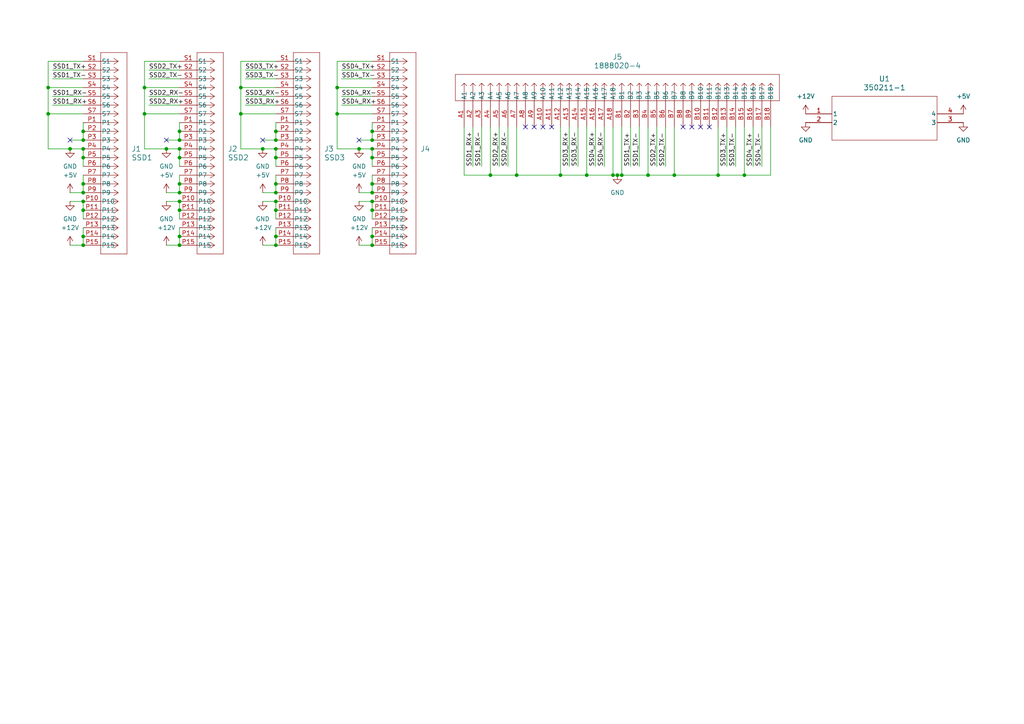
<source format=kicad_sch>
(kicad_sch
	(version 20250114)
	(generator "eeschema")
	(generator_version "9.0")
	(uuid "b9eb51fb-33b9-42a0-b5fc-b008e2d45fee")
	(paper "A4")
	(lib_symbols
		(symbol "Mini-SAS:1888020-4"
			(pin_names
				(offset 0.254)
			)
			(exclude_from_sim no)
			(in_bom yes)
			(on_board yes)
			(property "Reference" "J"
				(at 10.16 5.08 0)
				(effects
					(font
						(size 1.524 1.524)
					)
				)
			)
			(property "Value" "1888020-4"
				(at 11.43 5.08 0)
				(effects
					(font
						(size 1.524 1.524)
					)
				)
			)
			(property "Footprint" "CONN36_1888020-4_TEC"
				(at 0 0 0)
				(effects
					(font
						(size 1.27 1.27)
						(italic yes)
					)
					(hide yes)
				)
			)
			(property "Datasheet" "1888020-4"
				(at 0 0 0)
				(effects
					(font
						(size 1.27 1.27)
						(italic yes)
					)
					(hide yes)
				)
			)
			(property "Description" ""
				(at 0 0 0)
				(effects
					(font
						(size 1.27 1.27)
					)
					(hide yes)
				)
			)
			(property "ki_locked" ""
				(at 0 0 0)
				(effects
					(font
						(size 1.27 1.27)
					)
				)
			)
			(property "ki_keywords" "1888020-4"
				(at 0 0 0)
				(effects
					(font
						(size 1.27 1.27)
					)
					(hide yes)
				)
			)
			(property "ki_fp_filters" "CONN36_1888020-4_TEC"
				(at 0 0 0)
				(effects
					(font
						(size 1.27 1.27)
					)
					(hide yes)
				)
			)
			(symbol "1888020-4_1_1"
				(polyline
					(pts
						(xy 7.62 2.54) (xy 7.62 -91.44)
					)
					(stroke
						(width 0.127)
						(type default)
					)
					(fill
						(type none)
					)
				)
				(polyline
					(pts
						(xy 7.62 0) (xy 12.7 0)
					)
					(stroke
						(width 0.127)
						(type default)
					)
					(fill
						(type none)
					)
				)
				(polyline
					(pts
						(xy 7.62 -2.54) (xy 12.7 -2.54)
					)
					(stroke
						(width 0.127)
						(type default)
					)
					(fill
						(type none)
					)
				)
				(polyline
					(pts
						(xy 7.62 -5.08) (xy 12.7 -5.08)
					)
					(stroke
						(width 0.127)
						(type default)
					)
					(fill
						(type none)
					)
				)
				(polyline
					(pts
						(xy 7.62 -7.62) (xy 12.7 -7.62)
					)
					(stroke
						(width 0.127)
						(type default)
					)
					(fill
						(type none)
					)
				)
				(polyline
					(pts
						(xy 7.62 -10.16) (xy 12.7 -10.16)
					)
					(stroke
						(width 0.127)
						(type default)
					)
					(fill
						(type none)
					)
				)
				(polyline
					(pts
						(xy 7.62 -12.7) (xy 12.7 -12.7)
					)
					(stroke
						(width 0.127)
						(type default)
					)
					(fill
						(type none)
					)
				)
				(polyline
					(pts
						(xy 7.62 -15.24) (xy 12.7 -15.24)
					)
					(stroke
						(width 0.127)
						(type default)
					)
					(fill
						(type none)
					)
				)
				(polyline
					(pts
						(xy 7.62 -17.78) (xy 12.7 -17.78)
					)
					(stroke
						(width 0.127)
						(type default)
					)
					(fill
						(type none)
					)
				)
				(polyline
					(pts
						(xy 7.62 -20.32) (xy 12.7 -20.32)
					)
					(stroke
						(width 0.127)
						(type default)
					)
					(fill
						(type none)
					)
				)
				(polyline
					(pts
						(xy 7.62 -22.86) (xy 12.7 -22.86)
					)
					(stroke
						(width 0.127)
						(type default)
					)
					(fill
						(type none)
					)
				)
				(polyline
					(pts
						(xy 7.62 -25.4) (xy 12.7 -25.4)
					)
					(stroke
						(width 0.127)
						(type default)
					)
					(fill
						(type none)
					)
				)
				(polyline
					(pts
						(xy 7.62 -27.94) (xy 12.7 -27.94)
					)
					(stroke
						(width 0.127)
						(type default)
					)
					(fill
						(type none)
					)
				)
				(polyline
					(pts
						(xy 7.62 -30.48) (xy 12.7 -30.48)
					)
					(stroke
						(width 0.127)
						(type default)
					)
					(fill
						(type none)
					)
				)
				(polyline
					(pts
						(xy 7.62 -33.02) (xy 12.7 -33.02)
					)
					(stroke
						(width 0.127)
						(type default)
					)
					(fill
						(type none)
					)
				)
				(polyline
					(pts
						(xy 7.62 -35.56) (xy 12.7 -35.56)
					)
					(stroke
						(width 0.127)
						(type default)
					)
					(fill
						(type none)
					)
				)
				(polyline
					(pts
						(xy 7.62 -38.1) (xy 12.7 -38.1)
					)
					(stroke
						(width 0.127)
						(type default)
					)
					(fill
						(type none)
					)
				)
				(polyline
					(pts
						(xy 7.62 -40.64) (xy 12.7 -40.64)
					)
					(stroke
						(width 0.127)
						(type default)
					)
					(fill
						(type none)
					)
				)
				(polyline
					(pts
						(xy 7.62 -43.18) (xy 12.7 -43.18)
					)
					(stroke
						(width 0.127)
						(type default)
					)
					(fill
						(type none)
					)
				)
				(polyline
					(pts
						(xy 7.62 -45.72) (xy 12.7 -45.72)
					)
					(stroke
						(width 0.127)
						(type default)
					)
					(fill
						(type none)
					)
				)
				(polyline
					(pts
						(xy 7.62 -48.26) (xy 12.7 -48.26)
					)
					(stroke
						(width 0.127)
						(type default)
					)
					(fill
						(type none)
					)
				)
				(polyline
					(pts
						(xy 7.62 -50.8) (xy 12.7 -50.8)
					)
					(stroke
						(width 0.127)
						(type default)
					)
					(fill
						(type none)
					)
				)
				(polyline
					(pts
						(xy 7.62 -53.34) (xy 12.7 -53.34)
					)
					(stroke
						(width 0.127)
						(type default)
					)
					(fill
						(type none)
					)
				)
				(polyline
					(pts
						(xy 7.62 -55.88) (xy 12.7 -55.88)
					)
					(stroke
						(width 0.127)
						(type default)
					)
					(fill
						(type none)
					)
				)
				(polyline
					(pts
						(xy 7.62 -58.42) (xy 12.7 -58.42)
					)
					(stroke
						(width 0.127)
						(type default)
					)
					(fill
						(type none)
					)
				)
				(polyline
					(pts
						(xy 7.62 -60.96) (xy 12.7 -60.96)
					)
					(stroke
						(width 0.127)
						(type default)
					)
					(fill
						(type none)
					)
				)
				(polyline
					(pts
						(xy 7.62 -63.5) (xy 12.7 -63.5)
					)
					(stroke
						(width 0.127)
						(type default)
					)
					(fill
						(type none)
					)
				)
				(polyline
					(pts
						(xy 7.62 -66.04) (xy 12.7 -66.04)
					)
					(stroke
						(width 0.127)
						(type default)
					)
					(fill
						(type none)
					)
				)
				(polyline
					(pts
						(xy 7.62 -68.58) (xy 12.7 -68.58)
					)
					(stroke
						(width 0.127)
						(type default)
					)
					(fill
						(type none)
					)
				)
				(polyline
					(pts
						(xy 7.62 -71.12) (xy 12.7 -71.12)
					)
					(stroke
						(width 0.127)
						(type default)
					)
					(fill
						(type none)
					)
				)
				(polyline
					(pts
						(xy 7.62 -73.66) (xy 12.7 -73.66)
					)
					(stroke
						(width 0.127)
						(type default)
					)
					(fill
						(type none)
					)
				)
				(polyline
					(pts
						(xy 7.62 -76.2) (xy 12.7 -76.2)
					)
					(stroke
						(width 0.127)
						(type default)
					)
					(fill
						(type none)
					)
				)
				(polyline
					(pts
						(xy 7.62 -78.74) (xy 12.7 -78.74)
					)
					(stroke
						(width 0.127)
						(type default)
					)
					(fill
						(type none)
					)
				)
				(polyline
					(pts
						(xy 7.62 -81.28) (xy 12.7 -81.28)
					)
					(stroke
						(width 0.127)
						(type default)
					)
					(fill
						(type none)
					)
				)
				(polyline
					(pts
						(xy 7.62 -83.82) (xy 12.7 -83.82)
					)
					(stroke
						(width 0.127)
						(type default)
					)
					(fill
						(type none)
					)
				)
				(polyline
					(pts
						(xy 7.62 -86.36) (xy 12.7 -86.36)
					)
					(stroke
						(width 0.127)
						(type default)
					)
					(fill
						(type none)
					)
				)
				(polyline
					(pts
						(xy 7.62 -88.9) (xy 12.7 -88.9)
					)
					(stroke
						(width 0.127)
						(type default)
					)
					(fill
						(type none)
					)
				)
				(polyline
					(pts
						(xy 7.62 -91.44) (xy 15.24 -91.44)
					)
					(stroke
						(width 0.127)
						(type default)
					)
					(fill
						(type none)
					)
				)
				(polyline
					(pts
						(xy 12.7 0) (xy 11.938 0.762)
					)
					(stroke
						(width 0.127)
						(type default)
					)
					(fill
						(type none)
					)
				)
				(polyline
					(pts
						(xy 12.7 0) (xy 11.938 -0.762)
					)
					(stroke
						(width 0.127)
						(type default)
					)
					(fill
						(type none)
					)
				)
				(polyline
					(pts
						(xy 12.7 -2.54) (xy 11.938 -1.778)
					)
					(stroke
						(width 0.127)
						(type default)
					)
					(fill
						(type none)
					)
				)
				(polyline
					(pts
						(xy 12.7 -2.54) (xy 11.938 -3.302)
					)
					(stroke
						(width 0.127)
						(type default)
					)
					(fill
						(type none)
					)
				)
				(polyline
					(pts
						(xy 12.7 -5.08) (xy 11.938 -4.318)
					)
					(stroke
						(width 0.127)
						(type default)
					)
					(fill
						(type none)
					)
				)
				(polyline
					(pts
						(xy 12.7 -5.08) (xy 11.938 -5.842)
					)
					(stroke
						(width 0.127)
						(type default)
					)
					(fill
						(type none)
					)
				)
				(polyline
					(pts
						(xy 12.7 -7.62) (xy 11.938 -6.858)
					)
					(stroke
						(width 0.127)
						(type default)
					)
					(fill
						(type none)
					)
				)
				(polyline
					(pts
						(xy 12.7 -7.62) (xy 11.938 -8.382)
					)
					(stroke
						(width 0.127)
						(type default)
					)
					(fill
						(type none)
					)
				)
				(polyline
					(pts
						(xy 12.7 -10.16) (xy 11.938 -9.398)
					)
					(stroke
						(width 0.127)
						(type default)
					)
					(fill
						(type none)
					)
				)
				(polyline
					(pts
						(xy 12.7 -10.16) (xy 11.938 -10.922)
					)
					(stroke
						(width 0.127)
						(type default)
					)
					(fill
						(type none)
					)
				)
				(polyline
					(pts
						(xy 12.7 -12.7) (xy 11.938 -11.938)
					)
					(stroke
						(width 0.127)
						(type default)
					)
					(fill
						(type none)
					)
				)
				(polyline
					(pts
						(xy 12.7 -12.7) (xy 11.938 -13.462)
					)
					(stroke
						(width 0.127)
						(type default)
					)
					(fill
						(type none)
					)
				)
				(polyline
					(pts
						(xy 12.7 -15.24) (xy 11.938 -14.478)
					)
					(stroke
						(width 0.127)
						(type default)
					)
					(fill
						(type none)
					)
				)
				(polyline
					(pts
						(xy 12.7 -15.24) (xy 11.938 -16.002)
					)
					(stroke
						(width 0.127)
						(type default)
					)
					(fill
						(type none)
					)
				)
				(polyline
					(pts
						(xy 12.7 -17.78) (xy 11.938 -17.018)
					)
					(stroke
						(width 0.127)
						(type default)
					)
					(fill
						(type none)
					)
				)
				(polyline
					(pts
						(xy 12.7 -17.78) (xy 11.938 -18.542)
					)
					(stroke
						(width 0.127)
						(type default)
					)
					(fill
						(type none)
					)
				)
				(polyline
					(pts
						(xy 12.7 -20.32) (xy 11.938 -19.558)
					)
					(stroke
						(width 0.127)
						(type default)
					)
					(fill
						(type none)
					)
				)
				(polyline
					(pts
						(xy 12.7 -20.32) (xy 11.938 -21.082)
					)
					(stroke
						(width 0.127)
						(type default)
					)
					(fill
						(type none)
					)
				)
				(polyline
					(pts
						(xy 12.7 -22.86) (xy 11.938 -22.098)
					)
					(stroke
						(width 0.127)
						(type default)
					)
					(fill
						(type none)
					)
				)
				(polyline
					(pts
						(xy 12.7 -22.86) (xy 11.938 -23.622)
					)
					(stroke
						(width 0.127)
						(type default)
					)
					(fill
						(type none)
					)
				)
				(polyline
					(pts
						(xy 12.7 -25.4) (xy 11.938 -24.638)
					)
					(stroke
						(width 0.127)
						(type default)
					)
					(fill
						(type none)
					)
				)
				(polyline
					(pts
						(xy 12.7 -25.4) (xy 11.938 -26.162)
					)
					(stroke
						(width 0.127)
						(type default)
					)
					(fill
						(type none)
					)
				)
				(polyline
					(pts
						(xy 12.7 -27.94) (xy 11.938 -27.178)
					)
					(stroke
						(width 0.127)
						(type default)
					)
					(fill
						(type none)
					)
				)
				(polyline
					(pts
						(xy 12.7 -27.94) (xy 11.938 -28.702)
					)
					(stroke
						(width 0.127)
						(type default)
					)
					(fill
						(type none)
					)
				)
				(polyline
					(pts
						(xy 12.7 -30.48) (xy 11.938 -29.718)
					)
					(stroke
						(width 0.127)
						(type default)
					)
					(fill
						(type none)
					)
				)
				(polyline
					(pts
						(xy 12.7 -30.48) (xy 11.938 -31.242)
					)
					(stroke
						(width 0.127)
						(type default)
					)
					(fill
						(type none)
					)
				)
				(polyline
					(pts
						(xy 12.7 -33.02) (xy 11.938 -32.258)
					)
					(stroke
						(width 0.127)
						(type default)
					)
					(fill
						(type none)
					)
				)
				(polyline
					(pts
						(xy 12.7 -33.02) (xy 11.938 -33.782)
					)
					(stroke
						(width 0.127)
						(type default)
					)
					(fill
						(type none)
					)
				)
				(polyline
					(pts
						(xy 12.7 -35.56) (xy 11.938 -34.798)
					)
					(stroke
						(width 0.127)
						(type default)
					)
					(fill
						(type none)
					)
				)
				(polyline
					(pts
						(xy 12.7 -35.56) (xy 11.938 -36.322)
					)
					(stroke
						(width 0.127)
						(type default)
					)
					(fill
						(type none)
					)
				)
				(polyline
					(pts
						(xy 12.7 -38.1) (xy 11.938 -37.338)
					)
					(stroke
						(width 0.127)
						(type default)
					)
					(fill
						(type none)
					)
				)
				(polyline
					(pts
						(xy 12.7 -38.1) (xy 11.938 -38.862)
					)
					(stroke
						(width 0.127)
						(type default)
					)
					(fill
						(type none)
					)
				)
				(polyline
					(pts
						(xy 12.7 -40.64) (xy 11.938 -39.878)
					)
					(stroke
						(width 0.127)
						(type default)
					)
					(fill
						(type none)
					)
				)
				(polyline
					(pts
						(xy 12.7 -40.64) (xy 11.938 -41.402)
					)
					(stroke
						(width 0.127)
						(type default)
					)
					(fill
						(type none)
					)
				)
				(polyline
					(pts
						(xy 12.7 -43.18) (xy 11.938 -42.418)
					)
					(stroke
						(width 0.127)
						(type default)
					)
					(fill
						(type none)
					)
				)
				(polyline
					(pts
						(xy 12.7 -43.18) (xy 11.938 -43.942)
					)
					(stroke
						(width 0.127)
						(type default)
					)
					(fill
						(type none)
					)
				)
				(polyline
					(pts
						(xy 12.7 -45.72) (xy 11.938 -44.958)
					)
					(stroke
						(width 0.127)
						(type default)
					)
					(fill
						(type none)
					)
				)
				(polyline
					(pts
						(xy 12.7 -45.72) (xy 11.938 -46.482)
					)
					(stroke
						(width 0.127)
						(type default)
					)
					(fill
						(type none)
					)
				)
				(polyline
					(pts
						(xy 12.7 -48.26) (xy 11.938 -47.498)
					)
					(stroke
						(width 0.127)
						(type default)
					)
					(fill
						(type none)
					)
				)
				(polyline
					(pts
						(xy 12.7 -48.26) (xy 11.938 -49.022)
					)
					(stroke
						(width 0.127)
						(type default)
					)
					(fill
						(type none)
					)
				)
				(polyline
					(pts
						(xy 12.7 -50.8) (xy 11.938 -50.038)
					)
					(stroke
						(width 0.127)
						(type default)
					)
					(fill
						(type none)
					)
				)
				(polyline
					(pts
						(xy 12.7 -50.8) (xy 11.938 -51.562)
					)
					(stroke
						(width 0.127)
						(type default)
					)
					(fill
						(type none)
					)
				)
				(polyline
					(pts
						(xy 12.7 -53.34) (xy 11.938 -52.578)
					)
					(stroke
						(width 0.127)
						(type default)
					)
					(fill
						(type none)
					)
				)
				(polyline
					(pts
						(xy 12.7 -53.34) (xy 11.938 -54.102)
					)
					(stroke
						(width 0.127)
						(type default)
					)
					(fill
						(type none)
					)
				)
				(polyline
					(pts
						(xy 12.7 -55.88) (xy 11.938 -55.118)
					)
					(stroke
						(width 0.127)
						(type default)
					)
					(fill
						(type none)
					)
				)
				(polyline
					(pts
						(xy 12.7 -55.88) (xy 11.938 -56.642)
					)
					(stroke
						(width 0.127)
						(type default)
					)
					(fill
						(type none)
					)
				)
				(polyline
					(pts
						(xy 12.7 -58.42) (xy 11.938 -57.658)
					)
					(stroke
						(width 0.127)
						(type default)
					)
					(fill
						(type none)
					)
				)
				(polyline
					(pts
						(xy 12.7 -58.42) (xy 11.938 -59.182)
					)
					(stroke
						(width 0.127)
						(type default)
					)
					(fill
						(type none)
					)
				)
				(polyline
					(pts
						(xy 12.7 -60.96) (xy 11.938 -60.198)
					)
					(stroke
						(width 0.127)
						(type default)
					)
					(fill
						(type none)
					)
				)
				(polyline
					(pts
						(xy 12.7 -60.96) (xy 11.938 -61.722)
					)
					(stroke
						(width 0.127)
						(type default)
					)
					(fill
						(type none)
					)
				)
				(polyline
					(pts
						(xy 12.7 -63.5) (xy 11.938 -62.738)
					)
					(stroke
						(width 0.127)
						(type default)
					)
					(fill
						(type none)
					)
				)
				(polyline
					(pts
						(xy 12.7 -63.5) (xy 11.938 -64.262)
					)
					(stroke
						(width 0.127)
						(type default)
					)
					(fill
						(type none)
					)
				)
				(polyline
					(pts
						(xy 12.7 -66.04) (xy 11.938 -65.278)
					)
					(stroke
						(width 0.127)
						(type default)
					)
					(fill
						(type none)
					)
				)
				(polyline
					(pts
						(xy 12.7 -66.04) (xy 11.938 -66.802)
					)
					(stroke
						(width 0.127)
						(type default)
					)
					(fill
						(type none)
					)
				)
				(polyline
					(pts
						(xy 12.7 -68.58) (xy 11.938 -67.818)
					)
					(stroke
						(width 0.127)
						(type default)
					)
					(fill
						(type none)
					)
				)
				(polyline
					(pts
						(xy 12.7 -68.58) (xy 11.938 -69.342)
					)
					(stroke
						(width 0.127)
						(type default)
					)
					(fill
						(type none)
					)
				)
				(polyline
					(pts
						(xy 12.7 -71.12) (xy 11.938 -70.358)
					)
					(stroke
						(width 0.127)
						(type default)
					)
					(fill
						(type none)
					)
				)
				(polyline
					(pts
						(xy 12.7 -71.12) (xy 11.938 -71.882)
					)
					(stroke
						(width 0.127)
						(type default)
					)
					(fill
						(type none)
					)
				)
				(polyline
					(pts
						(xy 12.7 -73.66) (xy 11.938 -72.898)
					)
					(stroke
						(width 0.127)
						(type default)
					)
					(fill
						(type none)
					)
				)
				(polyline
					(pts
						(xy 12.7 -73.66) (xy 11.938 -74.422)
					)
					(stroke
						(width 0.127)
						(type default)
					)
					(fill
						(type none)
					)
				)
				(polyline
					(pts
						(xy 12.7 -76.2) (xy 11.938 -75.438)
					)
					(stroke
						(width 0.127)
						(type default)
					)
					(fill
						(type none)
					)
				)
				(polyline
					(pts
						(xy 12.7 -76.2) (xy 11.938 -76.962)
					)
					(stroke
						(width 0.127)
						(type default)
					)
					(fill
						(type none)
					)
				)
				(polyline
					(pts
						(xy 12.7 -78.74) (xy 11.938 -77.978)
					)
					(stroke
						(width 0.127)
						(type default)
					)
					(fill
						(type none)
					)
				)
				(polyline
					(pts
						(xy 12.7 -78.74) (xy 11.938 -79.502)
					)
					(stroke
						(width 0.127)
						(type default)
					)
					(fill
						(type none)
					)
				)
				(polyline
					(pts
						(xy 12.7 -81.28) (xy 11.938 -80.518)
					)
					(stroke
						(width 0.127)
						(type default)
					)
					(fill
						(type none)
					)
				)
				(polyline
					(pts
						(xy 12.7 -81.28) (xy 11.938 -82.042)
					)
					(stroke
						(width 0.127)
						(type default)
					)
					(fill
						(type none)
					)
				)
				(polyline
					(pts
						(xy 12.7 -83.82) (xy 11.938 -83.058)
					)
					(stroke
						(width 0.127)
						(type default)
					)
					(fill
						(type none)
					)
				)
				(polyline
					(pts
						(xy 12.7 -83.82) (xy 11.938 -84.582)
					)
					(stroke
						(width 0.127)
						(type default)
					)
					(fill
						(type none)
					)
				)
				(polyline
					(pts
						(xy 12.7 -86.36) (xy 11.938 -85.598)
					)
					(stroke
						(width 0.127)
						(type default)
					)
					(fill
						(type none)
					)
				)
				(polyline
					(pts
						(xy 12.7 -86.36) (xy 11.938 -87.122)
					)
					(stroke
						(width 0.127)
						(type default)
					)
					(fill
						(type none)
					)
				)
				(polyline
					(pts
						(xy 12.7 -88.9) (xy 11.938 -88.138)
					)
					(stroke
						(width 0.127)
						(type default)
					)
					(fill
						(type none)
					)
				)
				(polyline
					(pts
						(xy 12.7 -88.9) (xy 11.938 -89.662)
					)
					(stroke
						(width 0.127)
						(type default)
					)
					(fill
						(type none)
					)
				)
				(polyline
					(pts
						(xy 15.24 2.54) (xy 7.62 2.54)
					)
					(stroke
						(width 0.127)
						(type default)
					)
					(fill
						(type none)
					)
				)
				(polyline
					(pts
						(xy 15.24 -91.44) (xy 15.24 2.54)
					)
					(stroke
						(width 0.127)
						(type default)
					)
					(fill
						(type none)
					)
				)
				(pin unspecified line
					(at 0 0 0)
					(length 7.62)
					(name "A1"
						(effects
							(font
								(size 1.27 1.27)
							)
						)
					)
					(number "A1"
						(effects
							(font
								(size 1.27 1.27)
							)
						)
					)
				)
				(pin unspecified line
					(at 0 -2.54 0)
					(length 7.62)
					(name "A2"
						(effects
							(font
								(size 1.27 1.27)
							)
						)
					)
					(number "A2"
						(effects
							(font
								(size 1.27 1.27)
							)
						)
					)
				)
				(pin unspecified line
					(at 0 -5.08 0)
					(length 7.62)
					(name "A3"
						(effects
							(font
								(size 1.27 1.27)
							)
						)
					)
					(number "A3"
						(effects
							(font
								(size 1.27 1.27)
							)
						)
					)
				)
				(pin unspecified line
					(at 0 -7.62 0)
					(length 7.62)
					(name "A4"
						(effects
							(font
								(size 1.27 1.27)
							)
						)
					)
					(number "A4"
						(effects
							(font
								(size 1.27 1.27)
							)
						)
					)
				)
				(pin unspecified line
					(at 0 -10.16 0)
					(length 7.62)
					(name "A5"
						(effects
							(font
								(size 1.27 1.27)
							)
						)
					)
					(number "A5"
						(effects
							(font
								(size 1.27 1.27)
							)
						)
					)
				)
				(pin unspecified line
					(at 0 -12.7 0)
					(length 7.62)
					(name "A6"
						(effects
							(font
								(size 1.27 1.27)
							)
						)
					)
					(number "A6"
						(effects
							(font
								(size 1.27 1.27)
							)
						)
					)
				)
				(pin unspecified line
					(at 0 -15.24 0)
					(length 7.62)
					(name "A7"
						(effects
							(font
								(size 1.27 1.27)
							)
						)
					)
					(number "A7"
						(effects
							(font
								(size 1.27 1.27)
							)
						)
					)
				)
				(pin unspecified line
					(at 0 -17.78 0)
					(length 7.62)
					(name "A8"
						(effects
							(font
								(size 1.27 1.27)
							)
						)
					)
					(number "A8"
						(effects
							(font
								(size 1.27 1.27)
							)
						)
					)
				)
				(pin unspecified line
					(at 0 -20.32 0)
					(length 7.62)
					(name "A9"
						(effects
							(font
								(size 1.27 1.27)
							)
						)
					)
					(number "A9"
						(effects
							(font
								(size 1.27 1.27)
							)
						)
					)
				)
				(pin unspecified line
					(at 0 -22.86 0)
					(length 7.62)
					(name "A10"
						(effects
							(font
								(size 1.27 1.27)
							)
						)
					)
					(number "A10"
						(effects
							(font
								(size 1.27 1.27)
							)
						)
					)
				)
				(pin unspecified line
					(at 0 -25.4 0)
					(length 7.62)
					(name "A11"
						(effects
							(font
								(size 1.27 1.27)
							)
						)
					)
					(number "A11"
						(effects
							(font
								(size 1.27 1.27)
							)
						)
					)
				)
				(pin unspecified line
					(at 0 -27.94 0)
					(length 7.62)
					(name "A12"
						(effects
							(font
								(size 1.27 1.27)
							)
						)
					)
					(number "A12"
						(effects
							(font
								(size 1.27 1.27)
							)
						)
					)
				)
				(pin unspecified line
					(at 0 -30.48 0)
					(length 7.62)
					(name "A13"
						(effects
							(font
								(size 1.27 1.27)
							)
						)
					)
					(number "A13"
						(effects
							(font
								(size 1.27 1.27)
							)
						)
					)
				)
				(pin unspecified line
					(at 0 -33.02 0)
					(length 7.62)
					(name "A14"
						(effects
							(font
								(size 1.27 1.27)
							)
						)
					)
					(number "A14"
						(effects
							(font
								(size 1.27 1.27)
							)
						)
					)
				)
				(pin unspecified line
					(at 0 -35.56 0)
					(length 7.62)
					(name "A15"
						(effects
							(font
								(size 1.27 1.27)
							)
						)
					)
					(number "A15"
						(effects
							(font
								(size 1.27 1.27)
							)
						)
					)
				)
				(pin unspecified line
					(at 0 -38.1 0)
					(length 7.62)
					(name "A16"
						(effects
							(font
								(size 1.27 1.27)
							)
						)
					)
					(number "A16"
						(effects
							(font
								(size 1.27 1.27)
							)
						)
					)
				)
				(pin unspecified line
					(at 0 -40.64 0)
					(length 7.62)
					(name "A17"
						(effects
							(font
								(size 1.27 1.27)
							)
						)
					)
					(number "A17"
						(effects
							(font
								(size 1.27 1.27)
							)
						)
					)
				)
				(pin unspecified line
					(at 0 -43.18 0)
					(length 7.62)
					(name "A18"
						(effects
							(font
								(size 1.27 1.27)
							)
						)
					)
					(number "A18"
						(effects
							(font
								(size 1.27 1.27)
							)
						)
					)
				)
				(pin unspecified line
					(at 0 -45.72 0)
					(length 7.62)
					(name "B1"
						(effects
							(font
								(size 1.27 1.27)
							)
						)
					)
					(number "B1"
						(effects
							(font
								(size 1.27 1.27)
							)
						)
					)
				)
				(pin unspecified line
					(at 0 -48.26 0)
					(length 7.62)
					(name "B2"
						(effects
							(font
								(size 1.27 1.27)
							)
						)
					)
					(number "B2"
						(effects
							(font
								(size 1.27 1.27)
							)
						)
					)
				)
				(pin unspecified line
					(at 0 -50.8 0)
					(length 7.62)
					(name "B3"
						(effects
							(font
								(size 1.27 1.27)
							)
						)
					)
					(number "B3"
						(effects
							(font
								(size 1.27 1.27)
							)
						)
					)
				)
				(pin unspecified line
					(at 0 -53.34 0)
					(length 7.62)
					(name "B4"
						(effects
							(font
								(size 1.27 1.27)
							)
						)
					)
					(number "B4"
						(effects
							(font
								(size 1.27 1.27)
							)
						)
					)
				)
				(pin unspecified line
					(at 0 -55.88 0)
					(length 7.62)
					(name "B5"
						(effects
							(font
								(size 1.27 1.27)
							)
						)
					)
					(number "B5"
						(effects
							(font
								(size 1.27 1.27)
							)
						)
					)
				)
				(pin unspecified line
					(at 0 -58.42 0)
					(length 7.62)
					(name "B6"
						(effects
							(font
								(size 1.27 1.27)
							)
						)
					)
					(number "B6"
						(effects
							(font
								(size 1.27 1.27)
							)
						)
					)
				)
				(pin unspecified line
					(at 0 -60.96 0)
					(length 7.62)
					(name "B7"
						(effects
							(font
								(size 1.27 1.27)
							)
						)
					)
					(number "B7"
						(effects
							(font
								(size 1.27 1.27)
							)
						)
					)
				)
				(pin unspecified line
					(at 0 -63.5 0)
					(length 7.62)
					(name "B8"
						(effects
							(font
								(size 1.27 1.27)
							)
						)
					)
					(number "B8"
						(effects
							(font
								(size 1.27 1.27)
							)
						)
					)
				)
				(pin unspecified line
					(at 0 -66.04 0)
					(length 7.62)
					(name "B9"
						(effects
							(font
								(size 1.27 1.27)
							)
						)
					)
					(number "B9"
						(effects
							(font
								(size 1.27 1.27)
							)
						)
					)
				)
				(pin unspecified line
					(at 0 -68.58 0)
					(length 7.62)
					(name "B10"
						(effects
							(font
								(size 1.27 1.27)
							)
						)
					)
					(number "B10"
						(effects
							(font
								(size 1.27 1.27)
							)
						)
					)
				)
				(pin unspecified line
					(at 0 -71.12 0)
					(length 7.62)
					(name "B11"
						(effects
							(font
								(size 1.27 1.27)
							)
						)
					)
					(number "B11"
						(effects
							(font
								(size 1.27 1.27)
							)
						)
					)
				)
				(pin unspecified line
					(at 0 -73.66 0)
					(length 7.62)
					(name "B12"
						(effects
							(font
								(size 1.27 1.27)
							)
						)
					)
					(number "B12"
						(effects
							(font
								(size 1.27 1.27)
							)
						)
					)
				)
				(pin unspecified line
					(at 0 -76.2 0)
					(length 7.62)
					(name "B13"
						(effects
							(font
								(size 1.27 1.27)
							)
						)
					)
					(number "B13"
						(effects
							(font
								(size 1.27 1.27)
							)
						)
					)
				)
				(pin unspecified line
					(at 0 -78.74 0)
					(length 7.62)
					(name "B14"
						(effects
							(font
								(size 1.27 1.27)
							)
						)
					)
					(number "B14"
						(effects
							(font
								(size 1.27 1.27)
							)
						)
					)
				)
				(pin unspecified line
					(at 0 -81.28 0)
					(length 7.62)
					(name "B15"
						(effects
							(font
								(size 1.27 1.27)
							)
						)
					)
					(number "B15"
						(effects
							(font
								(size 1.27 1.27)
							)
						)
					)
				)
				(pin unspecified line
					(at 0 -83.82 0)
					(length 7.62)
					(name "B16"
						(effects
							(font
								(size 1.27 1.27)
							)
						)
					)
					(number "B16"
						(effects
							(font
								(size 1.27 1.27)
							)
						)
					)
				)
				(pin unspecified line
					(at 0 -86.36 0)
					(length 7.62)
					(name "B17"
						(effects
							(font
								(size 1.27 1.27)
							)
						)
					)
					(number "B17"
						(effects
							(font
								(size 1.27 1.27)
							)
						)
					)
				)
				(pin unspecified line
					(at 0 -88.9 0)
					(length 7.62)
					(name "B18"
						(effects
							(font
								(size 1.27 1.27)
							)
						)
					)
					(number "B18"
						(effects
							(font
								(size 1.27 1.27)
							)
						)
					)
				)
			)
			(symbol "1888020-4_1_2"
				(polyline
					(pts
						(xy 7.62 2.54) (xy 7.62 -91.44)
					)
					(stroke
						(width 0.127)
						(type default)
					)
					(fill
						(type none)
					)
				)
				(polyline
					(pts
						(xy 7.62 0) (xy 12.7 0)
					)
					(stroke
						(width 0.127)
						(type default)
					)
					(fill
						(type none)
					)
				)
				(polyline
					(pts
						(xy 7.62 -2.54) (xy 12.7 -2.54)
					)
					(stroke
						(width 0.127)
						(type default)
					)
					(fill
						(type none)
					)
				)
				(polyline
					(pts
						(xy 7.62 -5.08) (xy 12.7 -5.08)
					)
					(stroke
						(width 0.127)
						(type default)
					)
					(fill
						(type none)
					)
				)
				(polyline
					(pts
						(xy 7.62 -7.62) (xy 12.7 -7.62)
					)
					(stroke
						(width 0.127)
						(type default)
					)
					(fill
						(type none)
					)
				)
				(polyline
					(pts
						(xy 7.62 -10.16) (xy 12.7 -10.16)
					)
					(stroke
						(width 0.127)
						(type default)
					)
					(fill
						(type none)
					)
				)
				(polyline
					(pts
						(xy 7.62 -12.7) (xy 12.7 -12.7)
					)
					(stroke
						(width 0.127)
						(type default)
					)
					(fill
						(type none)
					)
				)
				(polyline
					(pts
						(xy 7.62 -15.24) (xy 12.7 -15.24)
					)
					(stroke
						(width 0.127)
						(type default)
					)
					(fill
						(type none)
					)
				)
				(polyline
					(pts
						(xy 7.62 -17.78) (xy 12.7 -17.78)
					)
					(stroke
						(width 0.127)
						(type default)
					)
					(fill
						(type none)
					)
				)
				(polyline
					(pts
						(xy 7.62 -20.32) (xy 12.7 -20.32)
					)
					(stroke
						(width 0.127)
						(type default)
					)
					(fill
						(type none)
					)
				)
				(polyline
					(pts
						(xy 7.62 -22.86) (xy 12.7 -22.86)
					)
					(stroke
						(width 0.127)
						(type default)
					)
					(fill
						(type none)
					)
				)
				(polyline
					(pts
						(xy 7.62 -25.4) (xy 12.7 -25.4)
					)
					(stroke
						(width 0.127)
						(type default)
					)
					(fill
						(type none)
					)
				)
				(polyline
					(pts
						(xy 7.62 -27.94) (xy 12.7 -27.94)
					)
					(stroke
						(width 0.127)
						(type default)
					)
					(fill
						(type none)
					)
				)
				(polyline
					(pts
						(xy 7.62 -30.48) (xy 12.7 -30.48)
					)
					(stroke
						(width 0.127)
						(type default)
					)
					(fill
						(type none)
					)
				)
				(polyline
					(pts
						(xy 7.62 -33.02) (xy 12.7 -33.02)
					)
					(stroke
						(width 0.127)
						(type default)
					)
					(fill
						(type none)
					)
				)
				(polyline
					(pts
						(xy 7.62 -35.56) (xy 12.7 -35.56)
					)
					(stroke
						(width 0.127)
						(type default)
					)
					(fill
						(type none)
					)
				)
				(polyline
					(pts
						(xy 7.62 -38.1) (xy 12.7 -38.1)
					)
					(stroke
						(width 0.127)
						(type default)
					)
					(fill
						(type none)
					)
				)
				(polyline
					(pts
						(xy 7.62 -40.64) (xy 12.7 -40.64)
					)
					(stroke
						(width 0.127)
						(type default)
					)
					(fill
						(type none)
					)
				)
				(polyline
					(pts
						(xy 7.62 -43.18) (xy 12.7 -43.18)
					)
					(stroke
						(width 0.127)
						(type default)
					)
					(fill
						(type none)
					)
				)
				(polyline
					(pts
						(xy 7.62 -45.72) (xy 12.7 -45.72)
					)
					(stroke
						(width 0.127)
						(type default)
					)
					(fill
						(type none)
					)
				)
				(polyline
					(pts
						(xy 7.62 -48.26) (xy 12.7 -48.26)
					)
					(stroke
						(width 0.127)
						(type default)
					)
					(fill
						(type none)
					)
				)
				(polyline
					(pts
						(xy 7.62 -50.8) (xy 12.7 -50.8)
					)
					(stroke
						(width 0.127)
						(type default)
					)
					(fill
						(type none)
					)
				)
				(polyline
					(pts
						(xy 7.62 -53.34) (xy 12.7 -53.34)
					)
					(stroke
						(width 0.127)
						(type default)
					)
					(fill
						(type none)
					)
				)
				(polyline
					(pts
						(xy 7.62 -55.88) (xy 12.7 -55.88)
					)
					(stroke
						(width 0.127)
						(type default)
					)
					(fill
						(type none)
					)
				)
				(polyline
					(pts
						(xy 7.62 -58.42) (xy 12.7 -58.42)
					)
					(stroke
						(width 0.127)
						(type default)
					)
					(fill
						(type none)
					)
				)
				(polyline
					(pts
						(xy 7.62 -60.96) (xy 12.7 -60.96)
					)
					(stroke
						(width 0.127)
						(type default)
					)
					(fill
						(type none)
					)
				)
				(polyline
					(pts
						(xy 7.62 -63.5) (xy 12.7 -63.5)
					)
					(stroke
						(width 0.127)
						(type default)
					)
					(fill
						(type none)
					)
				)
				(polyline
					(pts
						(xy 7.62 -66.04) (xy 12.7 -66.04)
					)
					(stroke
						(width 0.127)
						(type default)
					)
					(fill
						(type none)
					)
				)
				(polyline
					(pts
						(xy 7.62 -68.58) (xy 12.7 -68.58)
					)
					(stroke
						(width 0.127)
						(type default)
					)
					(fill
						(type none)
					)
				)
				(polyline
					(pts
						(xy 7.62 -71.12) (xy 12.7 -71.12)
					)
					(stroke
						(width 0.127)
						(type default)
					)
					(fill
						(type none)
					)
				)
				(polyline
					(pts
						(xy 7.62 -73.66) (xy 12.7 -73.66)
					)
					(stroke
						(width 0.127)
						(type default)
					)
					(fill
						(type none)
					)
				)
				(polyline
					(pts
						(xy 7.62 -76.2) (xy 12.7 -76.2)
					)
					(stroke
						(width 0.127)
						(type default)
					)
					(fill
						(type none)
					)
				)
				(polyline
					(pts
						(xy 7.62 -78.74) (xy 12.7 -78.74)
					)
					(stroke
						(width 0.127)
						(type default)
					)
					(fill
						(type none)
					)
				)
				(polyline
					(pts
						(xy 7.62 -81.28) (xy 12.7 -81.28)
					)
					(stroke
						(width 0.127)
						(type default)
					)
					(fill
						(type none)
					)
				)
				(polyline
					(pts
						(xy 7.62 -83.82) (xy 12.7 -83.82)
					)
					(stroke
						(width 0.127)
						(type default)
					)
					(fill
						(type none)
					)
				)
				(polyline
					(pts
						(xy 7.62 -86.36) (xy 12.7 -86.36)
					)
					(stroke
						(width 0.127)
						(type default)
					)
					(fill
						(type none)
					)
				)
				(polyline
					(pts
						(xy 7.62 -88.9) (xy 12.7 -88.9)
					)
					(stroke
						(width 0.127)
						(type default)
					)
					(fill
						(type none)
					)
				)
				(polyline
					(pts
						(xy 7.62 -91.44) (xy 15.24 -91.44)
					)
					(stroke
						(width 0.127)
						(type default)
					)
					(fill
						(type none)
					)
				)
				(polyline
					(pts
						(xy 12.7 0) (xy 11.938 0.762)
					)
					(stroke
						(width 0.127)
						(type default)
					)
					(fill
						(type none)
					)
				)
				(polyline
					(pts
						(xy 12.7 0) (xy 11.938 -0.762)
					)
					(stroke
						(width 0.127)
						(type default)
					)
					(fill
						(type none)
					)
				)
				(polyline
					(pts
						(xy 12.7 -2.54) (xy 11.938 -1.778)
					)
					(stroke
						(width 0.127)
						(type default)
					)
					(fill
						(type none)
					)
				)
				(polyline
					(pts
						(xy 12.7 -2.54) (xy 11.938 -3.302)
					)
					(stroke
						(width 0.127)
						(type default)
					)
					(fill
						(type none)
					)
				)
				(polyline
					(pts
						(xy 12.7 -5.08) (xy 11.938 -4.318)
					)
					(stroke
						(width 0.127)
						(type default)
					)
					(fill
						(type none)
					)
				)
				(polyline
					(pts
						(xy 12.7 -5.08) (xy 11.938 -5.842)
					)
					(stroke
						(width 0.127)
						(type default)
					)
					(fill
						(type none)
					)
				)
				(polyline
					(pts
						(xy 12.7 -7.62) (xy 11.938 -6.858)
					)
					(stroke
						(width 0.127)
						(type default)
					)
					(fill
						(type none)
					)
				)
				(polyline
					(pts
						(xy 12.7 -7.62) (xy 11.938 -8.382)
					)
					(stroke
						(width 0.127)
						(type default)
					)
					(fill
						(type none)
					)
				)
				(polyline
					(pts
						(xy 12.7 -10.16) (xy 11.938 -9.398)
					)
					(stroke
						(width 0.127)
						(type default)
					)
					(fill
						(type none)
					)
				)
				(polyline
					(pts
						(xy 12.7 -10.16) (xy 11.938 -10.922)
					)
					(stroke
						(width 0.127)
						(type default)
					)
					(fill
						(type none)
					)
				)
				(polyline
					(pts
						(xy 12.7 -12.7) (xy 11.938 -11.938)
					)
					(stroke
						(width 0.127)
						(type default)
					)
					(fill
						(type none)
					)
				)
				(polyline
					(pts
						(xy 12.7 -12.7) (xy 11.938 -13.462)
					)
					(stroke
						(width 0.127)
						(type default)
					)
					(fill
						(type none)
					)
				)
				(polyline
					(pts
						(xy 12.7 -15.24) (xy 11.938 -14.478)
					)
					(stroke
						(width 0.127)
						(type default)
					)
					(fill
						(type none)
					)
				)
				(polyline
					(pts
						(xy 12.7 -15.24) (xy 11.938 -16.002)
					)
					(stroke
						(width 0.127)
						(type default)
					)
					(fill
						(type none)
					)
				)
				(polyline
					(pts
						(xy 12.7 -17.78) (xy 11.938 -17.018)
					)
					(stroke
						(width 0.127)
						(type default)
					)
					(fill
						(type none)
					)
				)
				(polyline
					(pts
						(xy 12.7 -17.78) (xy 11.938 -18.542)
					)
					(stroke
						(width 0.127)
						(type default)
					)
					(fill
						(type none)
					)
				)
				(polyline
					(pts
						(xy 12.7 -20.32) (xy 11.938 -19.558)
					)
					(stroke
						(width 0.127)
						(type default)
					)
					(fill
						(type none)
					)
				)
				(polyline
					(pts
						(xy 12.7 -20.32) (xy 11.938 -21.082)
					)
					(stroke
						(width 0.127)
						(type default)
					)
					(fill
						(type none)
					)
				)
				(polyline
					(pts
						(xy 12.7 -22.86) (xy 11.938 -22.098)
					)
					(stroke
						(width 0.127)
						(type default)
					)
					(fill
						(type none)
					)
				)
				(polyline
					(pts
						(xy 12.7 -22.86) (xy 11.938 -23.622)
					)
					(stroke
						(width 0.127)
						(type default)
					)
					(fill
						(type none)
					)
				)
				(polyline
					(pts
						(xy 12.7 -25.4) (xy 11.938 -24.638)
					)
					(stroke
						(width 0.127)
						(type default)
					)
					(fill
						(type none)
					)
				)
				(polyline
					(pts
						(xy 12.7 -25.4) (xy 11.938 -26.162)
					)
					(stroke
						(width 0.127)
						(type default)
					)
					(fill
						(type none)
					)
				)
				(polyline
					(pts
						(xy 12.7 -27.94) (xy 11.938 -27.178)
					)
					(stroke
						(width 0.127)
						(type default)
					)
					(fill
						(type none)
					)
				)
				(polyline
					(pts
						(xy 12.7 -27.94) (xy 11.938 -28.702)
					)
					(stroke
						(width 0.127)
						(type default)
					)
					(fill
						(type none)
					)
				)
				(polyline
					(pts
						(xy 12.7 -30.48) (xy 11.938 -29.718)
					)
					(stroke
						(width 0.127)
						(type default)
					)
					(fill
						(type none)
					)
				)
				(polyline
					(pts
						(xy 12.7 -30.48) (xy 11.938 -31.242)
					)
					(stroke
						(width 0.127)
						(type default)
					)
					(fill
						(type none)
					)
				)
				(polyline
					(pts
						(xy 12.7 -33.02) (xy 11.938 -32.258)
					)
					(stroke
						(width 0.127)
						(type default)
					)
					(fill
						(type none)
					)
				)
				(polyline
					(pts
						(xy 12.7 -33.02) (xy 11.938 -33.782)
					)
					(stroke
						(width 0.127)
						(type default)
					)
					(fill
						(type none)
					)
				)
				(polyline
					(pts
						(xy 12.7 -35.56) (xy 11.938 -34.798)
					)
					(stroke
						(width 0.127)
						(type default)
					)
					(fill
						(type none)
					)
				)
				(polyline
					(pts
						(xy 12.7 -35.56) (xy 11.938 -36.322)
					)
					(stroke
						(width 0.127)
						(type default)
					)
					(fill
						(type none)
					)
				)
				(polyline
					(pts
						(xy 12.7 -38.1) (xy 11.938 -37.338)
					)
					(stroke
						(width 0.127)
						(type default)
					)
					(fill
						(type none)
					)
				)
				(polyline
					(pts
						(xy 12.7 -38.1) (xy 11.938 -38.862)
					)
					(stroke
						(width 0.127)
						(type default)
					)
					(fill
						(type none)
					)
				)
				(polyline
					(pts
						(xy 12.7 -40.64) (xy 11.938 -39.878)
					)
					(stroke
						(width 0.127)
						(type default)
					)
					(fill
						(type none)
					)
				)
				(polyline
					(pts
						(xy 12.7 -40.64) (xy 11.938 -41.402)
					)
					(stroke
						(width 0.127)
						(type default)
					)
					(fill
						(type none)
					)
				)
				(polyline
					(pts
						(xy 12.7 -43.18) (xy 11.938 -42.418)
					)
					(stroke
						(width 0.127)
						(type default)
					)
					(fill
						(type none)
					)
				)
				(polyline
					(pts
						(xy 12.7 -43.18) (xy 11.938 -43.942)
					)
					(stroke
						(width 0.127)
						(type default)
					)
					(fill
						(type none)
					)
				)
				(polyline
					(pts
						(xy 12.7 -45.72) (xy 11.938 -44.958)
					)
					(stroke
						(width 0.127)
						(type default)
					)
					(fill
						(type none)
					)
				)
				(polyline
					(pts
						(xy 12.7 -45.72) (xy 11.938 -46.482)
					)
					(stroke
						(width 0.127)
						(type default)
					)
					(fill
						(type none)
					)
				)
				(polyline
					(pts
						(xy 12.7 -48.26) (xy 11.938 -47.498)
					)
					(stroke
						(width 0.127)
						(type default)
					)
					(fill
						(type none)
					)
				)
				(polyline
					(pts
						(xy 12.7 -48.26) (xy 11.938 -49.022)
					)
					(stroke
						(width 0.127)
						(type default)
					)
					(fill
						(type none)
					)
				)
				(polyline
					(pts
						(xy 12.7 -50.8) (xy 11.938 -50.038)
					)
					(stroke
						(width 0.127)
						(type default)
					)
					(fill
						(type none)
					)
				)
				(polyline
					(pts
						(xy 12.7 -50.8) (xy 11.938 -51.562)
					)
					(stroke
						(width 0.127)
						(type default)
					)
					(fill
						(type none)
					)
				)
				(polyline
					(pts
						(xy 12.7 -53.34) (xy 11.938 -52.578)
					)
					(stroke
						(width 0.127)
						(type default)
					)
					(fill
						(type none)
					)
				)
				(polyline
					(pts
						(xy 12.7 -53.34) (xy 11.938 -54.102)
					)
					(stroke
						(width 0.127)
						(type default)
					)
					(fill
						(type none)
					)
				)
				(polyline
					(pts
						(xy 12.7 -55.88) (xy 11.938 -55.118)
					)
					(stroke
						(width 0.127)
						(type default)
					)
					(fill
						(type none)
					)
				)
				(polyline
					(pts
						(xy 12.7 -55.88) (xy 11.938 -56.642)
					)
					(stroke
						(width 0.127)
						(type default)
					)
					(fill
						(type none)
					)
				)
				(polyline
					(pts
						(xy 12.7 -58.42) (xy 11.938 -57.658)
					)
					(stroke
						(width 0.127)
						(type default)
					)
					(fill
						(type none)
					)
				)
				(polyline
					(pts
						(xy 12.7 -58.42) (xy 11.938 -59.182)
					)
					(stroke
						(width 0.127)
						(type default)
					)
					(fill
						(type none)
					)
				)
				(polyline
					(pts
						(xy 12.7 -60.96) (xy 11.938 -60.198)
					)
					(stroke
						(width 0.127)
						(type default)
					)
					(fill
						(type none)
					)
				)
				(polyline
					(pts
						(xy 12.7 -60.96) (xy 11.938 -61.722)
					)
					(stroke
						(width 0.127)
						(type default)
					)
					(fill
						(type none)
					)
				)
				(polyline
					(pts
						(xy 12.7 -63.5) (xy 11.938 -62.738)
					)
					(stroke
						(width 0.127)
						(type default)
					)
					(fill
						(type none)
					)
				)
				(polyline
					(pts
						(xy 12.7 -63.5) (xy 11.938 -64.262)
					)
					(stroke
						(width 0.127)
						(type default)
					)
					(fill
						(type none)
					)
				)
				(polyline
					(pts
						(xy 12.7 -66.04) (xy 11.938 -65.278)
					)
					(stroke
						(width 0.127)
						(type default)
					)
					(fill
						(type none)
					)
				)
				(polyline
					(pts
						(xy 12.7 -66.04) (xy 11.938 -66.802)
					)
					(stroke
						(width 0.127)
						(type default)
					)
					(fill
						(type none)
					)
				)
				(polyline
					(pts
						(xy 12.7 -68.58) (xy 11.938 -67.818)
					)
					(stroke
						(width 0.127)
						(type default)
					)
					(fill
						(type none)
					)
				)
				(polyline
					(pts
						(xy 12.7 -68.58) (xy 11.938 -69.342)
					)
					(stroke
						(width 0.127)
						(type default)
					)
					(fill
						(type none)
					)
				)
				(polyline
					(pts
						(xy 12.7 -71.12) (xy 11.938 -70.358)
					)
					(stroke
						(width 0.127)
						(type default)
					)
					(fill
						(type none)
					)
				)
				(polyline
					(pts
						(xy 12.7 -71.12) (xy 11.938 -71.882)
					)
					(stroke
						(width 0.127)
						(type default)
					)
					(fill
						(type none)
					)
				)
				(polyline
					(pts
						(xy 12.7 -73.66) (xy 11.938 -72.898)
					)
					(stroke
						(width 0.127)
						(type default)
					)
					(fill
						(type none)
					)
				)
				(polyline
					(pts
						(xy 12.7 -73.66) (xy 11.938 -74.422)
					)
					(stroke
						(width 0.127)
						(type default)
					)
					(fill
						(type none)
					)
				)
				(polyline
					(pts
						(xy 12.7 -76.2) (xy 11.938 -75.438)
					)
					(stroke
						(width 0.127)
						(type default)
					)
					(fill
						(type none)
					)
				)
				(polyline
					(pts
						(xy 12.7 -76.2) (xy 11.938 -76.962)
					)
					(stroke
						(width 0.127)
						(type default)
					)
					(fill
						(type none)
					)
				)
				(polyline
					(pts
						(xy 12.7 -78.74) (xy 11.938 -77.978)
					)
					(stroke
						(width 0.127)
						(type default)
					)
					(fill
						(type none)
					)
				)
				(polyline
					(pts
						(xy 12.7 -78.74) (xy 11.938 -79.502)
					)
					(stroke
						(width 0.127)
						(type default)
					)
					(fill
						(type none)
					)
				)
				(polyline
					(pts
						(xy 12.7 -81.28) (xy 11.938 -80.518)
					)
					(stroke
						(width 0.127)
						(type default)
					)
					(fill
						(type none)
					)
				)
				(polyline
					(pts
						(xy 12.7 -81.28) (xy 11.938 -82.042)
					)
					(stroke
						(width 0.127)
						(type default)
					)
					(fill
						(type none)
					)
				)
				(polyline
					(pts
						(xy 12.7 -83.82) (xy 11.938 -83.058)
					)
					(stroke
						(width 0.127)
						(type default)
					)
					(fill
						(type none)
					)
				)
				(polyline
					(pts
						(xy 12.7 -83.82) (xy 11.938 -84.582)
					)
					(stroke
						(width 0.127)
						(type default)
					)
					(fill
						(type none)
					)
				)
				(polyline
					(pts
						(xy 12.7 -86.36) (xy 11.938 -85.598)
					)
					(stroke
						(width 0.127)
						(type default)
					)
					(fill
						(type none)
					)
				)
				(polyline
					(pts
						(xy 12.7 -86.36) (xy 11.938 -87.122)
					)
					(stroke
						(width 0.127)
						(type default)
					)
					(fill
						(type none)
					)
				)
				(polyline
					(pts
						(xy 12.7 -88.9) (xy 11.938 -88.138)
					)
					(stroke
						(width 0.127)
						(type default)
					)
					(fill
						(type none)
					)
				)
				(polyline
					(pts
						(xy 12.7 -88.9) (xy 11.938 -89.662)
					)
					(stroke
						(width 0.127)
						(type default)
					)
					(fill
						(type none)
					)
				)
				(polyline
					(pts
						(xy 15.24 2.54) (xy 7.62 2.54)
					)
					(stroke
						(width 0.127)
						(type default)
					)
					(fill
						(type none)
					)
				)
				(polyline
					(pts
						(xy 15.24 -91.44) (xy 15.24 2.54)
					)
					(stroke
						(width 0.127)
						(type default)
					)
					(fill
						(type none)
					)
				)
				(pin unspecified line
					(at 0 0 0)
					(length 7.62)
					(name "A1"
						(effects
							(font
								(size 1.27 1.27)
							)
						)
					)
					(number "A1"
						(effects
							(font
								(size 1.27 1.27)
							)
						)
					)
				)
				(pin unspecified line
					(at 0 -2.54 0)
					(length 7.62)
					(name "A2"
						(effects
							(font
								(size 1.27 1.27)
							)
						)
					)
					(number "A2"
						(effects
							(font
								(size 1.27 1.27)
							)
						)
					)
				)
				(pin unspecified line
					(at 0 -5.08 0)
					(length 7.62)
					(name "A3"
						(effects
							(font
								(size 1.27 1.27)
							)
						)
					)
					(number "A3"
						(effects
							(font
								(size 1.27 1.27)
							)
						)
					)
				)
				(pin unspecified line
					(at 0 -7.62 0)
					(length 7.62)
					(name "A4"
						(effects
							(font
								(size 1.27 1.27)
							)
						)
					)
					(number "A4"
						(effects
							(font
								(size 1.27 1.27)
							)
						)
					)
				)
				(pin unspecified line
					(at 0 -10.16 0)
					(length 7.62)
					(name "A5"
						(effects
							(font
								(size 1.27 1.27)
							)
						)
					)
					(number "A5"
						(effects
							(font
								(size 1.27 1.27)
							)
						)
					)
				)
				(pin unspecified line
					(at 0 -12.7 0)
					(length 7.62)
					(name "A6"
						(effects
							(font
								(size 1.27 1.27)
							)
						)
					)
					(number "A6"
						(effects
							(font
								(size 1.27 1.27)
							)
						)
					)
				)
				(pin unspecified line
					(at 0 -15.24 0)
					(length 7.62)
					(name "A7"
						(effects
							(font
								(size 1.27 1.27)
							)
						)
					)
					(number "A7"
						(effects
							(font
								(size 1.27 1.27)
							)
						)
					)
				)
				(pin unspecified line
					(at 0 -17.78 0)
					(length 7.62)
					(name "A8"
						(effects
							(font
								(size 1.27 1.27)
							)
						)
					)
					(number "A8"
						(effects
							(font
								(size 1.27 1.27)
							)
						)
					)
				)
				(pin unspecified line
					(at 0 -20.32 0)
					(length 7.62)
					(name "A9"
						(effects
							(font
								(size 1.27 1.27)
							)
						)
					)
					(number "A9"
						(effects
							(font
								(size 1.27 1.27)
							)
						)
					)
				)
				(pin unspecified line
					(at 0 -22.86 0)
					(length 7.62)
					(name "A10"
						(effects
							(font
								(size 1.27 1.27)
							)
						)
					)
					(number "A10"
						(effects
							(font
								(size 1.27 1.27)
							)
						)
					)
				)
				(pin unspecified line
					(at 0 -25.4 0)
					(length 7.62)
					(name "A11"
						(effects
							(font
								(size 1.27 1.27)
							)
						)
					)
					(number "A11"
						(effects
							(font
								(size 1.27 1.27)
							)
						)
					)
				)
				(pin unspecified line
					(at 0 -27.94 0)
					(length 7.62)
					(name "A12"
						(effects
							(font
								(size 1.27 1.27)
							)
						)
					)
					(number "A12"
						(effects
							(font
								(size 1.27 1.27)
							)
						)
					)
				)
				(pin unspecified line
					(at 0 -30.48 0)
					(length 7.62)
					(name "A13"
						(effects
							(font
								(size 1.27 1.27)
							)
						)
					)
					(number "A13"
						(effects
							(font
								(size 1.27 1.27)
							)
						)
					)
				)
				(pin unspecified line
					(at 0 -33.02 0)
					(length 7.62)
					(name "A14"
						(effects
							(font
								(size 1.27 1.27)
							)
						)
					)
					(number "A14"
						(effects
							(font
								(size 1.27 1.27)
							)
						)
					)
				)
				(pin unspecified line
					(at 0 -35.56 0)
					(length 7.62)
					(name "A15"
						(effects
							(font
								(size 1.27 1.27)
							)
						)
					)
					(number "A15"
						(effects
							(font
								(size 1.27 1.27)
							)
						)
					)
				)
				(pin unspecified line
					(at 0 -38.1 0)
					(length 7.62)
					(name "A16"
						(effects
							(font
								(size 1.27 1.27)
							)
						)
					)
					(number "A16"
						(effects
							(font
								(size 1.27 1.27)
							)
						)
					)
				)
				(pin unspecified line
					(at 0 -40.64 0)
					(length 7.62)
					(name "A17"
						(effects
							(font
								(size 1.27 1.27)
							)
						)
					)
					(number "A17"
						(effects
							(font
								(size 1.27 1.27)
							)
						)
					)
				)
				(pin unspecified line
					(at 0 -43.18 0)
					(length 7.62)
					(name "A18"
						(effects
							(font
								(size 1.27 1.27)
							)
						)
					)
					(number "A18"
						(effects
							(font
								(size 1.27 1.27)
							)
						)
					)
				)
				(pin unspecified line
					(at 0 -45.72 0)
					(length 7.62)
					(name "B1"
						(effects
							(font
								(size 1.27 1.27)
							)
						)
					)
					(number "B1"
						(effects
							(font
								(size 1.27 1.27)
							)
						)
					)
				)
				(pin unspecified line
					(at 0 -48.26 0)
					(length 7.62)
					(name "B2"
						(effects
							(font
								(size 1.27 1.27)
							)
						)
					)
					(number "B2"
						(effects
							(font
								(size 1.27 1.27)
							)
						)
					)
				)
				(pin unspecified line
					(at 0 -50.8 0)
					(length 7.62)
					(name "B3"
						(effects
							(font
								(size 1.27 1.27)
							)
						)
					)
					(number "B3"
						(effects
							(font
								(size 1.27 1.27)
							)
						)
					)
				)
				(pin unspecified line
					(at 0 -53.34 0)
					(length 7.62)
					(name "B4"
						(effects
							(font
								(size 1.27 1.27)
							)
						)
					)
					(number "B4"
						(effects
							(font
								(size 1.27 1.27)
							)
						)
					)
				)
				(pin unspecified line
					(at 0 -55.88 0)
					(length 7.62)
					(name "B5"
						(effects
							(font
								(size 1.27 1.27)
							)
						)
					)
					(number "B5"
						(effects
							(font
								(size 1.27 1.27)
							)
						)
					)
				)
				(pin unspecified line
					(at 0 -58.42 0)
					(length 7.62)
					(name "B6"
						(effects
							(font
								(size 1.27 1.27)
							)
						)
					)
					(number "B6"
						(effects
							(font
								(size 1.27 1.27)
							)
						)
					)
				)
				(pin unspecified line
					(at 0 -60.96 0)
					(length 7.62)
					(name "B7"
						(effects
							(font
								(size 1.27 1.27)
							)
						)
					)
					(number "B7"
						(effects
							(font
								(size 1.27 1.27)
							)
						)
					)
				)
				(pin unspecified line
					(at 0 -63.5 0)
					(length 7.62)
					(name "B8"
						(effects
							(font
								(size 1.27 1.27)
							)
						)
					)
					(number "B8"
						(effects
							(font
								(size 1.27 1.27)
							)
						)
					)
				)
				(pin unspecified line
					(at 0 -66.04 0)
					(length 7.62)
					(name "B9"
						(effects
							(font
								(size 1.27 1.27)
							)
						)
					)
					(number "B9"
						(effects
							(font
								(size 1.27 1.27)
							)
						)
					)
				)
				(pin unspecified line
					(at 0 -68.58 0)
					(length 7.62)
					(name "B10"
						(effects
							(font
								(size 1.27 1.27)
							)
						)
					)
					(number "B10"
						(effects
							(font
								(size 1.27 1.27)
							)
						)
					)
				)
				(pin unspecified line
					(at 0 -71.12 0)
					(length 7.62)
					(name "B11"
						(effects
							(font
								(size 1.27 1.27)
							)
						)
					)
					(number "B11"
						(effects
							(font
								(size 1.27 1.27)
							)
						)
					)
				)
				(pin unspecified line
					(at 0 -73.66 0)
					(length 7.62)
					(name "B12"
						(effects
							(font
								(size 1.27 1.27)
							)
						)
					)
					(number "B12"
						(effects
							(font
								(size 1.27 1.27)
							)
						)
					)
				)
				(pin unspecified line
					(at 0 -76.2 0)
					(length 7.62)
					(name "B13"
						(effects
							(font
								(size 1.27 1.27)
							)
						)
					)
					(number "B13"
						(effects
							(font
								(size 1.27 1.27)
							)
						)
					)
				)
				(pin unspecified line
					(at 0 -78.74 0)
					(length 7.62)
					(name "B14"
						(effects
							(font
								(size 1.27 1.27)
							)
						)
					)
					(number "B14"
						(effects
							(font
								(size 1.27 1.27)
							)
						)
					)
				)
				(pin unspecified line
					(at 0 -81.28 0)
					(length 7.62)
					(name "B15"
						(effects
							(font
								(size 1.27 1.27)
							)
						)
					)
					(number "B15"
						(effects
							(font
								(size 1.27 1.27)
							)
						)
					)
				)
				(pin unspecified line
					(at 0 -83.82 0)
					(length 7.62)
					(name "B16"
						(effects
							(font
								(size 1.27 1.27)
							)
						)
					)
					(number "B16"
						(effects
							(font
								(size 1.27 1.27)
							)
						)
					)
				)
				(pin unspecified line
					(at 0 -86.36 0)
					(length 7.62)
					(name "B17"
						(effects
							(font
								(size 1.27 1.27)
							)
						)
					)
					(number "B17"
						(effects
							(font
								(size 1.27 1.27)
							)
						)
					)
				)
				(pin unspecified line
					(at 0 -88.9 0)
					(length 7.62)
					(name "B18"
						(effects
							(font
								(size 1.27 1.27)
							)
						)
					)
					(number "B18"
						(effects
							(font
								(size 1.27 1.27)
							)
						)
					)
				)
			)
			(embedded_fonts no)
		)
		(symbol "Molex Connector:350211-1"
			(pin_names
				(offset 0.254)
			)
			(exclude_from_sim no)
			(in_bom yes)
			(on_board yes)
			(property "Reference" "U"
				(at 22.86 10.16 0)
				(effects
					(font
						(size 1.524 1.524)
					)
				)
			)
			(property "Value" "350211-1"
				(at 22.86 7.62 0)
				(effects
					(font
						(size 1.524 1.524)
					)
				)
			)
			(property "Footprint" "4Pin ATX Molex:350211-1_TYC"
				(at 0 0 0)
				(effects
					(font
						(size 1.27 1.27)
						(italic yes)
					)
					(hide yes)
				)
			)
			(property "Datasheet" "350211-1"
				(at 0 0 0)
				(effects
					(font
						(size 1.27 1.27)
						(italic yes)
					)
					(hide yes)
				)
			)
			(property "Description" ""
				(at 0 0 0)
				(effects
					(font
						(size 1.27 1.27)
					)
					(hide yes)
				)
			)
			(property "ki_keywords" "350211-1"
				(at 0 0 0)
				(effects
					(font
						(size 1.27 1.27)
					)
					(hide yes)
				)
			)
			(property "ki_fp_filters" "350211-1_TYC"
				(at 0 0 0)
				(effects
					(font
						(size 1.27 1.27)
					)
					(hide yes)
				)
			)
			(symbol "350211-1_0_1"
				(polyline
					(pts
						(xy 7.62 5.08) (xy 7.62 -7.62)
					)
					(stroke
						(width 0.127)
						(type default)
					)
					(fill
						(type none)
					)
				)
				(polyline
					(pts
						(xy 7.62 -7.62) (xy 38.1 -7.62)
					)
					(stroke
						(width 0.127)
						(type default)
					)
					(fill
						(type none)
					)
				)
				(polyline
					(pts
						(xy 38.1 5.08) (xy 7.62 5.08)
					)
					(stroke
						(width 0.127)
						(type default)
					)
					(fill
						(type none)
					)
				)
				(polyline
					(pts
						(xy 38.1 -7.62) (xy 38.1 5.08)
					)
					(stroke
						(width 0.127)
						(type default)
					)
					(fill
						(type none)
					)
				)
				(pin unspecified line
					(at 0 0 0)
					(length 7.62)
					(name "1"
						(effects
							(font
								(size 1.27 1.27)
							)
						)
					)
					(number "1"
						(effects
							(font
								(size 1.27 1.27)
							)
						)
					)
				)
				(pin unspecified line
					(at 0 -2.54 0)
					(length 7.62)
					(name "2"
						(effects
							(font
								(size 1.27 1.27)
							)
						)
					)
					(number "2"
						(effects
							(font
								(size 1.27 1.27)
							)
						)
					)
				)
				(pin unspecified line
					(at 45.72 0 180)
					(length 7.62)
					(name "4"
						(effects
							(font
								(size 1.27 1.27)
							)
						)
					)
					(number "4"
						(effects
							(font
								(size 1.27 1.27)
							)
						)
					)
				)
				(pin unspecified line
					(at 45.72 -2.54 180)
					(length 7.62)
					(name "3"
						(effects
							(font
								(size 1.27 1.27)
							)
						)
					)
					(number "3"
						(effects
							(font
								(size 1.27 1.27)
							)
						)
					)
				)
			)
			(embedded_fonts no)
		)
		(symbol "SSD Connector:877791001"
			(pin_names
				(offset 0.254)
			)
			(exclude_from_sim no)
			(in_bom yes)
			(on_board yes)
			(property "Reference" "J"
				(at 8.89 6.35 0)
				(effects
					(font
						(size 1.524 1.524)
					)
				)
			)
			(property "Value" "877791001"
				(at 0 0 0)
				(effects
					(font
						(size 1.524 1.524)
					)
				)
			)
			(property "Footprint" "CONN_877791001_MOL"
				(at 0 0 0)
				(effects
					(font
						(size 1.27 1.27)
						(italic yes)
					)
					(hide yes)
				)
			)
			(property "Datasheet" "877791001"
				(at 0 0 0)
				(effects
					(font
						(size 1.27 1.27)
						(italic yes)
					)
					(hide yes)
				)
			)
			(property "Description" ""
				(at 0 0 0)
				(effects
					(font
						(size 1.27 1.27)
					)
					(hide yes)
				)
			)
			(property "ki_locked" ""
				(at 0 0 0)
				(effects
					(font
						(size 1.27 1.27)
					)
				)
			)
			(property "ki_keywords" "877791001"
				(at 0 0 0)
				(effects
					(font
						(size 1.27 1.27)
					)
					(hide yes)
				)
			)
			(property "ki_fp_filters" "CONN_877791001_MOL"
				(at 0 0 0)
				(effects
					(font
						(size 1.27 1.27)
					)
					(hide yes)
				)
			)
			(symbol "877791001_1_1"
				(polyline
					(pts
						(xy 5.08 2.54) (xy 5.08 -55.88)
					)
					(stroke
						(width 0.127)
						(type default)
					)
					(fill
						(type none)
					)
				)
				(polyline
					(pts
						(xy 5.08 -55.88) (xy 12.7 -55.88)
					)
					(stroke
						(width 0.127)
						(type default)
					)
					(fill
						(type none)
					)
				)
				(polyline
					(pts
						(xy 10.16 0) (xy 5.08 0)
					)
					(stroke
						(width 0.127)
						(type default)
					)
					(fill
						(type none)
					)
				)
				(polyline
					(pts
						(xy 10.16 0) (xy 8.89 0.8467)
					)
					(stroke
						(width 0.127)
						(type default)
					)
					(fill
						(type none)
					)
				)
				(polyline
					(pts
						(xy 10.16 0) (xy 8.89 -0.8467)
					)
					(stroke
						(width 0.127)
						(type default)
					)
					(fill
						(type none)
					)
				)
				(polyline
					(pts
						(xy 10.16 -2.54) (xy 5.08 -2.54)
					)
					(stroke
						(width 0.127)
						(type default)
					)
					(fill
						(type none)
					)
				)
				(polyline
					(pts
						(xy 10.16 -2.54) (xy 8.89 -1.6933)
					)
					(stroke
						(width 0.127)
						(type default)
					)
					(fill
						(type none)
					)
				)
				(polyline
					(pts
						(xy 10.16 -2.54) (xy 8.89 -3.3867)
					)
					(stroke
						(width 0.127)
						(type default)
					)
					(fill
						(type none)
					)
				)
				(polyline
					(pts
						(xy 10.16 -5.08) (xy 5.08 -5.08)
					)
					(stroke
						(width 0.127)
						(type default)
					)
					(fill
						(type none)
					)
				)
				(polyline
					(pts
						(xy 10.16 -5.08) (xy 8.89 -4.2333)
					)
					(stroke
						(width 0.127)
						(type default)
					)
					(fill
						(type none)
					)
				)
				(polyline
					(pts
						(xy 10.16 -5.08) (xy 8.89 -5.9267)
					)
					(stroke
						(width 0.127)
						(type default)
					)
					(fill
						(type none)
					)
				)
				(polyline
					(pts
						(xy 10.16 -7.62) (xy 5.08 -7.62)
					)
					(stroke
						(width 0.127)
						(type default)
					)
					(fill
						(type none)
					)
				)
				(polyline
					(pts
						(xy 10.16 -7.62) (xy 8.89 -6.7733)
					)
					(stroke
						(width 0.127)
						(type default)
					)
					(fill
						(type none)
					)
				)
				(polyline
					(pts
						(xy 10.16 -7.62) (xy 8.89 -8.4667)
					)
					(stroke
						(width 0.127)
						(type default)
					)
					(fill
						(type none)
					)
				)
				(polyline
					(pts
						(xy 10.16 -10.16) (xy 5.08 -10.16)
					)
					(stroke
						(width 0.127)
						(type default)
					)
					(fill
						(type none)
					)
				)
				(polyline
					(pts
						(xy 10.16 -10.16) (xy 8.89 -9.3133)
					)
					(stroke
						(width 0.127)
						(type default)
					)
					(fill
						(type none)
					)
				)
				(polyline
					(pts
						(xy 10.16 -10.16) (xy 8.89 -11.0067)
					)
					(stroke
						(width 0.127)
						(type default)
					)
					(fill
						(type none)
					)
				)
				(polyline
					(pts
						(xy 10.16 -12.7) (xy 5.08 -12.7)
					)
					(stroke
						(width 0.127)
						(type default)
					)
					(fill
						(type none)
					)
				)
				(polyline
					(pts
						(xy 10.16 -12.7) (xy 8.89 -11.8533)
					)
					(stroke
						(width 0.127)
						(type default)
					)
					(fill
						(type none)
					)
				)
				(polyline
					(pts
						(xy 10.16 -12.7) (xy 8.89 -13.5467)
					)
					(stroke
						(width 0.127)
						(type default)
					)
					(fill
						(type none)
					)
				)
				(polyline
					(pts
						(xy 10.16 -15.24) (xy 5.08 -15.24)
					)
					(stroke
						(width 0.127)
						(type default)
					)
					(fill
						(type none)
					)
				)
				(polyline
					(pts
						(xy 10.16 -15.24) (xy 8.89 -14.3933)
					)
					(stroke
						(width 0.127)
						(type default)
					)
					(fill
						(type none)
					)
				)
				(polyline
					(pts
						(xy 10.16 -15.24) (xy 8.89 -16.0867)
					)
					(stroke
						(width 0.127)
						(type default)
					)
					(fill
						(type none)
					)
				)
				(polyline
					(pts
						(xy 10.16 -17.78) (xy 5.08 -17.78)
					)
					(stroke
						(width 0.127)
						(type default)
					)
					(fill
						(type none)
					)
				)
				(polyline
					(pts
						(xy 10.16 -17.78) (xy 8.89 -16.9333)
					)
					(stroke
						(width 0.127)
						(type default)
					)
					(fill
						(type none)
					)
				)
				(polyline
					(pts
						(xy 10.16 -17.78) (xy 8.89 -18.6267)
					)
					(stroke
						(width 0.127)
						(type default)
					)
					(fill
						(type none)
					)
				)
				(polyline
					(pts
						(xy 10.16 -20.32) (xy 5.08 -20.32)
					)
					(stroke
						(width 0.127)
						(type default)
					)
					(fill
						(type none)
					)
				)
				(polyline
					(pts
						(xy 10.16 -20.32) (xy 8.89 -19.4733)
					)
					(stroke
						(width 0.127)
						(type default)
					)
					(fill
						(type none)
					)
				)
				(polyline
					(pts
						(xy 10.16 -20.32) (xy 8.89 -21.1667)
					)
					(stroke
						(width 0.127)
						(type default)
					)
					(fill
						(type none)
					)
				)
				(polyline
					(pts
						(xy 10.16 -22.86) (xy 5.08 -22.86)
					)
					(stroke
						(width 0.127)
						(type default)
					)
					(fill
						(type none)
					)
				)
				(polyline
					(pts
						(xy 10.16 -22.86) (xy 8.89 -22.0133)
					)
					(stroke
						(width 0.127)
						(type default)
					)
					(fill
						(type none)
					)
				)
				(polyline
					(pts
						(xy 10.16 -22.86) (xy 8.89 -23.7067)
					)
					(stroke
						(width 0.127)
						(type default)
					)
					(fill
						(type none)
					)
				)
				(polyline
					(pts
						(xy 10.16 -25.4) (xy 5.08 -25.4)
					)
					(stroke
						(width 0.127)
						(type default)
					)
					(fill
						(type none)
					)
				)
				(polyline
					(pts
						(xy 10.16 -25.4) (xy 8.89 -24.5533)
					)
					(stroke
						(width 0.127)
						(type default)
					)
					(fill
						(type none)
					)
				)
				(polyline
					(pts
						(xy 10.16 -25.4) (xy 8.89 -26.2467)
					)
					(stroke
						(width 0.127)
						(type default)
					)
					(fill
						(type none)
					)
				)
				(polyline
					(pts
						(xy 10.16 -27.94) (xy 5.08 -27.94)
					)
					(stroke
						(width 0.127)
						(type default)
					)
					(fill
						(type none)
					)
				)
				(polyline
					(pts
						(xy 10.16 -27.94) (xy 8.89 -27.0933)
					)
					(stroke
						(width 0.127)
						(type default)
					)
					(fill
						(type none)
					)
				)
				(polyline
					(pts
						(xy 10.16 -27.94) (xy 8.89 -28.7867)
					)
					(stroke
						(width 0.127)
						(type default)
					)
					(fill
						(type none)
					)
				)
				(polyline
					(pts
						(xy 10.16 -30.48) (xy 5.08 -30.48)
					)
					(stroke
						(width 0.127)
						(type default)
					)
					(fill
						(type none)
					)
				)
				(polyline
					(pts
						(xy 10.16 -30.48) (xy 8.89 -29.6333)
					)
					(stroke
						(width 0.127)
						(type default)
					)
					(fill
						(type none)
					)
				)
				(polyline
					(pts
						(xy 10.16 -30.48) (xy 8.89 -31.3267)
					)
					(stroke
						(width 0.127)
						(type default)
					)
					(fill
						(type none)
					)
				)
				(polyline
					(pts
						(xy 10.16 -33.02) (xy 5.08 -33.02)
					)
					(stroke
						(width 0.127)
						(type default)
					)
					(fill
						(type none)
					)
				)
				(polyline
					(pts
						(xy 10.16 -33.02) (xy 8.89 -32.1733)
					)
					(stroke
						(width 0.127)
						(type default)
					)
					(fill
						(type none)
					)
				)
				(polyline
					(pts
						(xy 10.16 -33.02) (xy 8.89 -33.8667)
					)
					(stroke
						(width 0.127)
						(type default)
					)
					(fill
						(type none)
					)
				)
				(polyline
					(pts
						(xy 10.16 -35.56) (xy 5.08 -35.56)
					)
					(stroke
						(width 0.127)
						(type default)
					)
					(fill
						(type none)
					)
				)
				(polyline
					(pts
						(xy 10.16 -35.56) (xy 8.89 -34.7133)
					)
					(stroke
						(width 0.127)
						(type default)
					)
					(fill
						(type none)
					)
				)
				(polyline
					(pts
						(xy 10.16 -35.56) (xy 8.89 -36.4067)
					)
					(stroke
						(width 0.127)
						(type default)
					)
					(fill
						(type none)
					)
				)
				(polyline
					(pts
						(xy 10.16 -38.1) (xy 5.08 -38.1)
					)
					(stroke
						(width 0.127)
						(type default)
					)
					(fill
						(type none)
					)
				)
				(polyline
					(pts
						(xy 10.16 -38.1) (xy 8.89 -37.2533)
					)
					(stroke
						(width 0.127)
						(type default)
					)
					(fill
						(type none)
					)
				)
				(polyline
					(pts
						(xy 10.16 -38.1) (xy 8.89 -38.9467)
					)
					(stroke
						(width 0.127)
						(type default)
					)
					(fill
						(type none)
					)
				)
				(polyline
					(pts
						(xy 10.16 -40.64) (xy 5.08 -40.64)
					)
					(stroke
						(width 0.127)
						(type default)
					)
					(fill
						(type none)
					)
				)
				(polyline
					(pts
						(xy 10.16 -40.64) (xy 8.89 -39.7933)
					)
					(stroke
						(width 0.127)
						(type default)
					)
					(fill
						(type none)
					)
				)
				(polyline
					(pts
						(xy 10.16 -40.64) (xy 8.89 -41.4867)
					)
					(stroke
						(width 0.127)
						(type default)
					)
					(fill
						(type none)
					)
				)
				(polyline
					(pts
						(xy 10.16 -43.18) (xy 5.08 -43.18)
					)
					(stroke
						(width 0.127)
						(type default)
					)
					(fill
						(type none)
					)
				)
				(polyline
					(pts
						(xy 10.16 -43.18) (xy 8.89 -42.3333)
					)
					(stroke
						(width 0.127)
						(type default)
					)
					(fill
						(type none)
					)
				)
				(polyline
					(pts
						(xy 10.16 -43.18) (xy 8.89 -44.0267)
					)
					(stroke
						(width 0.127)
						(type default)
					)
					(fill
						(type none)
					)
				)
				(polyline
					(pts
						(xy 10.16 -45.72) (xy 5.08 -45.72)
					)
					(stroke
						(width 0.127)
						(type default)
					)
					(fill
						(type none)
					)
				)
				(polyline
					(pts
						(xy 10.16 -45.72) (xy 8.89 -44.8733)
					)
					(stroke
						(width 0.127)
						(type default)
					)
					(fill
						(type none)
					)
				)
				(polyline
					(pts
						(xy 10.16 -45.72) (xy 8.89 -46.5667)
					)
					(stroke
						(width 0.127)
						(type default)
					)
					(fill
						(type none)
					)
				)
				(polyline
					(pts
						(xy 10.16 -48.26) (xy 5.08 -48.26)
					)
					(stroke
						(width 0.127)
						(type default)
					)
					(fill
						(type none)
					)
				)
				(polyline
					(pts
						(xy 10.16 -48.26) (xy 8.89 -47.4133)
					)
					(stroke
						(width 0.127)
						(type default)
					)
					(fill
						(type none)
					)
				)
				(polyline
					(pts
						(xy 10.16 -48.26) (xy 8.89 -49.1067)
					)
					(stroke
						(width 0.127)
						(type default)
					)
					(fill
						(type none)
					)
				)
				(polyline
					(pts
						(xy 10.16 -50.8) (xy 5.08 -50.8)
					)
					(stroke
						(width 0.127)
						(type default)
					)
					(fill
						(type none)
					)
				)
				(polyline
					(pts
						(xy 10.16 -50.8) (xy 8.89 -49.9533)
					)
					(stroke
						(width 0.127)
						(type default)
					)
					(fill
						(type none)
					)
				)
				(polyline
					(pts
						(xy 10.16 -50.8) (xy 8.89 -51.6467)
					)
					(stroke
						(width 0.127)
						(type default)
					)
					(fill
						(type none)
					)
				)
				(polyline
					(pts
						(xy 10.16 -53.34) (xy 5.08 -53.34)
					)
					(stroke
						(width 0.127)
						(type default)
					)
					(fill
						(type none)
					)
				)
				(polyline
					(pts
						(xy 10.16 -53.34) (xy 8.89 -52.4933)
					)
					(stroke
						(width 0.127)
						(type default)
					)
					(fill
						(type none)
					)
				)
				(polyline
					(pts
						(xy 10.16 -53.34) (xy 8.89 -54.1867)
					)
					(stroke
						(width 0.127)
						(type default)
					)
					(fill
						(type none)
					)
				)
				(polyline
					(pts
						(xy 12.7 2.54) (xy 5.08 2.54)
					)
					(stroke
						(width 0.127)
						(type default)
					)
					(fill
						(type none)
					)
				)
				(polyline
					(pts
						(xy 12.7 -55.88) (xy 12.7 2.54)
					)
					(stroke
						(width 0.127)
						(type default)
					)
					(fill
						(type none)
					)
				)
				(pin unspecified line
					(at 0 0 0)
					(length 5.08)
					(name "S1"
						(effects
							(font
								(size 1.27 1.27)
							)
						)
					)
					(number "S1"
						(effects
							(font
								(size 1.27 1.27)
							)
						)
					)
				)
				(pin unspecified line
					(at 0 -2.54 0)
					(length 5.08)
					(name "S2"
						(effects
							(font
								(size 1.27 1.27)
							)
						)
					)
					(number "S2"
						(effects
							(font
								(size 1.27 1.27)
							)
						)
					)
				)
				(pin unspecified line
					(at 0 -5.08 0)
					(length 5.08)
					(name "S3"
						(effects
							(font
								(size 1.27 1.27)
							)
						)
					)
					(number "S3"
						(effects
							(font
								(size 1.27 1.27)
							)
						)
					)
				)
				(pin unspecified line
					(at 0 -7.62 0)
					(length 5.08)
					(name "S4"
						(effects
							(font
								(size 1.27 1.27)
							)
						)
					)
					(number "S4"
						(effects
							(font
								(size 1.27 1.27)
							)
						)
					)
				)
				(pin unspecified line
					(at 0 -10.16 0)
					(length 5.08)
					(name "S5"
						(effects
							(font
								(size 1.27 1.27)
							)
						)
					)
					(number "S5"
						(effects
							(font
								(size 1.27 1.27)
							)
						)
					)
				)
				(pin unspecified line
					(at 0 -12.7 0)
					(length 5.08)
					(name "S6"
						(effects
							(font
								(size 1.27 1.27)
							)
						)
					)
					(number "S6"
						(effects
							(font
								(size 1.27 1.27)
							)
						)
					)
				)
				(pin unspecified line
					(at 0 -15.24 0)
					(length 5.08)
					(name "S7"
						(effects
							(font
								(size 1.27 1.27)
							)
						)
					)
					(number "S7"
						(effects
							(font
								(size 1.27 1.27)
							)
						)
					)
				)
				(pin unspecified line
					(at 0 -17.78 0)
					(length 5.08)
					(name "P1"
						(effects
							(font
								(size 1.27 1.27)
							)
						)
					)
					(number "P1"
						(effects
							(font
								(size 1.27 1.27)
							)
						)
					)
				)
				(pin unspecified line
					(at 0 -20.32 0)
					(length 5.08)
					(name "P2"
						(effects
							(font
								(size 1.27 1.27)
							)
						)
					)
					(number "P2"
						(effects
							(font
								(size 1.27 1.27)
							)
						)
					)
				)
				(pin unspecified line
					(at 0 -22.86 0)
					(length 5.08)
					(name "P3"
						(effects
							(font
								(size 1.27 1.27)
							)
						)
					)
					(number "P3"
						(effects
							(font
								(size 1.27 1.27)
							)
						)
					)
				)
				(pin unspecified line
					(at 0 -25.4 0)
					(length 5.08)
					(name "P4"
						(effects
							(font
								(size 1.27 1.27)
							)
						)
					)
					(number "P4"
						(effects
							(font
								(size 1.27 1.27)
							)
						)
					)
				)
				(pin unspecified line
					(at 0 -27.94 0)
					(length 5.08)
					(name "P5"
						(effects
							(font
								(size 1.27 1.27)
							)
						)
					)
					(number "P5"
						(effects
							(font
								(size 1.27 1.27)
							)
						)
					)
				)
				(pin unspecified line
					(at 0 -30.48 0)
					(length 5.08)
					(name "P6"
						(effects
							(font
								(size 1.27 1.27)
							)
						)
					)
					(number "P6"
						(effects
							(font
								(size 1.27 1.27)
							)
						)
					)
				)
				(pin unspecified line
					(at 0 -33.02 0)
					(length 5.08)
					(name "P7"
						(effects
							(font
								(size 1.27 1.27)
							)
						)
					)
					(number "P7"
						(effects
							(font
								(size 1.27 1.27)
							)
						)
					)
				)
				(pin unspecified line
					(at 0 -35.56 0)
					(length 5.08)
					(name "P8"
						(effects
							(font
								(size 1.27 1.27)
							)
						)
					)
					(number "P8"
						(effects
							(font
								(size 1.27 1.27)
							)
						)
					)
				)
				(pin unspecified line
					(at 0 -38.1 0)
					(length 5.08)
					(name "P9"
						(effects
							(font
								(size 1.27 1.27)
							)
						)
					)
					(number "P9"
						(effects
							(font
								(size 1.27 1.27)
							)
						)
					)
				)
				(pin unspecified line
					(at 0 -40.64 0)
					(length 5.08)
					(name "P10"
						(effects
							(font
								(size 1.27 1.27)
							)
						)
					)
					(number "P10"
						(effects
							(font
								(size 1.27 1.27)
							)
						)
					)
				)
				(pin unspecified line
					(at 0 -43.18 0)
					(length 5.08)
					(name "P11"
						(effects
							(font
								(size 1.27 1.27)
							)
						)
					)
					(number "P11"
						(effects
							(font
								(size 1.27 1.27)
							)
						)
					)
				)
				(pin unspecified line
					(at 0 -45.72 0)
					(length 5.08)
					(name "P12"
						(effects
							(font
								(size 1.27 1.27)
							)
						)
					)
					(number "P12"
						(effects
							(font
								(size 1.27 1.27)
							)
						)
					)
				)
				(pin unspecified line
					(at 0 -48.26 0)
					(length 5.08)
					(name "P13"
						(effects
							(font
								(size 1.27 1.27)
							)
						)
					)
					(number "P13"
						(effects
							(font
								(size 1.27 1.27)
							)
						)
					)
				)
				(pin unspecified line
					(at 0 -50.8 0)
					(length 5.08)
					(name "P14"
						(effects
							(font
								(size 1.27 1.27)
							)
						)
					)
					(number "P14"
						(effects
							(font
								(size 1.27 1.27)
							)
						)
					)
				)
				(pin unspecified line
					(at 0 -53.34 0)
					(length 5.08)
					(name "P15"
						(effects
							(font
								(size 1.27 1.27)
							)
						)
					)
					(number "P15"
						(effects
							(font
								(size 1.27 1.27)
							)
						)
					)
				)
			)
			(symbol "877791001_1_2"
				(polyline
					(pts
						(xy 5.08 2.54) (xy 5.08 -55.88)
					)
					(stroke
						(width 0.127)
						(type default)
					)
					(fill
						(type none)
					)
				)
				(polyline
					(pts
						(xy 5.08 -55.88) (xy 12.7 -55.88)
					)
					(stroke
						(width 0.127)
						(type default)
					)
					(fill
						(type none)
					)
				)
				(polyline
					(pts
						(xy 7.62 0) (xy 5.08 0)
					)
					(stroke
						(width 0.127)
						(type default)
					)
					(fill
						(type none)
					)
				)
				(polyline
					(pts
						(xy 7.62 0) (xy 8.89 0.8467)
					)
					(stroke
						(width 0.127)
						(type default)
					)
					(fill
						(type none)
					)
				)
				(polyline
					(pts
						(xy 7.62 0) (xy 8.89 -0.8467)
					)
					(stroke
						(width 0.127)
						(type default)
					)
					(fill
						(type none)
					)
				)
				(polyline
					(pts
						(xy 7.62 -2.54) (xy 5.08 -2.54)
					)
					(stroke
						(width 0.127)
						(type default)
					)
					(fill
						(type none)
					)
				)
				(polyline
					(pts
						(xy 7.62 -2.54) (xy 8.89 -1.6933)
					)
					(stroke
						(width 0.127)
						(type default)
					)
					(fill
						(type none)
					)
				)
				(polyline
					(pts
						(xy 7.62 -2.54) (xy 8.89 -3.3867)
					)
					(stroke
						(width 0.127)
						(type default)
					)
					(fill
						(type none)
					)
				)
				(polyline
					(pts
						(xy 7.62 -5.08) (xy 5.08 -5.08)
					)
					(stroke
						(width 0.127)
						(type default)
					)
					(fill
						(type none)
					)
				)
				(polyline
					(pts
						(xy 7.62 -5.08) (xy 8.89 -4.2333)
					)
					(stroke
						(width 0.127)
						(type default)
					)
					(fill
						(type none)
					)
				)
				(polyline
					(pts
						(xy 7.62 -5.08) (xy 8.89 -5.9267)
					)
					(stroke
						(width 0.127)
						(type default)
					)
					(fill
						(type none)
					)
				)
				(polyline
					(pts
						(xy 7.62 -7.62) (xy 5.08 -7.62)
					)
					(stroke
						(width 0.127)
						(type default)
					)
					(fill
						(type none)
					)
				)
				(polyline
					(pts
						(xy 7.62 -7.62) (xy 8.89 -6.7733)
					)
					(stroke
						(width 0.127)
						(type default)
					)
					(fill
						(type none)
					)
				)
				(polyline
					(pts
						(xy 7.62 -7.62) (xy 8.89 -8.4667)
					)
					(stroke
						(width 0.127)
						(type default)
					)
					(fill
						(type none)
					)
				)
				(polyline
					(pts
						(xy 7.62 -10.16) (xy 5.08 -10.16)
					)
					(stroke
						(width 0.127)
						(type default)
					)
					(fill
						(type none)
					)
				)
				(polyline
					(pts
						(xy 7.62 -10.16) (xy 8.89 -9.3133)
					)
					(stroke
						(width 0.127)
						(type default)
					)
					(fill
						(type none)
					)
				)
				(polyline
					(pts
						(xy 7.62 -10.16) (xy 8.89 -11.0067)
					)
					(stroke
						(width 0.127)
						(type default)
					)
					(fill
						(type none)
					)
				)
				(polyline
					(pts
						(xy 7.62 -12.7) (xy 5.08 -12.7)
					)
					(stroke
						(width 0.127)
						(type default)
					)
					(fill
						(type none)
					)
				)
				(polyline
					(pts
						(xy 7.62 -12.7) (xy 8.89 -11.8533)
					)
					(stroke
						(width 0.127)
						(type default)
					)
					(fill
						(type none)
					)
				)
				(polyline
					(pts
						(xy 7.62 -12.7) (xy 8.89 -13.5467)
					)
					(stroke
						(width 0.127)
						(type default)
					)
					(fill
						(type none)
					)
				)
				(polyline
					(pts
						(xy 7.62 -15.24) (xy 5.08 -15.24)
					)
					(stroke
						(width 0.127)
						(type default)
					)
					(fill
						(type none)
					)
				)
				(polyline
					(pts
						(xy 7.62 -15.24) (xy 8.89 -14.3933)
					)
					(stroke
						(width 0.127)
						(type default)
					)
					(fill
						(type none)
					)
				)
				(polyline
					(pts
						(xy 7.62 -15.24) (xy 8.89 -16.0867)
					)
					(stroke
						(width 0.127)
						(type default)
					)
					(fill
						(type none)
					)
				)
				(polyline
					(pts
						(xy 7.62 -17.78) (xy 5.08 -17.78)
					)
					(stroke
						(width 0.127)
						(type default)
					)
					(fill
						(type none)
					)
				)
				(polyline
					(pts
						(xy 7.62 -17.78) (xy 8.89 -16.9333)
					)
					(stroke
						(width 0.127)
						(type default)
					)
					(fill
						(type none)
					)
				)
				(polyline
					(pts
						(xy 7.62 -17.78) (xy 8.89 -18.6267)
					)
					(stroke
						(width 0.127)
						(type default)
					)
					(fill
						(type none)
					)
				)
				(polyline
					(pts
						(xy 7.62 -20.32) (xy 5.08 -20.32)
					)
					(stroke
						(width 0.127)
						(type default)
					)
					(fill
						(type none)
					)
				)
				(polyline
					(pts
						(xy 7.62 -20.32) (xy 8.89 -19.4733)
					)
					(stroke
						(width 0.127)
						(type default)
					)
					(fill
						(type none)
					)
				)
				(polyline
					(pts
						(xy 7.62 -20.32) (xy 8.89 -21.1667)
					)
					(stroke
						(width 0.127)
						(type default)
					)
					(fill
						(type none)
					)
				)
				(polyline
					(pts
						(xy 7.62 -22.86) (xy 5.08 -22.86)
					)
					(stroke
						(width 0.127)
						(type default)
					)
					(fill
						(type none)
					)
				)
				(polyline
					(pts
						(xy 7.62 -22.86) (xy 8.89 -22.0133)
					)
					(stroke
						(width 0.127)
						(type default)
					)
					(fill
						(type none)
					)
				)
				(polyline
					(pts
						(xy 7.62 -22.86) (xy 8.89 -23.7067)
					)
					(stroke
						(width 0.127)
						(type default)
					)
					(fill
						(type none)
					)
				)
				(polyline
					(pts
						(xy 7.62 -25.4) (xy 5.08 -25.4)
					)
					(stroke
						(width 0.127)
						(type default)
					)
					(fill
						(type none)
					)
				)
				(polyline
					(pts
						(xy 7.62 -25.4) (xy 8.89 -24.5533)
					)
					(stroke
						(width 0.127)
						(type default)
					)
					(fill
						(type none)
					)
				)
				(polyline
					(pts
						(xy 7.62 -25.4) (xy 8.89 -26.2467)
					)
					(stroke
						(width 0.127)
						(type default)
					)
					(fill
						(type none)
					)
				)
				(polyline
					(pts
						(xy 7.62 -27.94) (xy 5.08 -27.94)
					)
					(stroke
						(width 0.127)
						(type default)
					)
					(fill
						(type none)
					)
				)
				(polyline
					(pts
						(xy 7.62 -27.94) (xy 8.89 -27.0933)
					)
					(stroke
						(width 0.127)
						(type default)
					)
					(fill
						(type none)
					)
				)
				(polyline
					(pts
						(xy 7.62 -27.94) (xy 8.89 -28.7867)
					)
					(stroke
						(width 0.127)
						(type default)
					)
					(fill
						(type none)
					)
				)
				(polyline
					(pts
						(xy 7.62 -30.48) (xy 5.08 -30.48)
					)
					(stroke
						(width 0.127)
						(type default)
					)
					(fill
						(type none)
					)
				)
				(polyline
					(pts
						(xy 7.62 -30.48) (xy 8.89 -29.6333)
					)
					(stroke
						(width 0.127)
						(type default)
					)
					(fill
						(type none)
					)
				)
				(polyline
					(pts
						(xy 7.62 -30.48) (xy 8.89 -31.3267)
					)
					(stroke
						(width 0.127)
						(type default)
					)
					(fill
						(type none)
					)
				)
				(polyline
					(pts
						(xy 7.62 -33.02) (xy 5.08 -33.02)
					)
					(stroke
						(width 0.127)
						(type default)
					)
					(fill
						(type none)
					)
				)
				(polyline
					(pts
						(xy 7.62 -33.02) (xy 8.89 -32.1733)
					)
					(stroke
						(width 0.127)
						(type default)
					)
					(fill
						(type none)
					)
				)
				(polyline
					(pts
						(xy 7.62 -33.02) (xy 8.89 -33.8667)
					)
					(stroke
						(width 0.127)
						(type default)
					)
					(fill
						(type none)
					)
				)
				(polyline
					(pts
						(xy 7.62 -35.56) (xy 5.08 -35.56)
					)
					(stroke
						(width 0.127)
						(type default)
					)
					(fill
						(type none)
					)
				)
				(polyline
					(pts
						(xy 7.62 -35.56) (xy 8.89 -34.7133)
					)
					(stroke
						(width 0.127)
						(type default)
					)
					(fill
						(type none)
					)
				)
				(polyline
					(pts
						(xy 7.62 -35.56) (xy 8.89 -36.4067)
					)
					(stroke
						(width 0.127)
						(type default)
					)
					(fill
						(type none)
					)
				)
				(polyline
					(pts
						(xy 7.62 -38.1) (xy 5.08 -38.1)
					)
					(stroke
						(width 0.127)
						(type default)
					)
					(fill
						(type none)
					)
				)
				(polyline
					(pts
						(xy 7.62 -38.1) (xy 8.89 -37.2533)
					)
					(stroke
						(width 0.127)
						(type default)
					)
					(fill
						(type none)
					)
				)
				(polyline
					(pts
						(xy 7.62 -38.1) (xy 8.89 -38.9467)
					)
					(stroke
						(width 0.127)
						(type default)
					)
					(fill
						(type none)
					)
				)
				(polyline
					(pts
						(xy 7.62 -40.64) (xy 5.08 -40.64)
					)
					(stroke
						(width 0.127)
						(type default)
					)
					(fill
						(type none)
					)
				)
				(polyline
					(pts
						(xy 7.62 -40.64) (xy 8.89 -39.7933)
					)
					(stroke
						(width 0.127)
						(type default)
					)
					(fill
						(type none)
					)
				)
				(polyline
					(pts
						(xy 7.62 -40.64) (xy 8.89 -41.4867)
					)
					(stroke
						(width 0.127)
						(type default)
					)
					(fill
						(type none)
					)
				)
				(polyline
					(pts
						(xy 7.62 -43.18) (xy 5.08 -43.18)
					)
					(stroke
						(width 0.127)
						(type default)
					)
					(fill
						(type none)
					)
				)
				(polyline
					(pts
						(xy 7.62 -43.18) (xy 8.89 -42.3333)
					)
					(stroke
						(width 0.127)
						(type default)
					)
					(fill
						(type none)
					)
				)
				(polyline
					(pts
						(xy 7.62 -43.18) (xy 8.89 -44.0267)
					)
					(stroke
						(width 0.127)
						(type default)
					)
					(fill
						(type none)
					)
				)
				(polyline
					(pts
						(xy 7.62 -45.72) (xy 5.08 -45.72)
					)
					(stroke
						(width 0.127)
						(type default)
					)
					(fill
						(type none)
					)
				)
				(polyline
					(pts
						(xy 7.62 -45.72) (xy 8.89 -44.8733)
					)
					(stroke
						(width 0.127)
						(type default)
					)
					(fill
						(type none)
					)
				)
				(polyline
					(pts
						(xy 7.62 -45.72) (xy 8.89 -46.5667)
					)
					(stroke
						(width 0.127)
						(type default)
					)
					(fill
						(type none)
					)
				)
				(polyline
					(pts
						(xy 7.62 -48.26) (xy 5.08 -48.26)
					)
					(stroke
						(width 0.127)
						(type default)
					)
					(fill
						(type none)
					)
				)
				(polyline
					(pts
						(xy 7.62 -48.26) (xy 8.89 -47.4133)
					)
					(stroke
						(width 0.127)
						(type default)
					)
					(fill
						(type none)
					)
				)
				(polyline
					(pts
						(xy 7.62 -48.26) (xy 8.89 -49.1067)
					)
					(stroke
						(width 0.127)
						(type default)
					)
					(fill
						(type none)
					)
				)
				(polyline
					(pts
						(xy 7.62 -50.8) (xy 5.08 -50.8)
					)
					(stroke
						(width 0.127)
						(type default)
					)
					(fill
						(type none)
					)
				)
				(polyline
					(pts
						(xy 7.62 -50.8) (xy 8.89 -49.9533)
					)
					(stroke
						(width 0.127)
						(type default)
					)
					(fill
						(type none)
					)
				)
				(polyline
					(pts
						(xy 7.62 -50.8) (xy 8.89 -51.6467)
					)
					(stroke
						(width 0.127)
						(type default)
					)
					(fill
						(type none)
					)
				)
				(polyline
					(pts
						(xy 7.62 -53.34) (xy 5.08 -53.34)
					)
					(stroke
						(width 0.127)
						(type default)
					)
					(fill
						(type none)
					)
				)
				(polyline
					(pts
						(xy 7.62 -53.34) (xy 8.89 -52.4933)
					)
					(stroke
						(width 0.127)
						(type default)
					)
					(fill
						(type none)
					)
				)
				(polyline
					(pts
						(xy 7.62 -53.34) (xy 8.89 -54.1867)
					)
					(stroke
						(width 0.127)
						(type default)
					)
					(fill
						(type none)
					)
				)
				(polyline
					(pts
						(xy 12.7 2.54) (xy 5.08 2.54)
					)
					(stroke
						(width 0.127)
						(type default)
					)
					(fill
						(type none)
					)
				)
				(polyline
					(pts
						(xy 12.7 -55.88) (xy 12.7 2.54)
					)
					(stroke
						(width 0.127)
						(type default)
					)
					(fill
						(type none)
					)
				)
				(pin unspecified line
					(at 0 0 0)
					(length 5.08)
					(name "S1"
						(effects
							(font
								(size 1.27 1.27)
							)
						)
					)
					(number "S1"
						(effects
							(font
								(size 1.27 1.27)
							)
						)
					)
				)
				(pin unspecified line
					(at 0 -2.54 0)
					(length 5.08)
					(name "S2"
						(effects
							(font
								(size 1.27 1.27)
							)
						)
					)
					(number "S2"
						(effects
							(font
								(size 1.27 1.27)
							)
						)
					)
				)
				(pin unspecified line
					(at 0 -5.08 0)
					(length 5.08)
					(name "S3"
						(effects
							(font
								(size 1.27 1.27)
							)
						)
					)
					(number "S3"
						(effects
							(font
								(size 1.27 1.27)
							)
						)
					)
				)
				(pin unspecified line
					(at 0 -7.62 0)
					(length 5.08)
					(name "S4"
						(effects
							(font
								(size 1.27 1.27)
							)
						)
					)
					(number "S4"
						(effects
							(font
								(size 1.27 1.27)
							)
						)
					)
				)
				(pin unspecified line
					(at 0 -10.16 0)
					(length 5.08)
					(name "S5"
						(effects
							(font
								(size 1.27 1.27)
							)
						)
					)
					(number "S5"
						(effects
							(font
								(size 1.27 1.27)
							)
						)
					)
				)
				(pin unspecified line
					(at 0 -12.7 0)
					(length 5.08)
					(name "S6"
						(effects
							(font
								(size 1.27 1.27)
							)
						)
					)
					(number "S6"
						(effects
							(font
								(size 1.27 1.27)
							)
						)
					)
				)
				(pin unspecified line
					(at 0 -15.24 0)
					(length 5.08)
					(name "S7"
						(effects
							(font
								(size 1.27 1.27)
							)
						)
					)
					(number "S7"
						(effects
							(font
								(size 1.27 1.27)
							)
						)
					)
				)
				(pin unspecified line
					(at 0 -17.78 0)
					(length 5.08)
					(name "P1"
						(effects
							(font
								(size 1.27 1.27)
							)
						)
					)
					(number "P1"
						(effects
							(font
								(size 1.27 1.27)
							)
						)
					)
				)
				(pin unspecified line
					(at 0 -20.32 0)
					(length 5.08)
					(name "P2"
						(effects
							(font
								(size 1.27 1.27)
							)
						)
					)
					(number "P2"
						(effects
							(font
								(size 1.27 1.27)
							)
						)
					)
				)
				(pin unspecified line
					(at 0 -22.86 0)
					(length 5.08)
					(name "P3"
						(effects
							(font
								(size 1.27 1.27)
							)
						)
					)
					(number "P3"
						(effects
							(font
								(size 1.27 1.27)
							)
						)
					)
				)
				(pin unspecified line
					(at 0 -25.4 0)
					(length 5.08)
					(name "P4"
						(effects
							(font
								(size 1.27 1.27)
							)
						)
					)
					(number "P4"
						(effects
							(font
								(size 1.27 1.27)
							)
						)
					)
				)
				(pin unspecified line
					(at 0 -27.94 0)
					(length 5.08)
					(name "P5"
						(effects
							(font
								(size 1.27 1.27)
							)
						)
					)
					(number "P5"
						(effects
							(font
								(size 1.27 1.27)
							)
						)
					)
				)
				(pin unspecified line
					(at 0 -30.48 0)
					(length 5.08)
					(name "P6"
						(effects
							(font
								(size 1.27 1.27)
							)
						)
					)
					(number "P6"
						(effects
							(font
								(size 1.27 1.27)
							)
						)
					)
				)
				(pin unspecified line
					(at 0 -33.02 0)
					(length 5.08)
					(name "P7"
						(effects
							(font
								(size 1.27 1.27)
							)
						)
					)
					(number "P7"
						(effects
							(font
								(size 1.27 1.27)
							)
						)
					)
				)
				(pin unspecified line
					(at 0 -35.56 0)
					(length 5.08)
					(name "P8"
						(effects
							(font
								(size 1.27 1.27)
							)
						)
					)
					(number "P8"
						(effects
							(font
								(size 1.27 1.27)
							)
						)
					)
				)
				(pin unspecified line
					(at 0 -38.1 0)
					(length 5.08)
					(name "P9"
						(effects
							(font
								(size 1.27 1.27)
							)
						)
					)
					(number "P9"
						(effects
							(font
								(size 1.27 1.27)
							)
						)
					)
				)
				(pin unspecified line
					(at 0 -40.64 0)
					(length 5.08)
					(name "P10"
						(effects
							(font
								(size 1.27 1.27)
							)
						)
					)
					(number "P10"
						(effects
							(font
								(size 1.27 1.27)
							)
						)
					)
				)
				(pin unspecified line
					(at 0 -43.18 0)
					(length 5.08)
					(name "P11"
						(effects
							(font
								(size 1.27 1.27)
							)
						)
					)
					(number "P11"
						(effects
							(font
								(size 1.27 1.27)
							)
						)
					)
				)
				(pin unspecified line
					(at 0 -45.72 0)
					(length 5.08)
					(name "P12"
						(effects
							(font
								(size 1.27 1.27)
							)
						)
					)
					(number "P12"
						(effects
							(font
								(size 1.27 1.27)
							)
						)
					)
				)
				(pin unspecified line
					(at 0 -48.26 0)
					(length 5.08)
					(name "P13"
						(effects
							(font
								(size 1.27 1.27)
							)
						)
					)
					(number "P13"
						(effects
							(font
								(size 1.27 1.27)
							)
						)
					)
				)
				(pin unspecified line
					(at 0 -50.8 0)
					(length 5.08)
					(name "P14"
						(effects
							(font
								(size 1.27 1.27)
							)
						)
					)
					(number "P14"
						(effects
							(font
								(size 1.27 1.27)
							)
						)
					)
				)
				(pin unspecified line
					(at 0 -53.34 0)
					(length 5.08)
					(name "P15"
						(effects
							(font
								(size 1.27 1.27)
							)
						)
					)
					(number "P15"
						(effects
							(font
								(size 1.27 1.27)
							)
						)
					)
				)
			)
			(embedded_fonts no)
		)
		(symbol "power:+12V"
			(power)
			(pin_numbers
				(hide yes)
			)
			(pin_names
				(offset 0)
				(hide yes)
			)
			(exclude_from_sim no)
			(in_bom yes)
			(on_board yes)
			(property "Reference" "#PWR"
				(at 0 -3.81 0)
				(effects
					(font
						(size 1.27 1.27)
					)
					(hide yes)
				)
			)
			(property "Value" "+12V"
				(at 0 3.556 0)
				(effects
					(font
						(size 1.27 1.27)
					)
				)
			)
			(property "Footprint" ""
				(at 0 0 0)
				(effects
					(font
						(size 1.27 1.27)
					)
					(hide yes)
				)
			)
			(property "Datasheet" ""
				(at 0 0 0)
				(effects
					(font
						(size 1.27 1.27)
					)
					(hide yes)
				)
			)
			(property "Description" "Power symbol creates a global label with name \"+12V\""
				(at 0 0 0)
				(effects
					(font
						(size 1.27 1.27)
					)
					(hide yes)
				)
			)
			(property "ki_keywords" "global power"
				(at 0 0 0)
				(effects
					(font
						(size 1.27 1.27)
					)
					(hide yes)
				)
			)
			(symbol "+12V_0_1"
				(polyline
					(pts
						(xy -0.762 1.27) (xy 0 2.54)
					)
					(stroke
						(width 0)
						(type default)
					)
					(fill
						(type none)
					)
				)
				(polyline
					(pts
						(xy 0 2.54) (xy 0.762 1.27)
					)
					(stroke
						(width 0)
						(type default)
					)
					(fill
						(type none)
					)
				)
				(polyline
					(pts
						(xy 0 0) (xy 0 2.54)
					)
					(stroke
						(width 0)
						(type default)
					)
					(fill
						(type none)
					)
				)
			)
			(symbol "+12V_1_1"
				(pin power_in line
					(at 0 0 90)
					(length 0)
					(name "~"
						(effects
							(font
								(size 1.27 1.27)
							)
						)
					)
					(number "1"
						(effects
							(font
								(size 1.27 1.27)
							)
						)
					)
				)
			)
			(embedded_fonts no)
		)
		(symbol "power:+5V"
			(power)
			(pin_numbers
				(hide yes)
			)
			(pin_names
				(offset 0)
				(hide yes)
			)
			(exclude_from_sim no)
			(in_bom yes)
			(on_board yes)
			(property "Reference" "#PWR"
				(at 0 -3.81 0)
				(effects
					(font
						(size 1.27 1.27)
					)
					(hide yes)
				)
			)
			(property "Value" "+5V"
				(at 0 3.556 0)
				(effects
					(font
						(size 1.27 1.27)
					)
				)
			)
			(property "Footprint" ""
				(at 0 0 0)
				(effects
					(font
						(size 1.27 1.27)
					)
					(hide yes)
				)
			)
			(property "Datasheet" ""
				(at 0 0 0)
				(effects
					(font
						(size 1.27 1.27)
					)
					(hide yes)
				)
			)
			(property "Description" "Power symbol creates a global label with name \"+5V\""
				(at 0 0 0)
				(effects
					(font
						(size 1.27 1.27)
					)
					(hide yes)
				)
			)
			(property "ki_keywords" "global power"
				(at 0 0 0)
				(effects
					(font
						(size 1.27 1.27)
					)
					(hide yes)
				)
			)
			(symbol "+5V_0_1"
				(polyline
					(pts
						(xy -0.762 1.27) (xy 0 2.54)
					)
					(stroke
						(width 0)
						(type default)
					)
					(fill
						(type none)
					)
				)
				(polyline
					(pts
						(xy 0 2.54) (xy 0.762 1.27)
					)
					(stroke
						(width 0)
						(type default)
					)
					(fill
						(type none)
					)
				)
				(polyline
					(pts
						(xy 0 0) (xy 0 2.54)
					)
					(stroke
						(width 0)
						(type default)
					)
					(fill
						(type none)
					)
				)
			)
			(symbol "+5V_1_1"
				(pin power_in line
					(at 0 0 90)
					(length 0)
					(name "~"
						(effects
							(font
								(size 1.27 1.27)
							)
						)
					)
					(number "1"
						(effects
							(font
								(size 1.27 1.27)
							)
						)
					)
				)
			)
			(embedded_fonts no)
		)
		(symbol "power:GND"
			(power)
			(pin_numbers
				(hide yes)
			)
			(pin_names
				(offset 0)
				(hide yes)
			)
			(exclude_from_sim no)
			(in_bom yes)
			(on_board yes)
			(property "Reference" "#PWR"
				(at 0 -6.35 0)
				(effects
					(font
						(size 1.27 1.27)
					)
					(hide yes)
				)
			)
			(property "Value" "GND"
				(at 0 -3.81 0)
				(effects
					(font
						(size 1.27 1.27)
					)
				)
			)
			(property "Footprint" ""
				(at 0 0 0)
				(effects
					(font
						(size 1.27 1.27)
					)
					(hide yes)
				)
			)
			(property "Datasheet" ""
				(at 0 0 0)
				(effects
					(font
						(size 1.27 1.27)
					)
					(hide yes)
				)
			)
			(property "Description" "Power symbol creates a global label with name \"GND\" , ground"
				(at 0 0 0)
				(effects
					(font
						(size 1.27 1.27)
					)
					(hide yes)
				)
			)
			(property "ki_keywords" "global power"
				(at 0 0 0)
				(effects
					(font
						(size 1.27 1.27)
					)
					(hide yes)
				)
			)
			(symbol "GND_0_1"
				(polyline
					(pts
						(xy 0 0) (xy 0 -1.27) (xy 1.27 -1.27) (xy 0 -2.54) (xy -1.27 -1.27) (xy 0 -1.27)
					)
					(stroke
						(width 0)
						(type default)
					)
					(fill
						(type none)
					)
				)
			)
			(symbol "GND_1_1"
				(pin power_in line
					(at 0 0 270)
					(length 0)
					(name "~"
						(effects
							(font
								(size 1.27 1.27)
							)
						)
					)
					(number "1"
						(effects
							(font
								(size 1.27 1.27)
							)
						)
					)
				)
			)
			(embedded_fonts no)
		)
	)
	(junction
		(at 107.95 71.12)
		(diameter 0)
		(color 0 0 0 0)
		(uuid "012ef654-b0dc-41eb-8e3e-4d7adb58f6a6")
	)
	(junction
		(at 24.13 43.18)
		(diameter 0)
		(color 0 0 0 0)
		(uuid "0e29791c-a6c9-4a56-8803-126a467d07c3")
	)
	(junction
		(at 104.14 43.18)
		(diameter 0)
		(color 0 0 0 0)
		(uuid "10380bc2-4a7b-4a16-beed-65889fd4d577")
	)
	(junction
		(at 80.01 40.64)
		(diameter 0)
		(color 0 0 0 0)
		(uuid "1039501b-d08d-44ae-a1eb-7e0a150b85b2")
	)
	(junction
		(at 180.34 50.8)
		(diameter 0)
		(color 0 0 0 0)
		(uuid "1340e2cb-0a44-4e6c-bd50-f8b3bc810a92")
	)
	(junction
		(at 97.79 33.02)
		(diameter 0)
		(color 0 0 0 0)
		(uuid "143e9805-ac51-4c44-a093-d34db98bfe1a")
	)
	(junction
		(at 24.13 40.64)
		(diameter 0)
		(color 0 0 0 0)
		(uuid "1a0fea75-a1c2-43fb-b4e5-f8007b449a77")
	)
	(junction
		(at 69.85 25.4)
		(diameter 0)
		(color 0 0 0 0)
		(uuid "2092003e-c76f-4fe1-820a-c95a68616295")
	)
	(junction
		(at 48.26 43.18)
		(diameter 0)
		(color 0 0 0 0)
		(uuid "22f2ce37-57ca-4933-a2f5-56f32eb02d25")
	)
	(junction
		(at 24.13 55.88)
		(diameter 0)
		(color 0 0 0 0)
		(uuid "2957df37-4b6e-4616-b63c-5e282da53237")
	)
	(junction
		(at 179.07 50.8)
		(diameter 0)
		(color 0 0 0 0)
		(uuid "313e3f12-2215-4733-84ba-ba62e6f32005")
	)
	(junction
		(at 52.07 55.88)
		(diameter 0)
		(color 0 0 0 0)
		(uuid "3290a3c4-cce7-408c-a91f-64d4f4052a6e")
	)
	(junction
		(at 187.96 50.8)
		(diameter 0)
		(color 0 0 0 0)
		(uuid "350ae993-3533-4bba-99cb-bc06c0e65f90")
	)
	(junction
		(at 24.13 38.1)
		(diameter 0)
		(color 0 0 0 0)
		(uuid "35a7bb50-7657-4843-b083-8c62f7037e09")
	)
	(junction
		(at 41.91 33.02)
		(diameter 0)
		(color 0 0 0 0)
		(uuid "382f6656-f11e-4466-b491-9d6b41f174d0")
	)
	(junction
		(at 52.07 45.72)
		(diameter 0)
		(color 0 0 0 0)
		(uuid "38470176-b0a4-41a2-89cc-c281711e8342")
	)
	(junction
		(at 170.18 50.8)
		(diameter 0)
		(color 0 0 0 0)
		(uuid "3b8e6772-f930-4da5-b421-c5032aba0335")
	)
	(junction
		(at 80.01 60.96)
		(diameter 0)
		(color 0 0 0 0)
		(uuid "40c7b605-4f56-4614-a051-9fcce83bf5a0")
	)
	(junction
		(at 80.01 53.34)
		(diameter 0)
		(color 0 0 0 0)
		(uuid "414f2e3d-f3bb-4a67-a704-f594c5e6ef11")
	)
	(junction
		(at 52.07 43.18)
		(diameter 0)
		(color 0 0 0 0)
		(uuid "434d27a7-897e-4793-ba33-d8b8eccdfdfe")
	)
	(junction
		(at 97.79 25.4)
		(diameter 0)
		(color 0 0 0 0)
		(uuid "45277405-bf6f-46e3-8c57-9ffa67d9034f")
	)
	(junction
		(at 80.01 38.1)
		(diameter 0)
		(color 0 0 0 0)
		(uuid "49aef77e-a11e-4b63-ba2a-4958a3f611b4")
	)
	(junction
		(at 80.01 71.12)
		(diameter 0)
		(color 0 0 0 0)
		(uuid "4ceb2c75-e095-422b-a4bc-ed5c2f30c848")
	)
	(junction
		(at 107.95 43.18)
		(diameter 0)
		(color 0 0 0 0)
		(uuid "4f957fa5-7997-4ada-8d7e-004085ea87f2")
	)
	(junction
		(at 142.24 50.8)
		(diameter 0)
		(color 0 0 0 0)
		(uuid "511e1412-4503-41b6-86d3-2f9c15af7fb7")
	)
	(junction
		(at 24.13 45.72)
		(diameter 0)
		(color 0 0 0 0)
		(uuid "57be6bff-fe99-4a42-88c2-549b07189bb9")
	)
	(junction
		(at 24.13 58.42)
		(diameter 0)
		(color 0 0 0 0)
		(uuid "59c61c95-2312-4492-9e42-a72663b7cd8e")
	)
	(junction
		(at 177.8 50.8)
		(diameter 0)
		(color 0 0 0 0)
		(uuid "5cc3dace-36de-4ade-88bb-03155da21715")
	)
	(junction
		(at 24.13 71.12)
		(diameter 0)
		(color 0 0 0 0)
		(uuid "5deb093b-d7f3-4eef-a63c-c0e35802f3b3")
	)
	(junction
		(at 13.97 25.4)
		(diameter 0)
		(color 0 0 0 0)
		(uuid "5f6085d3-a917-4a63-a74d-0f7bd0c4d876")
	)
	(junction
		(at 107.95 53.34)
		(diameter 0)
		(color 0 0 0 0)
		(uuid "655af4a7-3f19-4bb9-bf13-761a4af1bee2")
	)
	(junction
		(at 52.07 71.12)
		(diameter 0)
		(color 0 0 0 0)
		(uuid "7226f64b-29a0-4716-8f60-678230728f68")
	)
	(junction
		(at 80.01 68.58)
		(diameter 0)
		(color 0 0 0 0)
		(uuid "8054376b-1b73-4a4d-a52a-b1d344b93471")
	)
	(junction
		(at 52.07 58.42)
		(diameter 0)
		(color 0 0 0 0)
		(uuid "81303110-8db0-4487-9caa-bbb44d32a406")
	)
	(junction
		(at 80.01 45.72)
		(diameter 0)
		(color 0 0 0 0)
		(uuid "82db2271-15ad-4d34-8fe4-85333fba9900")
	)
	(junction
		(at 215.9 50.8)
		(diameter 0)
		(color 0 0 0 0)
		(uuid "86d04057-cd4c-4f88-a30c-f0d3ce474bb8")
	)
	(junction
		(at 80.01 58.42)
		(diameter 0)
		(color 0 0 0 0)
		(uuid "8921087b-4a03-451b-85c6-95442c36b79f")
	)
	(junction
		(at 24.13 53.34)
		(diameter 0)
		(color 0 0 0 0)
		(uuid "8a2c106f-314d-4409-ac57-345d68be1bd4")
	)
	(junction
		(at 80.01 55.88)
		(diameter 0)
		(color 0 0 0 0)
		(uuid "8cb2ea8a-9889-40df-8ad6-1fd7ad13bbb8")
	)
	(junction
		(at 52.07 38.1)
		(diameter 0)
		(color 0 0 0 0)
		(uuid "9148ff39-b9c8-47b4-adcc-654433df23a7")
	)
	(junction
		(at 107.95 45.72)
		(diameter 0)
		(color 0 0 0 0)
		(uuid "9b1294ef-a02f-436d-8769-eb78ac816650")
	)
	(junction
		(at 195.58 50.8)
		(diameter 0)
		(color 0 0 0 0)
		(uuid "9e53ef6f-696e-4f13-98b0-614830df2aae")
	)
	(junction
		(at 52.07 68.58)
		(diameter 0)
		(color 0 0 0 0)
		(uuid "b1fd6403-39e3-4c9d-9bbc-39f30c98198d")
	)
	(junction
		(at 41.91 25.4)
		(diameter 0)
		(color 0 0 0 0)
		(uuid "b7ef35b3-288e-4532-bfae-d609056cde08")
	)
	(junction
		(at 107.95 68.58)
		(diameter 0)
		(color 0 0 0 0)
		(uuid "b9c718b4-8182-46c2-951a-92e2c9893ef9")
	)
	(junction
		(at 69.85 33.02)
		(diameter 0)
		(color 0 0 0 0)
		(uuid "c046b97a-597a-4388-a1e4-1e10f650c5ca")
	)
	(junction
		(at 24.13 60.96)
		(diameter 0)
		(color 0 0 0 0)
		(uuid "c0d5ba70-c5ab-4fcf-a35e-89aef7eac0a6")
	)
	(junction
		(at 20.32 43.18)
		(diameter 0)
		(color 0 0 0 0)
		(uuid "c1c557ef-c7d1-4b3b-be69-cbab9b6c7fff")
	)
	(junction
		(at 24.13 68.58)
		(diameter 0)
		(color 0 0 0 0)
		(uuid "cca7adca-9c86-4bcd-aadf-2478c7c382ad")
	)
	(junction
		(at 76.2 43.18)
		(diameter 0)
		(color 0 0 0 0)
		(uuid "d865fb1e-a59e-47d3-9be5-dcbc65d87077")
	)
	(junction
		(at 52.07 60.96)
		(diameter 0)
		(color 0 0 0 0)
		(uuid "dc0497c0-6ba4-4b0e-83ae-836925391bd9")
	)
	(junction
		(at 149.86 50.8)
		(diameter 0)
		(color 0 0 0 0)
		(uuid "dcb8c970-82bf-4e44-97d9-a86c364b964d")
	)
	(junction
		(at 107.95 58.42)
		(diameter 0)
		(color 0 0 0 0)
		(uuid "ddcd762c-f92f-4b70-b3e4-fa178c41654f")
	)
	(junction
		(at 52.07 53.34)
		(diameter 0)
		(color 0 0 0 0)
		(uuid "e064f60a-9e95-4ca1-b842-1123d76b9603")
	)
	(junction
		(at 13.97 33.02)
		(diameter 0)
		(color 0 0 0 0)
		(uuid "e3932fee-a323-4190-acfd-30c05a71d879")
	)
	(junction
		(at 107.95 55.88)
		(diameter 0)
		(color 0 0 0 0)
		(uuid "e544dcb5-4e83-4c87-8f72-ec4589d27d8f")
	)
	(junction
		(at 80.01 43.18)
		(diameter 0)
		(color 0 0 0 0)
		(uuid "e61e2ac7-4abc-4d0d-9dde-75cf9b920f52")
	)
	(junction
		(at 107.95 40.64)
		(diameter 0)
		(color 0 0 0 0)
		(uuid "e7657980-aade-4448-bcfc-0e94cdb2676f")
	)
	(junction
		(at 208.28 50.8)
		(diameter 0)
		(color 0 0 0 0)
		(uuid "e801d8c6-5c0e-45fa-b8fb-8fb1d12b92b7")
	)
	(junction
		(at 107.95 38.1)
		(diameter 0)
		(color 0 0 0 0)
		(uuid "ebe675b9-b002-46c0-a31b-e8103d1bd13c")
	)
	(junction
		(at 107.95 60.96)
		(diameter 0)
		(color 0 0 0 0)
		(uuid "f69ebece-233e-4ef8-9f1b-73157ca1a590")
	)
	(junction
		(at 52.07 40.64)
		(diameter 0)
		(color 0 0 0 0)
		(uuid "fd22556b-2db4-4230-a795-2dfe458cc219")
	)
	(junction
		(at 162.56 50.8)
		(diameter 0)
		(color 0 0 0 0)
		(uuid "ff71e791-5908-4b22-bc93-94418a4d3345")
	)
	(no_connect
		(at 160.02 36.83)
		(uuid "0797b953-7b8a-4b98-b34a-5f4a630029c3")
	)
	(no_connect
		(at 157.48 36.83)
		(uuid "16979931-d207-44fb-bdd4-b7e2f66eed5d")
	)
	(no_connect
		(at 205.74 36.83)
		(uuid "283218f1-f2d8-4ac6-acea-1d23c255dc4e")
	)
	(no_connect
		(at 76.2 40.64)
		(uuid "34fa969d-bb82-45e1-bf09-9175fb7878b1")
	)
	(no_connect
		(at 200.66 36.83)
		(uuid "4c2c8a0d-cf5b-43e3-b277-c16bec302e5b")
	)
	(no_connect
		(at 20.32 40.64)
		(uuid "50bfc311-ca63-4dff-8141-693ecd729d89")
	)
	(no_connect
		(at 198.12 36.83)
		(uuid "6d25fdee-305c-4553-826b-e0afda844405")
	)
	(no_connect
		(at 48.26 40.64)
		(uuid "80bed384-bfc9-4cad-9e9d-18c71f7b552a")
	)
	(no_connect
		(at 154.94 36.83)
		(uuid "924123cc-3476-4557-b02e-0d89b8216024")
	)
	(no_connect
		(at 203.2 36.83)
		(uuid "94733af0-30b4-468a-8901-5f7e510f2402")
	)
	(no_connect
		(at 152.4 36.83)
		(uuid "bbc64b5d-32ca-4b6c-a6a0-1d9efc862158")
	)
	(no_connect
		(at 104.14 40.64)
		(uuid "fc3caa84-8e08-422c-a075-9c2b8c49b7f0")
	)
	(wire
		(pts
			(xy 41.91 43.18) (xy 48.26 43.18)
		)
		(stroke
			(width 0)
			(type default)
		)
		(uuid "01b4a52a-b937-4358-b762-99725ceef16a")
	)
	(wire
		(pts
			(xy 144.78 48.26) (xy 144.78 36.83)
		)
		(stroke
			(width 0)
			(type default)
		)
		(uuid "02065f34-bc3e-4a6f-8ceb-f18227033f25")
	)
	(wire
		(pts
			(xy 104.14 58.42) (xy 107.95 58.42)
		)
		(stroke
			(width 0)
			(type default)
		)
		(uuid "055219c3-83b5-4ea0-822e-92f323aee647")
	)
	(wire
		(pts
			(xy 41.91 25.4) (xy 52.07 25.4)
		)
		(stroke
			(width 0)
			(type default)
		)
		(uuid "06bdff90-3646-41e1-8364-a842a5eafb3c")
	)
	(wire
		(pts
			(xy 52.07 66.04) (xy 52.07 68.58)
		)
		(stroke
			(width 0)
			(type default)
		)
		(uuid "08b132a2-6467-4382-94b0-920c419e6993")
	)
	(wire
		(pts
			(xy 172.72 48.26) (xy 172.72 36.83)
		)
		(stroke
			(width 0)
			(type default)
		)
		(uuid "0b25b398-5435-472b-b4f2-28701a784a29")
	)
	(wire
		(pts
			(xy 190.5 48.26) (xy 190.5 36.83)
		)
		(stroke
			(width 0)
			(type default)
		)
		(uuid "0b5922a6-8efe-4096-bb82-61e32b4a0ca8")
	)
	(wire
		(pts
			(xy 52.07 53.34) (xy 52.07 55.88)
		)
		(stroke
			(width 0)
			(type default)
		)
		(uuid "0b8d67ca-3cf7-4011-be7e-dd6f5089d0de")
	)
	(wire
		(pts
			(xy 52.07 17.78) (xy 41.91 17.78)
		)
		(stroke
			(width 0)
			(type default)
		)
		(uuid "0c0231cd-8709-460b-8b80-3f63db51eb87")
	)
	(wire
		(pts
			(xy 48.26 71.12) (xy 52.07 71.12)
		)
		(stroke
			(width 0)
			(type default)
		)
		(uuid "132a209f-6a9e-447c-8292-992ed83d0d45")
	)
	(wire
		(pts
			(xy 24.13 50.8) (xy 24.13 53.34)
		)
		(stroke
			(width 0)
			(type default)
		)
		(uuid "14d19ce3-af13-4792-813d-79c2274a42dc")
	)
	(wire
		(pts
			(xy 48.26 55.88) (xy 52.07 55.88)
		)
		(stroke
			(width 0)
			(type default)
		)
		(uuid "1510b712-48d9-4931-acba-51e54911d479")
	)
	(wire
		(pts
			(xy 41.91 33.02) (xy 41.91 43.18)
		)
		(stroke
			(width 0)
			(type default)
		)
		(uuid "15c4acf4-8205-44b7-9bec-c65a2d143651")
	)
	(wire
		(pts
			(xy 170.18 50.8) (xy 177.8 50.8)
		)
		(stroke
			(width 0)
			(type default)
		)
		(uuid "17baf8ce-9e65-4631-b8db-501a29e6e4ec")
	)
	(wire
		(pts
			(xy 210.82 48.26) (xy 210.82 36.83)
		)
		(stroke
			(width 0)
			(type default)
		)
		(uuid "197c0c07-8ce8-45fe-a956-a096caf09577")
	)
	(wire
		(pts
			(xy 97.79 17.78) (xy 97.79 25.4)
		)
		(stroke
			(width 0)
			(type default)
		)
		(uuid "1b1d42a0-d92e-4676-bd51-c8cb5596655e")
	)
	(wire
		(pts
			(xy 218.44 48.26) (xy 218.44 36.83)
		)
		(stroke
			(width 0)
			(type default)
		)
		(uuid "1b2ab21c-428d-4cf2-9eff-1a90466399b1")
	)
	(wire
		(pts
			(xy 71.12 27.94) (xy 80.01 27.94)
		)
		(stroke
			(width 0)
			(type default)
		)
		(uuid "1e4c44fd-06eb-4179-9405-98ca198d89fd")
	)
	(wire
		(pts
			(xy 80.01 50.8) (xy 80.01 53.34)
		)
		(stroke
			(width 0)
			(type default)
		)
		(uuid "22905b29-e9ba-4e6c-8f67-c41bf4750c69")
	)
	(wire
		(pts
			(xy 107.95 60.96) (xy 107.95 63.5)
		)
		(stroke
			(width 0)
			(type default)
		)
		(uuid "232949ee-0b76-42f3-9938-4246ef223031")
	)
	(wire
		(pts
			(xy 167.64 48.26) (xy 167.64 36.83)
		)
		(stroke
			(width 0)
			(type default)
		)
		(uuid "23c34548-9d41-4085-8422-94a15480fbe4")
	)
	(wire
		(pts
			(xy 165.1 48.26) (xy 165.1 36.83)
		)
		(stroke
			(width 0)
			(type default)
		)
		(uuid "23faf7cc-57d7-4116-a5cf-5b5257abea6e")
	)
	(wire
		(pts
			(xy 149.86 50.8) (xy 162.56 50.8)
		)
		(stroke
			(width 0)
			(type default)
		)
		(uuid "2400f50f-503b-4ee1-87a6-012f8256784f")
	)
	(wire
		(pts
			(xy 71.12 30.48) (xy 80.01 30.48)
		)
		(stroke
			(width 0)
			(type default)
		)
		(uuid "24e5c0ae-832b-4010-9eb9-4c37e1445631")
	)
	(wire
		(pts
			(xy 41.91 25.4) (xy 41.91 33.02)
		)
		(stroke
			(width 0)
			(type default)
		)
		(uuid "26c42a49-f126-4e67-8e35-b802c1709914")
	)
	(wire
		(pts
			(xy 20.32 71.12) (xy 24.13 71.12)
		)
		(stroke
			(width 0)
			(type default)
		)
		(uuid "2bd3d385-b0db-4e26-a8f5-505c2ef58a29")
	)
	(wire
		(pts
			(xy 43.18 20.32) (xy 52.07 20.32)
		)
		(stroke
			(width 0)
			(type default)
		)
		(uuid "2c226fa5-001c-4448-8fae-3b6d2fb696bc")
	)
	(wire
		(pts
			(xy 20.32 40.64) (xy 24.13 40.64)
		)
		(stroke
			(width 0)
			(type default)
		)
		(uuid "2dbf112e-994d-4b43-86f7-e41d53e95472")
	)
	(wire
		(pts
			(xy 52.07 50.8) (xy 52.07 53.34)
		)
		(stroke
			(width 0)
			(type default)
		)
		(uuid "3037291c-8534-456e-9b1d-10f2652ebcb2")
	)
	(wire
		(pts
			(xy 15.24 30.48) (xy 24.13 30.48)
		)
		(stroke
			(width 0)
			(type default)
		)
		(uuid "305943bb-d158-4026-b31f-1f06ddbb0a8a")
	)
	(wire
		(pts
			(xy 52.07 58.42) (xy 52.07 60.96)
		)
		(stroke
			(width 0)
			(type default)
		)
		(uuid "31c86602-5e63-42ce-b727-d331caafd410")
	)
	(wire
		(pts
			(xy 99.06 22.86) (xy 107.95 22.86)
		)
		(stroke
			(width 0)
			(type default)
		)
		(uuid "330fafd4-767e-41d3-8b2e-5d3fabd83a51")
	)
	(wire
		(pts
			(xy 80.01 45.72) (xy 80.01 48.26)
		)
		(stroke
			(width 0)
			(type default)
		)
		(uuid "3501fb18-4d49-4dc6-87e4-0af2ba0d030e")
	)
	(wire
		(pts
			(xy 180.34 36.83) (xy 180.34 50.8)
		)
		(stroke
			(width 0)
			(type default)
		)
		(uuid "355e3abe-8172-4d84-9630-670156de6dd7")
	)
	(wire
		(pts
			(xy 41.91 17.78) (xy 41.91 25.4)
		)
		(stroke
			(width 0)
			(type default)
		)
		(uuid "360cb436-6421-4f01-be79-a9889356cd5e")
	)
	(wire
		(pts
			(xy 162.56 50.8) (xy 170.18 50.8)
		)
		(stroke
			(width 0)
			(type default)
		)
		(uuid "36fd9df5-bbf7-423b-9671-713916d80dc7")
	)
	(wire
		(pts
			(xy 71.12 20.32) (xy 80.01 20.32)
		)
		(stroke
			(width 0)
			(type default)
		)
		(uuid "38de4ae7-865e-43ca-8d23-5293198b430d")
	)
	(wire
		(pts
			(xy 80.01 38.1) (xy 80.01 40.64)
		)
		(stroke
			(width 0)
			(type default)
		)
		(uuid "39c82756-e6fa-47dc-8a9b-0353677dbb4e")
	)
	(wire
		(pts
			(xy 52.07 60.96) (xy 52.07 63.5)
		)
		(stroke
			(width 0)
			(type default)
		)
		(uuid "3ac6b5b1-20e9-443f-b734-6b0914b67b5e")
	)
	(wire
		(pts
			(xy 215.9 50.8) (xy 223.52 50.8)
		)
		(stroke
			(width 0)
			(type default)
		)
		(uuid "41c88af4-6cce-427b-946f-653aa7b3b295")
	)
	(wire
		(pts
			(xy 43.18 30.48) (xy 52.07 30.48)
		)
		(stroke
			(width 0)
			(type default)
		)
		(uuid "434045ab-bd62-4731-b0f2-b7db395b35d2")
	)
	(wire
		(pts
			(xy 220.98 48.26) (xy 220.98 36.83)
		)
		(stroke
			(width 0)
			(type default)
		)
		(uuid "44dfc453-9d62-4208-819d-81acc0686581")
	)
	(wire
		(pts
			(xy 170.18 36.83) (xy 170.18 50.8)
		)
		(stroke
			(width 0)
			(type default)
		)
		(uuid "4a970246-ef32-467f-8ee8-239b8839736f")
	)
	(wire
		(pts
			(xy 13.97 43.18) (xy 20.32 43.18)
		)
		(stroke
			(width 0)
			(type default)
		)
		(uuid "4f26fe19-a3cb-4564-a29f-5d316b2e5817")
	)
	(wire
		(pts
			(xy 43.18 27.94) (xy 52.07 27.94)
		)
		(stroke
			(width 0)
			(type default)
		)
		(uuid "5164d25a-be6e-42bd-abdc-4e488ba77d74")
	)
	(wire
		(pts
			(xy 69.85 25.4) (xy 80.01 25.4)
		)
		(stroke
			(width 0)
			(type default)
		)
		(uuid "52e4816d-6413-4b05-8e75-7ed2ed9d80ec")
	)
	(wire
		(pts
			(xy 80.01 35.56) (xy 80.01 38.1)
		)
		(stroke
			(width 0)
			(type default)
		)
		(uuid "53f51aeb-4496-44f3-8878-c099b29c868f")
	)
	(wire
		(pts
			(xy 69.85 43.18) (xy 76.2 43.18)
		)
		(stroke
			(width 0)
			(type default)
		)
		(uuid "56340f32-d114-45b3-b804-18eb3f8bc1fb")
	)
	(wire
		(pts
			(xy 24.13 66.04) (xy 24.13 68.58)
		)
		(stroke
			(width 0)
			(type default)
		)
		(uuid "585047da-dfeb-43f6-8a44-1baf527575ca")
	)
	(wire
		(pts
			(xy 134.62 50.8) (xy 142.24 50.8)
		)
		(stroke
			(width 0)
			(type default)
		)
		(uuid "62a3b02e-0532-499f-b656-4dbd8b40cb9e")
	)
	(wire
		(pts
			(xy 187.96 36.83) (xy 187.96 50.8)
		)
		(stroke
			(width 0)
			(type default)
		)
		(uuid "633c73e8-98ea-4c84-b37e-e1fc45ac4113")
	)
	(wire
		(pts
			(xy 13.97 33.02) (xy 13.97 43.18)
		)
		(stroke
			(width 0)
			(type default)
		)
		(uuid "633ff39f-88e9-4378-88fb-279328937b15")
	)
	(wire
		(pts
			(xy 99.06 30.48) (xy 107.95 30.48)
		)
		(stroke
			(width 0)
			(type default)
		)
		(uuid "64094944-2e0f-4db7-a6cf-35b9ec33d86c")
	)
	(wire
		(pts
			(xy 20.32 58.42) (xy 24.13 58.42)
		)
		(stroke
			(width 0)
			(type default)
		)
		(uuid "67e17b60-b9aa-49d9-9ca1-bc1ac6b72e05")
	)
	(wire
		(pts
			(xy 24.13 17.78) (xy 13.97 17.78)
		)
		(stroke
			(width 0)
			(type default)
		)
		(uuid "68ffd270-cfde-444b-8388-d8c45324bdf1")
	)
	(wire
		(pts
			(xy 52.07 38.1) (xy 52.07 40.64)
		)
		(stroke
			(width 0)
			(type default)
		)
		(uuid "692cdabd-d9a3-45c3-a3dd-a750c02ac9b1")
	)
	(wire
		(pts
			(xy 24.13 60.96) (xy 24.13 63.5)
		)
		(stroke
			(width 0)
			(type default)
		)
		(uuid "6c26a5b1-9522-4343-8e13-e58a401823b6")
	)
	(wire
		(pts
			(xy 71.12 22.86) (xy 80.01 22.86)
		)
		(stroke
			(width 0)
			(type default)
		)
		(uuid "6fbe8311-63b4-46e7-9ecc-c12934cc2cf5")
	)
	(wire
		(pts
			(xy 80.01 17.78) (xy 69.85 17.78)
		)
		(stroke
			(width 0)
			(type default)
		)
		(uuid "70eecc41-2c80-49fd-9baa-ca448c0e4869")
	)
	(wire
		(pts
			(xy 107.95 35.56) (xy 107.95 38.1)
		)
		(stroke
			(width 0)
			(type default)
		)
		(uuid "7162799e-b4d4-4f7d-9452-b551336f147d")
	)
	(wire
		(pts
			(xy 147.32 48.26) (xy 147.32 36.83)
		)
		(stroke
			(width 0)
			(type default)
		)
		(uuid "74ab3134-a083-4f4e-96fb-fbda15d30c74")
	)
	(wire
		(pts
			(xy 107.95 68.58) (xy 107.95 71.12)
		)
		(stroke
			(width 0)
			(type default)
		)
		(uuid "7615898c-a80e-4986-8e84-f65890c6bf84")
	)
	(wire
		(pts
			(xy 193.04 48.26) (xy 193.04 36.83)
		)
		(stroke
			(width 0)
			(type default)
		)
		(uuid "77e9764d-6ec0-4bcf-a52e-6674ab29fd07")
	)
	(wire
		(pts
			(xy 48.26 58.42) (xy 52.07 58.42)
		)
		(stroke
			(width 0)
			(type default)
		)
		(uuid "791398da-e641-46b9-a914-7930f247eb89")
	)
	(wire
		(pts
			(xy 149.86 36.83) (xy 149.86 50.8)
		)
		(stroke
			(width 0)
			(type default)
		)
		(uuid "7c40308d-7f5f-49cf-97c8-9706f73cce6a")
	)
	(wire
		(pts
			(xy 80.01 66.04) (xy 80.01 68.58)
		)
		(stroke
			(width 0)
			(type default)
		)
		(uuid "7c5c9000-8933-4d06-8744-c1684a563afe")
	)
	(wire
		(pts
			(xy 177.8 36.83) (xy 177.8 50.8)
		)
		(stroke
			(width 0)
			(type default)
		)
		(uuid "7c96381e-db9f-43e0-96b1-5bae0612892b")
	)
	(wire
		(pts
			(xy 80.01 68.58) (xy 80.01 71.12)
		)
		(stroke
			(width 0)
			(type default)
		)
		(uuid "7db69d2c-7630-43f5-8c92-7acf4e657b58")
	)
	(wire
		(pts
			(xy 107.95 50.8) (xy 107.95 53.34)
		)
		(stroke
			(width 0)
			(type default)
		)
		(uuid "82980223-0587-4f75-92c6-58a404eb8b56")
	)
	(wire
		(pts
			(xy 24.13 53.34) (xy 24.13 55.88)
		)
		(stroke
			(width 0)
			(type default)
		)
		(uuid "847a66fd-1f39-410d-833f-fed6f45513cb")
	)
	(wire
		(pts
			(xy 208.28 50.8) (xy 215.9 50.8)
		)
		(stroke
			(width 0)
			(type default)
		)
		(uuid "84a904cd-4ffe-48f1-a657-33171e7c8593")
	)
	(wire
		(pts
			(xy 187.96 50.8) (xy 195.58 50.8)
		)
		(stroke
			(width 0)
			(type default)
		)
		(uuid "84e38b1b-7f57-4037-857c-ba4cd9461410")
	)
	(wire
		(pts
			(xy 80.01 53.34) (xy 80.01 55.88)
		)
		(stroke
			(width 0)
			(type default)
		)
		(uuid "858abcfc-fe66-4e89-8509-762cbdacedfb")
	)
	(wire
		(pts
			(xy 223.52 50.8) (xy 223.52 36.83)
		)
		(stroke
			(width 0)
			(type default)
		)
		(uuid "865bd306-dbe4-4a0a-b364-167d9ca62d22")
	)
	(wire
		(pts
			(xy 107.95 45.72) (xy 107.95 48.26)
		)
		(stroke
			(width 0)
			(type default)
		)
		(uuid "875ef191-9907-44b0-9bd6-9cf9691da54b")
	)
	(wire
		(pts
			(xy 13.97 33.02) (xy 24.13 33.02)
		)
		(stroke
			(width 0)
			(type default)
		)
		(uuid "87ae7b81-3af2-41ca-a0f6-c80f4bc43e25")
	)
	(wire
		(pts
			(xy 97.79 25.4) (xy 107.95 25.4)
		)
		(stroke
			(width 0)
			(type default)
		)
		(uuid "8a08e7fd-27eb-4c31-a90b-98b030b42545")
	)
	(wire
		(pts
			(xy 107.95 53.34) (xy 107.95 55.88)
		)
		(stroke
			(width 0)
			(type default)
		)
		(uuid "8adced76-0593-4b95-a520-0f0d1266de2a")
	)
	(wire
		(pts
			(xy 41.91 33.02) (xy 52.07 33.02)
		)
		(stroke
			(width 0)
			(type default)
		)
		(uuid "8b26c4ae-582b-4a58-bf46-b43f143edbba")
	)
	(wire
		(pts
			(xy 215.9 36.83) (xy 215.9 50.8)
		)
		(stroke
			(width 0)
			(type default)
		)
		(uuid "8f9f29f7-8370-4a96-836b-89092ec8cd70")
	)
	(wire
		(pts
			(xy 107.95 66.04) (xy 107.95 68.58)
		)
		(stroke
			(width 0)
			(type default)
		)
		(uuid "8fdf5b52-f39b-49c2-abf6-cf2bcbbe6bfb")
	)
	(wire
		(pts
			(xy 142.24 50.8) (xy 149.86 50.8)
		)
		(stroke
			(width 0)
			(type default)
		)
		(uuid "9454a305-aa13-4e26-89f8-5a74f2603c89")
	)
	(wire
		(pts
			(xy 180.34 50.8) (xy 187.96 50.8)
		)
		(stroke
			(width 0)
			(type default)
		)
		(uuid "958b18f7-e577-4e1c-8097-67f74c2a4b6f")
	)
	(wire
		(pts
			(xy 195.58 36.83) (xy 195.58 50.8)
		)
		(stroke
			(width 0)
			(type default)
		)
		(uuid "998bd28e-2b44-4945-848b-ac83d91214ae")
	)
	(wire
		(pts
			(xy 97.79 33.02) (xy 107.95 33.02)
		)
		(stroke
			(width 0)
			(type default)
		)
		(uuid "9bcd0eb0-4bcb-4d3f-b876-b01bf1d6d2d1")
	)
	(wire
		(pts
			(xy 76.2 55.88) (xy 80.01 55.88)
		)
		(stroke
			(width 0)
			(type default)
		)
		(uuid "9e4c0028-80b1-48d6-9511-29c9187531e3")
	)
	(wire
		(pts
			(xy 13.97 25.4) (xy 13.97 33.02)
		)
		(stroke
			(width 0)
			(type default)
		)
		(uuid "9ff28f8e-fa5e-4216-9352-c9823385c4ea")
	)
	(wire
		(pts
			(xy 76.2 71.12) (xy 80.01 71.12)
		)
		(stroke
			(width 0)
			(type default)
		)
		(uuid "a00d0750-a066-4165-91be-c900b1db32db")
	)
	(wire
		(pts
			(xy 15.24 27.94) (xy 24.13 27.94)
		)
		(stroke
			(width 0)
			(type default)
		)
		(uuid "a298a954-6a03-4064-bfde-f4a768b2996b")
	)
	(wire
		(pts
			(xy 175.26 48.26) (xy 175.26 36.83)
		)
		(stroke
			(width 0)
			(type default)
		)
		(uuid "a4615c1a-b697-4ee0-8bfa-3b1895775153")
	)
	(wire
		(pts
			(xy 162.56 36.83) (xy 162.56 50.8)
		)
		(stroke
			(width 0)
			(type default)
		)
		(uuid "a4a767d1-b297-421a-895c-9db661022c5d")
	)
	(wire
		(pts
			(xy 182.88 48.26) (xy 182.88 36.83)
		)
		(stroke
			(width 0)
			(type default)
		)
		(uuid "a933c6f7-909d-44f4-93cc-af80c3c4b50d")
	)
	(wire
		(pts
			(xy 20.32 55.88) (xy 24.13 55.88)
		)
		(stroke
			(width 0)
			(type default)
		)
		(uuid "ac56ee82-5131-485d-9a50-b134f130c2fe")
	)
	(wire
		(pts
			(xy 15.24 22.86) (xy 24.13 22.86)
		)
		(stroke
			(width 0)
			(type default)
		)
		(uuid "afa2fe0f-3a06-45f3-bb7f-af210663457a")
	)
	(wire
		(pts
			(xy 134.62 36.83) (xy 134.62 50.8)
		)
		(stroke
			(width 0)
			(type default)
		)
		(uuid "b13957e6-7add-40e0-b779-db8c4e872af1")
	)
	(wire
		(pts
			(xy 69.85 17.78) (xy 69.85 25.4)
		)
		(stroke
			(width 0)
			(type default)
		)
		(uuid "b531827a-e58e-4e1a-88f8-13497c272162")
	)
	(wire
		(pts
			(xy 20.32 43.18) (xy 24.13 43.18)
		)
		(stroke
			(width 0)
			(type default)
		)
		(uuid "b7301a38-52c7-44b0-8b23-040c4b2a06a4")
	)
	(wire
		(pts
			(xy 24.13 35.56) (xy 24.13 38.1)
		)
		(stroke
			(width 0)
			(type default)
		)
		(uuid "b97fea6e-90af-42cd-9d25-88a8c163c7de")
	)
	(wire
		(pts
			(xy 15.24 20.32) (xy 24.13 20.32)
		)
		(stroke
			(width 0)
			(type default)
		)
		(uuid "ba33dd5b-7a02-4d1e-b0d2-00cf10f9e5a8")
	)
	(wire
		(pts
			(xy 99.06 27.94) (xy 107.95 27.94)
		)
		(stroke
			(width 0)
			(type default)
		)
		(uuid "bae90891-d344-4f17-b4ed-dfb73eb6ec68")
	)
	(wire
		(pts
			(xy 107.95 38.1) (xy 107.95 40.64)
		)
		(stroke
			(width 0)
			(type default)
		)
		(uuid "baf1c814-a940-480b-823e-f3ee0ebd079b")
	)
	(wire
		(pts
			(xy 97.79 25.4) (xy 97.79 33.02)
		)
		(stroke
			(width 0)
			(type default)
		)
		(uuid "bbb67026-bb59-4ba7-a5fc-d3fa1ba89911")
	)
	(wire
		(pts
			(xy 24.13 43.18) (xy 24.13 45.72)
		)
		(stroke
			(width 0)
			(type default)
		)
		(uuid "bd114121-21a0-41bb-967c-672e738ffae0")
	)
	(wire
		(pts
			(xy 107.95 58.42) (xy 107.95 60.96)
		)
		(stroke
			(width 0)
			(type default)
		)
		(uuid "bec6e129-73cc-474f-9ca0-cbe8176c6385")
	)
	(wire
		(pts
			(xy 104.14 55.88) (xy 107.95 55.88)
		)
		(stroke
			(width 0)
			(type default)
		)
		(uuid "bf192758-547f-42b6-becb-f28bf52ae162")
	)
	(wire
		(pts
			(xy 80.01 43.18) (xy 80.01 45.72)
		)
		(stroke
			(width 0)
			(type default)
		)
		(uuid "c305cc02-f9c7-49bd-a006-f52fbb18cb54")
	)
	(wire
		(pts
			(xy 139.7 48.26) (xy 139.7 36.83)
		)
		(stroke
			(width 0)
			(type default)
		)
		(uuid "c3658cc9-1c52-4e08-9bd9-47f7bf416aba")
	)
	(wire
		(pts
			(xy 43.18 22.86) (xy 52.07 22.86)
		)
		(stroke
			(width 0)
			(type default)
		)
		(uuid "c4489454-aaaa-4785-bfa2-fa761f8a6a83")
	)
	(wire
		(pts
			(xy 24.13 68.58) (xy 24.13 71.12)
		)
		(stroke
			(width 0)
			(type default)
		)
		(uuid "c696793e-40c7-487c-b419-7458f2c8a95a")
	)
	(wire
		(pts
			(xy 69.85 25.4) (xy 69.85 33.02)
		)
		(stroke
			(width 0)
			(type default)
		)
		(uuid "c907a5ea-d33e-4cbb-814b-16b2a4036783")
	)
	(wire
		(pts
			(xy 97.79 33.02) (xy 97.79 43.18)
		)
		(stroke
			(width 0)
			(type default)
		)
		(uuid "ca38afde-fb0f-4894-961a-3d2ac941051f")
	)
	(wire
		(pts
			(xy 80.01 58.42) (xy 80.01 60.96)
		)
		(stroke
			(width 0)
			(type default)
		)
		(uuid "ca9a2196-1fdc-429c-87d4-801fdc7f9bde")
	)
	(wire
		(pts
			(xy 24.13 38.1) (xy 24.13 40.64)
		)
		(stroke
			(width 0)
			(type default)
		)
		(uuid "cace4da4-b0d9-4374-94ad-1611e1f244a5")
	)
	(wire
		(pts
			(xy 24.13 45.72) (xy 24.13 48.26)
		)
		(stroke
			(width 0)
			(type default)
		)
		(uuid "cb57067d-b211-4279-bb5f-2d467c29cd34")
	)
	(wire
		(pts
			(xy 104.14 40.64) (xy 107.95 40.64)
		)
		(stroke
			(width 0)
			(type default)
		)
		(uuid "cc159ae3-9aae-4309-b735-2a3ffa6ed987")
	)
	(wire
		(pts
			(xy 107.95 43.18) (xy 107.95 45.72)
		)
		(stroke
			(width 0)
			(type default)
		)
		(uuid "cc7cf970-e2d8-4b96-8891-dae91631b720")
	)
	(wire
		(pts
			(xy 185.42 48.26) (xy 185.42 36.83)
		)
		(stroke
			(width 0)
			(type default)
		)
		(uuid "cdacedbe-9c7e-43e2-939a-012f1c6a4c1a")
	)
	(wire
		(pts
			(xy 80.01 60.96) (xy 80.01 63.5)
		)
		(stroke
			(width 0)
			(type default)
		)
		(uuid "cea5ebbd-cb56-4f0c-b32d-9e7154a41406")
	)
	(wire
		(pts
			(xy 195.58 50.8) (xy 208.28 50.8)
		)
		(stroke
			(width 0)
			(type default)
		)
		(uuid "d2d35de9-0cdc-4a67-ab6f-4ab80fe53bfb")
	)
	(wire
		(pts
			(xy 76.2 40.64) (xy 80.01 40.64)
		)
		(stroke
			(width 0)
			(type default)
		)
		(uuid "d682c204-2e56-4ccc-9cbc-033053146482")
	)
	(wire
		(pts
			(xy 24.13 58.42) (xy 24.13 60.96)
		)
		(stroke
			(width 0)
			(type default)
		)
		(uuid "d6b0b2c9-d23c-410a-b162-1d65e70e5bc9")
	)
	(wire
		(pts
			(xy 69.85 33.02) (xy 80.01 33.02)
		)
		(stroke
			(width 0)
			(type default)
		)
		(uuid "d868f2e7-5f28-4743-bc64-520d925ecfd8")
	)
	(wire
		(pts
			(xy 13.97 17.78) (xy 13.97 25.4)
		)
		(stroke
			(width 0)
			(type default)
		)
		(uuid "d8a6ba75-285f-4147-98f9-4a8e161d011a")
	)
	(wire
		(pts
			(xy 180.34 50.8) (xy 179.07 50.8)
		)
		(stroke
			(width 0)
			(type default)
		)
		(uuid "d99f931e-9783-413c-83fa-49fbd7970114")
	)
	(wire
		(pts
			(xy 52.07 45.72) (xy 52.07 48.26)
		)
		(stroke
			(width 0)
			(type default)
		)
		(uuid "d9d7914f-5a8a-4f91-80e0-a7e6f00b447e")
	)
	(wire
		(pts
			(xy 76.2 58.42) (xy 80.01 58.42)
		)
		(stroke
			(width 0)
			(type default)
		)
		(uuid "db73e8e3-a95b-4d72-b990-3aed6605cc8c")
	)
	(wire
		(pts
			(xy 69.85 33.02) (xy 69.85 43.18)
		)
		(stroke
			(width 0)
			(type default)
		)
		(uuid "dcd87f2c-0403-4c63-8870-273da72fec45")
	)
	(wire
		(pts
			(xy 104.14 71.12) (xy 107.95 71.12)
		)
		(stroke
			(width 0)
			(type default)
		)
		(uuid "ddc60f48-6fd0-4589-a8a0-687a972fd7c1")
	)
	(wire
		(pts
			(xy 179.07 50.8) (xy 177.8 50.8)
		)
		(stroke
			(width 0)
			(type default)
		)
		(uuid "e1ddf539-b2e7-4e10-a974-2e25019b54b2")
	)
	(wire
		(pts
			(xy 52.07 68.58) (xy 52.07 71.12)
		)
		(stroke
			(width 0)
			(type default)
		)
		(uuid "e2ba891b-4096-402a-baf0-5ddb373378e3")
	)
	(wire
		(pts
			(xy 142.24 36.83) (xy 142.24 50.8)
		)
		(stroke
			(width 0)
			(type default)
		)
		(uuid "e615556f-a015-4a99-b024-5cd72f163da4")
	)
	(wire
		(pts
			(xy 48.26 43.18) (xy 52.07 43.18)
		)
		(stroke
			(width 0)
			(type default)
		)
		(uuid "e6bb197d-6de0-4ada-93d7-ec281d335105")
	)
	(wire
		(pts
			(xy 76.2 43.18) (xy 80.01 43.18)
		)
		(stroke
			(width 0)
			(type default)
		)
		(uuid "e998f638-4038-4f32-a035-4df5a360edd4")
	)
	(wire
		(pts
			(xy 208.28 36.83) (xy 208.28 50.8)
		)
		(stroke
			(width 0)
			(type default)
		)
		(uuid "ea844ea7-cd09-4d34-853c-730bcbd94ea2")
	)
	(wire
		(pts
			(xy 97.79 43.18) (xy 104.14 43.18)
		)
		(stroke
			(width 0)
			(type default)
		)
		(uuid "eb3d1d5f-57d7-4465-b5f7-78a2ef8ec5bd")
	)
	(wire
		(pts
			(xy 48.26 40.64) (xy 52.07 40.64)
		)
		(stroke
			(width 0)
			(type default)
		)
		(uuid "f1efc342-d04b-4ee4-869b-285aacacd669")
	)
	(wire
		(pts
			(xy 13.97 25.4) (xy 24.13 25.4)
		)
		(stroke
			(width 0)
			(type default)
		)
		(uuid "f52c203a-c4ee-42ed-960f-b96e15a23df8")
	)
	(wire
		(pts
			(xy 104.14 43.18) (xy 107.95 43.18)
		)
		(stroke
			(width 0)
			(type default)
		)
		(uuid "f663c74b-d2e0-441b-9d55-17c5380ad08b")
	)
	(wire
		(pts
			(xy 137.16 48.26) (xy 137.16 36.83)
		)
		(stroke
			(width 0)
			(type default)
		)
		(uuid "f679118d-9871-4bcf-a7e0-2fd9ae591c89")
	)
	(wire
		(pts
			(xy 52.07 43.18) (xy 52.07 45.72)
		)
		(stroke
			(width 0)
			(type default)
		)
		(uuid "f682002e-5070-4a68-988b-bec43fbe948f")
	)
	(wire
		(pts
			(xy 213.36 48.26) (xy 213.36 36.83)
		)
		(stroke
			(width 0)
			(type default)
		)
		(uuid "f6bde8db-b6be-41e8-9206-3b19b941a607")
	)
	(wire
		(pts
			(xy 99.06 20.32) (xy 107.95 20.32)
		)
		(stroke
			(width 0)
			(type default)
		)
		(uuid "f725f013-f14b-4982-847b-cb6c39d8904c")
	)
	(wire
		(pts
			(xy 52.07 35.56) (xy 52.07 38.1)
		)
		(stroke
			(width 0)
			(type default)
		)
		(uuid "fa121b87-6751-4b63-b9be-2c9b4a46c019")
	)
	(wire
		(pts
			(xy 107.95 17.78) (xy 97.79 17.78)
		)
		(stroke
			(width 0)
			(type default)
		)
		(uuid "fd782809-2256-4dd0-8d34-9bfb2941b4ae")
	)
	(label "${9a0faf30-99ea-4bd1-ad3f-c08acc69b21e:VALUE}_TX-"
		(at 15.24 22.86 0)
		(effects
			(font
				(size 1.27 1.27)
			)
			(justify left bottom)
		)
		(uuid "1b7eb316-ef17-4d82-8e77-11de81b11548")
	)
	(label "${5eb36c12-e914-42f4-9ae3-94e544f8488d:VALUE}_RX+"
		(at 165.1 48.26 90)
		(effects
			(font
				(size 1.27 1.27)
			)
			(justify left bottom)
		)
		(uuid "2b770ac6-3dfb-4a9e-a2f9-0814cc03faad")
	)
	(label "${ef6bb7eb-0514-4bad-9808-06fdefe2c64d:VALUE}_TX-"
		(at 99.06 22.86 0)
		(effects
			(font
				(size 1.27 1.27)
			)
			(justify left bottom)
		)
		(uuid "2c2a584b-e09f-4360-ae38-3c8d16a3c6f1")
	)
	(label "${5eb36c12-e914-42f4-9ae3-94e544f8488d:VALUE}_TX+"
		(at 210.82 48.26 90)
		(effects
			(font
				(size 1.27 1.27)
			)
			(justify left bottom)
		)
		(uuid "2cba9f01-913a-4864-a03f-891c15aa85c8")
	)
	(label "${5eb36c12-e914-42f4-9ae3-94e544f8488d:VALUE}_TX+"
		(at 71.12 20.32 0)
		(effects
			(font
				(size 1.27 1.27)
			)
			(justify left bottom)
		)
		(uuid "33461f9d-6992-4f27-b1e8-06b5cd515b23")
	)
	(label "${9a0faf30-99ea-4bd1-ad3f-c08acc69b21e:VALUE}_RX-"
		(at 15.24 27.94 0)
		(effects
			(font
				(size 1.27 1.27)
			)
			(justify left bottom)
		)
		(uuid "43411083-66d2-46ca-9919-258f8dd4a520")
	)
	(label "${ef6bb7eb-0514-4bad-9808-06fdefe2c64d:VALUE}_TX+"
		(at 218.44 48.26 90)
		(effects
			(font
				(size 1.27 1.27)
			)
			(justify left bottom)
		)
		(uuid "4f0ff99c-7d82-482e-8562-d25e84883b6b")
	)
	(label "${0cb8d7bf-a7ab-45a9-8ef3-39782bf540b6:VALUE}_TX+"
		(at 43.18 20.32 0)
		(effects
			(font
				(size 1.27 1.27)
			)
			(justify left bottom)
		)
		(uuid "514d5718-fad1-413e-94cc-21508ba1bf2b")
	)
	(label "${0cb8d7bf-a7ab-45a9-8ef3-39782bf540b6:VALUE}_RX-"
		(at 43.18 27.94 0)
		(effects
			(font
				(size 1.27 1.27)
			)
			(justify left bottom)
		)
		(uuid "519189fc-219d-4ccc-a3be-c2333cad4200")
	)
	(label "${5eb36c12-e914-42f4-9ae3-94e544f8488d:VALUE}_TX-"
		(at 213.36 48.26 90)
		(effects
			(font
				(size 1.27 1.27)
			)
			(justify left bottom)
		)
		(uuid "588d7e94-80e2-4494-81a8-6866e24146a7")
	)
	(label "${ef6bb7eb-0514-4bad-9808-06fdefe2c64d:VALUE}_RX-"
		(at 175.26 48.26 90)
		(effects
			(font
				(size 1.27 1.27)
			)
			(justify left bottom)
		)
		(uuid "61db47c4-4801-49ca-b12b-91c02b46bc89")
	)
	(label "${0cb8d7bf-a7ab-45a9-8ef3-39782bf540b6:VALUE}_TX+"
		(at 190.5 48.26 90)
		(effects
			(font
				(size 1.27 1.27)
			)
			(justify left bottom)
		)
		(uuid "78ee86bb-0a53-46d0-b522-cc2ed530b763")
	)
	(label "${5eb36c12-e914-42f4-9ae3-94e544f8488d:VALUE}_RX-"
		(at 167.64 48.26 90)
		(effects
			(font
				(size 1.27 1.27)
			)
			(justify left bottom)
		)
		(uuid "7d689ff6-4433-4472-8f6c-b795b36cb957")
	)
	(label "${0cb8d7bf-a7ab-45a9-8ef3-39782bf540b6:VALUE}_TX-"
		(at 193.04 48.26 90)
		(effects
			(font
				(size 1.27 1.27)
			)
			(justify left bottom)
		)
		(uuid "883775da-cc5c-4714-9119-6b36b20c997a")
	)
	(label "${5eb36c12-e914-42f4-9ae3-94e544f8488d:VALUE}_TX-"
		(at 71.12 22.86 0)
		(effects
			(font
				(size 1.27 1.27)
			)
			(justify left bottom)
		)
		(uuid "8a9e4836-c2d4-456a-a238-abede1feef4a")
	)
	(label "${5eb36c12-e914-42f4-9ae3-94e544f8488d:VALUE}_RX+"
		(at 71.12 30.48 0)
		(effects
			(font
				(size 1.27 1.27)
			)
			(justify left bottom)
		)
		(uuid "909fde88-f760-4af7-9bb4-0986390ff2bf")
	)
	(label "${5eb36c12-e914-42f4-9ae3-94e544f8488d:VALUE}_RX-"
		(at 71.12 27.94 0)
		(effects
			(font
				(size 1.27 1.27)
			)
			(justify left bottom)
		)
		(uuid "99558e60-8352-45e5-be94-f15ff8a5ed96")
	)
	(label "${0cb8d7bf-a7ab-45a9-8ef3-39782bf540b6:VALUE}_RX+"
		(at 43.18 30.48 0)
		(effects
			(font
				(size 1.27 1.27)
			)
			(justify left bottom)
		)
		(uuid "9ab7c48a-f840-4b7c-b04d-971c0d12debe")
	)
	(label "${9a0faf30-99ea-4bd1-ad3f-c08acc69b21e:VALUE}_RX+"
		(at 15.24 30.48 0)
		(effects
			(font
				(size 1.27 1.27)
			)
			(justify left bottom)
		)
		(uuid "a29214ff-3bf6-4fad-86df-84da1108836a")
	)
	(label "${0cb8d7bf-a7ab-45a9-8ef3-39782bf540b6:VALUE}_RX-"
		(at 147.32 48.26 90)
		(effects
			(font
				(size 1.27 1.27)
			)
			(justify left bottom)
		)
		(uuid "ac5e2c31-c2f9-4841-8e1b-5824fbf0765f")
	)
	(label "${0cb8d7bf-a7ab-45a9-8ef3-39782bf540b6:VALUE}_RX+"
		(at 144.78 48.26 90)
		(effects
			(font
				(size 1.27 1.27)
			)
			(justify left bottom)
		)
		(uuid "b149f189-ed38-47d8-af39-e9f72e5f9947")
	)
	(label "${ef6bb7eb-0514-4bad-9808-06fdefe2c64d:VALUE}_RX-"
		(at 99.06 27.94 0)
		(effects
			(font
				(size 1.27 1.27)
			)
			(justify left bottom)
		)
		(uuid "bb301473-260c-4d13-be30-7761605097a5")
	)
	(label "${9a0faf30-99ea-4bd1-ad3f-c08acc69b21e:VALUE}_TX+"
		(at 15.24 20.32 0)
		(effects
			(font
				(size 1.27 1.27)
			)
			(justify left bottom)
		)
		(uuid "c06b52d2-798e-443d-bba2-9b77b0cc2777")
	)
	(label "${ef6bb7eb-0514-4bad-9808-06fdefe2c64d:VALUE}_TX-"
		(at 220.98 48.26 90)
		(effects
			(font
				(size 1.27 1.27)
			)
			(justify left bottom)
		)
		(uuid "c262ab74-2ba6-4e44-ada9-849bc6e0a660")
	)
	(label "${ef6bb7eb-0514-4bad-9808-06fdefe2c64d:VALUE}_RX+"
		(at 99.06 30.48 0)
		(effects
			(font
				(size 1.27 1.27)
			)
			(justify left bottom)
		)
		(uuid "ceca2448-9e95-4c91-8b13-f08765d4735f")
	)
	(label "${9a0faf30-99ea-4bd1-ad3f-c08acc69b21e:VALUE}_RX+"
		(at 137.16 48.26 90)
		(effects
			(font
				(size 1.27 1.27)
			)
			(justify left bottom)
		)
		(uuid "d37878ea-94d6-44c3-82ea-fe6c37065255")
	)
	(label "${9a0faf30-99ea-4bd1-ad3f-c08acc69b21e:VALUE}_RX-"
		(at 139.7 48.26 90)
		(effects
			(font
				(size 1.27 1.27)
			)
			(justify left bottom)
		)
		(uuid "da60689c-907a-4b0e-bfcf-24013271b0de")
	)
	(label "${9a0faf30-99ea-4bd1-ad3f-c08acc69b21e:VALUE}_TX+"
		(at 182.88 48.26 90)
		(effects
			(font
				(size 1.27 1.27)
			)
			(justify left bottom)
		)
		(uuid "e86cfebf-054f-4bbc-9ad9-90a84bacf007")
	)
	(label "${ef6bb7eb-0514-4bad-9808-06fdefe2c64d:VALUE}_RX+"
		(at 172.72 48.26 90)
		(effects
			(font
				(size 1.27 1.27)
			)
			(justify left bottom)
		)
		(uuid "f69be059-e469-401f-aff2-79d048555d9e")
	)
	(label "${ef6bb7eb-0514-4bad-9808-06fdefe2c64d:VALUE}_TX+"
		(at 99.06 20.32 0)
		(effects
			(font
				(size 1.27 1.27)
			)
			(justify left bottom)
		)
		(uuid "f70eedd7-5fa5-4ceb-9d5d-4cc19506b647")
	)
	(label "${0cb8d7bf-a7ab-45a9-8ef3-39782bf540b6:VALUE}_TX-"
		(at 43.18 22.86 0)
		(effects
			(font
				(size 1.27 1.27)
			)
			(justify left bottom)
		)
		(uuid "fd30164c-e37e-4f88-966a-a417227b5ff1")
	)
	(label "${9a0faf30-99ea-4bd1-ad3f-c08acc69b21e:VALUE}_TX-"
		(at 185.42 48.26 90)
		(effects
			(font
				(size 1.27 1.27)
			)
			(justify left bottom)
		)
		(uuid "fd331699-e407-421f-9a3a-b252c1a5c1cd")
	)
	(symbol
		(lib_id "power:GND")
		(at 76.2 58.42 0)
		(unit 1)
		(exclude_from_sim no)
		(in_bom yes)
		(on_board yes)
		(dnp no)
		(fields_autoplaced yes)
		(uuid "00c366bc-046d-4db7-a22c-539a3369825c")
		(property "Reference" "#PWR014"
			(at 76.2 64.77 0)
			(effects
				(font
					(size 1.27 1.27)
				)
				(hide yes)
			)
		)
		(property "Value" "GND"
			(at 76.2 63.5 0)
			(effects
				(font
					(size 1.27 1.27)
				)
			)
		)
		(property "Footprint" ""
			(at 76.2 58.42 0)
			(effects
				(font
					(size 1.27 1.27)
				)
				(hide yes)
			)
		)
		(property "Datasheet" ""
			(at 76.2 58.42 0)
			(effects
				(font
					(size 1.27 1.27)
				)
				(hide yes)
			)
		)
		(property "Description" "Power symbol creates a global label with name \"GND\" , ground"
			(at 76.2 58.42 0)
			(effects
				(font
					(size 1.27 1.27)
				)
				(hide yes)
			)
		)
		(pin "1"
			(uuid "cbd69bc8-c59a-4618-bd6f-56eb51dc941a")
		)
		(instances
			(project "SSDTray"
				(path "/b9eb51fb-33b9-42a0-b5fc-b008e2d45fee"
					(reference "#PWR014")
					(unit 1)
				)
			)
		)
	)
	(symbol
		(lib_id "SSD Connector:877791001")
		(at 52.07 17.78 0)
		(unit 1)
		(exclude_from_sim no)
		(in_bom yes)
		(on_board yes)
		(dnp no)
		(uuid "0cb8d7bf-a7ab-45a9-8ef3-39782bf540b6")
		(property "Reference" "J2"
			(at 66.04 43.1799 0)
			(effects
				(font
					(size 1.524 1.524)
				)
				(justify left)
			)
		)
		(property "Value" "SSD2"
			(at 66.04 45.7199 0)
			(effects
				(font
					(size 1.524 1.524)
				)
				(justify left)
			)
		)
		(property "Footprint" "SSD Connector:CONN_877791001_MOL"
			(at 52.07 17.78 0)
			(effects
				(font
					(size 1.27 1.27)
					(italic yes)
				)
				(hide yes)
			)
		)
		(property "Datasheet" "877791001"
			(at 52.07 17.78 0)
			(effects
				(font
					(size 1.27 1.27)
					(italic yes)
				)
				(hide yes)
			)
		)
		(property "Description" ""
			(at 52.07 17.78 0)
			(effects
				(font
					(size 1.27 1.27)
				)
				(hide yes)
			)
		)
		(pin "S1"
			(uuid "4d7ad9f2-c600-4c75-9679-089ca2c89315")
		)
		(pin "P10"
			(uuid "8db968bc-a18e-42e2-8768-26396d8e1002")
		)
		(pin "P12"
			(uuid "931ba49b-7b3c-4950-a708-37d7ddd8f121")
		)
		(pin "P4"
			(uuid "1106c37f-17f4-4d55-ab43-ac9c8666800b")
		)
		(pin "S7"
			(uuid "c6c58dde-59cd-4e17-ac8b-9298c1c038df")
		)
		(pin "S2"
			(uuid "fbb556e3-6420-4a10-8d53-8761c9266bfa")
		)
		(pin "P15"
			(uuid "a2c26d45-cefc-471e-8ff8-e5b040f22ac8")
		)
		(pin "P2"
			(uuid "c316c6b5-6ea0-4e9a-8ff8-d1403228a37a")
		)
		(pin "P6"
			(uuid "b7153728-a285-42ac-97b6-beb4409046ca")
		)
		(pin "P14"
			(uuid "fe0bc1fe-069f-4683-8db7-061d8e8ee127")
		)
		(pin "S6"
			(uuid "dcd153a8-4f1d-4e81-a80a-0f7f0d43c291")
		)
		(pin "P7"
			(uuid "ca711a24-0144-42b4-b15b-ab1d49730004")
		)
		(pin "P3"
			(uuid "548a36f3-ee5c-4800-ae47-f224a3ecf6bc")
		)
		(pin "P8"
			(uuid "3fd6c351-1926-4fd7-854e-41fff830042a")
		)
		(pin "P9"
			(uuid "7dd5b48c-a369-4151-9ad1-9ebbbbec2b8b")
		)
		(pin "P1"
			(uuid "0ab350a3-a152-4a4f-8ebe-219be907313d")
		)
		(pin "P13"
			(uuid "782981db-7a03-488c-9bcf-bdeed6e67495")
		)
		(pin "S3"
			(uuid "601b69c9-2c50-4b4e-9b7c-b36ea49bc43b")
		)
		(pin "P5"
			(uuid "e40ddf7e-c643-434e-be36-aaedbdb6811e")
		)
		(pin "S5"
			(uuid "896c0d6c-29a0-40e1-afb9-ec8e5b9d744d")
		)
		(pin "P11"
			(uuid "e3f68a23-edb8-4fff-a477-50f7f63fc7e8")
		)
		(pin "S4"
			(uuid "b4bf87c8-1b32-42e6-ad26-c7508a1f2ced")
		)
		(instances
			(project "SSDTray"
				(path "/b9eb51fb-33b9-42a0-b5fc-b008e2d45fee"
					(reference "J2")
					(unit 1)
				)
			)
		)
	)
	(symbol
		(lib_id "power:GND")
		(at 233.68 35.56 0)
		(unit 1)
		(exclude_from_sim no)
		(in_bom yes)
		(on_board yes)
		(dnp no)
		(fields_autoplaced yes)
		(uuid "1174faa2-c4ea-437d-8df1-73fb70a47c4e")
		(property "Reference" "#PWR024"
			(at 233.68 41.91 0)
			(effects
				(font
					(size 1.27 1.27)
				)
				(hide yes)
			)
		)
		(property "Value" "GND"
			(at 233.68 40.64 0)
			(effects
				(font
					(size 1.27 1.27)
				)
			)
		)
		(property "Footprint" ""
			(at 233.68 35.56 0)
			(effects
				(font
					(size 1.27 1.27)
				)
				(hide yes)
			)
		)
		(property "Datasheet" ""
			(at 233.68 35.56 0)
			(effects
				(font
					(size 1.27 1.27)
				)
				(hide yes)
			)
		)
		(property "Description" "Power symbol creates a global label with name \"GND\" , ground"
			(at 233.68 35.56 0)
			(effects
				(font
					(size 1.27 1.27)
				)
				(hide yes)
			)
		)
		(pin "1"
			(uuid "a7e4f444-f496-49aa-be16-496526d69f31")
		)
		(instances
			(project ""
				(path "/b9eb51fb-33b9-42a0-b5fc-b008e2d45fee"
					(reference "#PWR024")
					(unit 1)
				)
			)
		)
	)
	(symbol
		(lib_id "power:+12V")
		(at 104.14 71.12 0)
		(unit 1)
		(exclude_from_sim no)
		(in_bom yes)
		(on_board yes)
		(dnp no)
		(fields_autoplaced yes)
		(uuid "1226e7cb-1695-4a31-bc39-de54d6ce7424")
		(property "Reference" "#PWR020"
			(at 104.14 74.93 0)
			(effects
				(font
					(size 1.27 1.27)
				)
				(hide yes)
			)
		)
		(property "Value" "+12V"
			(at 104.14 66.04 0)
			(effects
				(font
					(size 1.27 1.27)
				)
			)
		)
		(property "Footprint" ""
			(at 104.14 71.12 0)
			(effects
				(font
					(size 1.27 1.27)
				)
				(hide yes)
			)
		)
		(property "Datasheet" ""
			(at 104.14 71.12 0)
			(effects
				(font
					(size 1.27 1.27)
				)
				(hide yes)
			)
		)
		(property "Description" "Power symbol creates a global label with name \"+12V\""
			(at 104.14 71.12 0)
			(effects
				(font
					(size 1.27 1.27)
				)
				(hide yes)
			)
		)
		(pin "1"
			(uuid "ce89d809-bae3-4822-aa39-fb8c9753987c")
		)
		(instances
			(project "SSDTray"
				(path "/b9eb51fb-33b9-42a0-b5fc-b008e2d45fee"
					(reference "#PWR020")
					(unit 1)
				)
			)
		)
	)
	(symbol
		(lib_id "power:GND")
		(at 279.4 35.56 0)
		(unit 1)
		(exclude_from_sim no)
		(in_bom yes)
		(on_board yes)
		(dnp no)
		(fields_autoplaced yes)
		(uuid "2fedfd73-51bd-4d16-90ee-29d7d458c3f7")
		(property "Reference" "#PWR025"
			(at 279.4 41.91 0)
			(effects
				(font
					(size 1.27 1.27)
				)
				(hide yes)
			)
		)
		(property "Value" "GND"
			(at 279.4 40.64 0)
			(effects
				(font
					(size 1.27 1.27)
				)
			)
		)
		(property "Footprint" ""
			(at 279.4 35.56 0)
			(effects
				(font
					(size 1.27 1.27)
				)
				(hide yes)
			)
		)
		(property "Datasheet" ""
			(at 279.4 35.56 0)
			(effects
				(font
					(size 1.27 1.27)
				)
				(hide yes)
			)
		)
		(property "Description" "Power symbol creates a global label with name \"GND\" , ground"
			(at 279.4 35.56 0)
			(effects
				(font
					(size 1.27 1.27)
				)
				(hide yes)
			)
		)
		(pin "1"
			(uuid "a7e4f444-f496-49aa-be16-496526d69f32")
		)
		(instances
			(project ""
				(path "/b9eb51fb-33b9-42a0-b5fc-b008e2d45fee"
					(reference "#PWR025")
					(unit 1)
				)
			)
		)
	)
	(symbol
		(lib_id "power:GND")
		(at 20.32 58.42 0)
		(unit 1)
		(exclude_from_sim no)
		(in_bom yes)
		(on_board yes)
		(dnp no)
		(fields_autoplaced yes)
		(uuid "3d75b679-b9f2-4c49-8f2f-bc096b429ba2")
		(property "Reference" "#PWR04"
			(at 20.32 64.77 0)
			(effects
				(font
					(size 1.27 1.27)
				)
				(hide yes)
			)
		)
		(property "Value" "GND"
			(at 20.32 63.5 0)
			(effects
				(font
					(size 1.27 1.27)
				)
			)
		)
		(property "Footprint" ""
			(at 20.32 58.42 0)
			(effects
				(font
					(size 1.27 1.27)
				)
				(hide yes)
			)
		)
		(property "Datasheet" ""
			(at 20.32 58.42 0)
			(effects
				(font
					(size 1.27 1.27)
				)
				(hide yes)
			)
		)
		(property "Description" "Power symbol creates a global label with name \"GND\" , ground"
			(at 20.32 58.42 0)
			(effects
				(font
					(size 1.27 1.27)
				)
				(hide yes)
			)
		)
		(pin "1"
			(uuid "78bfe30e-fc1d-4c6c-ac9f-f22b7c53088d")
		)
		(instances
			(project ""
				(path "/b9eb51fb-33b9-42a0-b5fc-b008e2d45fee"
					(reference "#PWR04")
					(unit 1)
				)
			)
		)
	)
	(symbol
		(lib_id "Mini-SAS:1888020-4")
		(at 134.62 36.83 90)
		(unit 1)
		(exclude_from_sim no)
		(in_bom yes)
		(on_board yes)
		(dnp no)
		(fields_autoplaced yes)
		(uuid "3ff58ded-9098-4018-900b-327922747c23")
		(property "Reference" "J5"
			(at 179.07 16.51 90)
			(effects
				(font
					(size 1.524 1.524)
				)
			)
		)
		(property "Value" "1888020-4"
			(at 179.07 19.05 90)
			(effects
				(font
					(size 1.524 1.524)
				)
			)
		)
		(property "Footprint" "Mini SAS:CONN36_1888020-4_TEC"
			(at 134.62 36.83 0)
			(effects
				(font
					(size 1.27 1.27)
					(italic yes)
				)
				(hide yes)
			)
		)
		(property "Datasheet" "1888020-4"
			(at 134.62 36.83 0)
			(effects
				(font
					(size 1.27 1.27)
					(italic yes)
				)
				(hide yes)
			)
		)
		(property "Description" ""
			(at 134.62 36.83 0)
			(effects
				(font
					(size 1.27 1.27)
				)
				(hide yes)
			)
		)
		(pin "B18"
			(uuid "28182550-288b-45ff-9081-550a5dd56877")
		)
		(pin "A18"
			(uuid "de1ffb83-67f9-496d-a1b6-ab6ea7a749a2")
		)
		(pin "B4"
			(uuid "0a7ff363-63f8-4156-9d3e-66ebff09ce38")
		)
		(pin "A9"
			(uuid "cc71895d-17a6-4c46-a418-c7c884bf211f")
		)
		(pin "A3"
			(uuid "cd2bb71b-3c9e-4dae-bad8-89cfaf3755e4")
		)
		(pin "A12"
			(uuid "6eb70af4-5ceb-45ad-a2d4-5b21015cddf9")
		)
		(pin "A7"
			(uuid "dab538f3-975e-44e5-965d-5b034b0f0555")
		)
		(pin "B7"
			(uuid "8758cce3-c35e-4752-a9de-98041ba61e15")
		)
		(pin "A14"
			(uuid "a29aa48c-0092-4c5b-b573-b574013e8f05")
		)
		(pin "A17"
			(uuid "2012b314-7254-4314-bf4f-7d7ac73d4d1a")
		)
		(pin "A11"
			(uuid "458afaac-4fe8-4274-8e1a-fa47cfd548dd")
		)
		(pin "A13"
			(uuid "9b817fd0-ad05-4f10-bafb-7172be158bea")
		)
		(pin "B10"
			(uuid "cf3711e0-e021-4cc4-8d9a-21777ec0732c")
		)
		(pin "B17"
			(uuid "46797e85-b120-43f9-924f-68963c39d984")
		)
		(pin "A15"
			(uuid "46475816-d30a-4898-8318-427287bb1f6b")
		)
		(pin "B1"
			(uuid "2fa8ddd2-e6f6-4c8f-a7da-6b76fa3c5421")
		)
		(pin "B3"
			(uuid "4300fea2-ff73-4e14-ae96-34f441e58159")
		)
		(pin "B2"
			(uuid "77d5b264-6c13-4a6d-bf9b-dd9fccbb6a61")
		)
		(pin "B11"
			(uuid "5ce6347d-f566-4e7d-983f-ec7b10014d8e")
		)
		(pin "A10"
			(uuid "6c0a2a59-aa97-458a-b247-e39be5df769b")
		)
		(pin "A4"
			(uuid "6417faa9-c65a-4864-8946-a2ed7496fff5")
		)
		(pin "A8"
			(uuid "d26b904d-b43e-4d25-b056-8011f59d1c2c")
		)
		(pin "B14"
			(uuid "45616ec6-7167-439b-b9eb-4604ed4e2852")
		)
		(pin "B5"
			(uuid "8b148888-a019-4aed-bbe2-b4fdf2cec532")
		)
		(pin "B6"
			(uuid "8de6c167-047c-4763-9786-65304ce32bff")
		)
		(pin "A16"
			(uuid "f2fa88e1-2b75-465f-a894-8ddb0a71c49c")
		)
		(pin "B12"
			(uuid "af5245e8-361e-4841-b823-bf7b9d60392b")
		)
		(pin "B15"
			(uuid "cc48aa90-c2f8-4575-b983-dc538d6f01f1")
		)
		(pin "A6"
			(uuid "ca133aa0-b628-4962-b54c-87fdb4be6e64")
		)
		(pin "B13"
			(uuid "0b669f41-38df-4039-9613-914879ad9ab1")
		)
		(pin "A2"
			(uuid "1496e948-3a34-4bd7-af9d-0b91f0fbe927")
		)
		(pin "A1"
			(uuid "afa8eb7d-360f-45d4-b2bd-f85c8aed3a5b")
		)
		(pin "A5"
			(uuid "1ce3cae3-ede0-4370-87b0-a6c7e94469ec")
		)
		(pin "B16"
			(uuid "a2cb5417-3ad8-4bbf-a087-a071d47b1010")
		)
		(pin "B8"
			(uuid "66505de8-d4c5-4b16-96e2-7d59ef6f5c56")
		)
		(pin "B9"
			(uuid "4778bfad-ca8d-422b-91a0-6a95cf396d5e")
		)
		(instances
			(project ""
				(path "/b9eb51fb-33b9-42a0-b5fc-b008e2d45fee"
					(reference "J5")
					(unit 1)
				)
			)
		)
	)
	(symbol
		(lib_id "power:+5V")
		(at 20.32 55.88 0)
		(unit 1)
		(exclude_from_sim no)
		(in_bom yes)
		(on_board yes)
		(dnp no)
		(fields_autoplaced yes)
		(uuid "42c85dac-e80f-4093-b10e-c963fcc5c544")
		(property "Reference" "#PWR03"
			(at 20.32 59.69 0)
			(effects
				(font
					(size 1.27 1.27)
				)
				(hide yes)
			)
		)
		(property "Value" "+5V"
			(at 20.32 50.8 0)
			(effects
				(font
					(size 1.27 1.27)
				)
			)
		)
		(property "Footprint" ""
			(at 20.32 55.88 0)
			(effects
				(font
					(size 1.27 1.27)
				)
				(hide yes)
			)
		)
		(property "Datasheet" ""
			(at 20.32 55.88 0)
			(effects
				(font
					(size 1.27 1.27)
				)
				(hide yes)
			)
		)
		(property "Description" "Power symbol creates a global label with name \"+5V\""
			(at 20.32 55.88 0)
			(effects
				(font
					(size 1.27 1.27)
				)
				(hide yes)
			)
		)
		(pin "1"
			(uuid "3f48da15-195f-4ac6-a5b5-28f2d015039a")
		)
		(instances
			(project ""
				(path "/b9eb51fb-33b9-42a0-b5fc-b008e2d45fee"
					(reference "#PWR03")
					(unit 1)
				)
			)
		)
	)
	(symbol
		(lib_id "power:GND")
		(at 104.14 58.42 0)
		(unit 1)
		(exclude_from_sim no)
		(in_bom yes)
		(on_board yes)
		(dnp no)
		(fields_autoplaced yes)
		(uuid "506afbcf-b6e3-4dcc-bea7-34abb6940668")
		(property "Reference" "#PWR019"
			(at 104.14 64.77 0)
			(effects
				(font
					(size 1.27 1.27)
				)
				(hide yes)
			)
		)
		(property "Value" "GND"
			(at 104.14 63.5 0)
			(effects
				(font
					(size 1.27 1.27)
				)
			)
		)
		(property "Footprint" ""
			(at 104.14 58.42 0)
			(effects
				(font
					(size 1.27 1.27)
				)
				(hide yes)
			)
		)
		(property "Datasheet" ""
			(at 104.14 58.42 0)
			(effects
				(font
					(size 1.27 1.27)
				)
				(hide yes)
			)
		)
		(property "Description" "Power symbol creates a global label with name \"GND\" , ground"
			(at 104.14 58.42 0)
			(effects
				(font
					(size 1.27 1.27)
				)
				(hide yes)
			)
		)
		(pin "1"
			(uuid "c3afdbd1-11a2-46cc-8888-b8f9f26eba46")
		)
		(instances
			(project "SSDTray"
				(path "/b9eb51fb-33b9-42a0-b5fc-b008e2d45fee"
					(reference "#PWR019")
					(unit 1)
				)
			)
		)
	)
	(symbol
		(lib_id "power:+5V")
		(at 104.14 55.88 0)
		(unit 1)
		(exclude_from_sim no)
		(in_bom yes)
		(on_board yes)
		(dnp no)
		(fields_autoplaced yes)
		(uuid "50c65f85-4064-43a9-ad00-80b9f2de7332")
		(property "Reference" "#PWR018"
			(at 104.14 59.69 0)
			(effects
				(font
					(size 1.27 1.27)
				)
				(hide yes)
			)
		)
		(property "Value" "+5V"
			(at 104.14 50.8 0)
			(effects
				(font
					(size 1.27 1.27)
				)
			)
		)
		(property "Footprint" ""
			(at 104.14 55.88 0)
			(effects
				(font
					(size 1.27 1.27)
				)
				(hide yes)
			)
		)
		(property "Datasheet" ""
			(at 104.14 55.88 0)
			(effects
				(font
					(size 1.27 1.27)
				)
				(hide yes)
			)
		)
		(property "Description" "Power symbol creates a global label with name \"+5V\""
			(at 104.14 55.88 0)
			(effects
				(font
					(size 1.27 1.27)
				)
				(hide yes)
			)
		)
		(pin "1"
			(uuid "424e184f-d580-467a-9422-5ae473fa3f1a")
		)
		(instances
			(project "SSDTray"
				(path "/b9eb51fb-33b9-42a0-b5fc-b008e2d45fee"
					(reference "#PWR018")
					(unit 1)
				)
			)
		)
	)
	(symbol
		(lib_id "power:GND")
		(at 48.26 58.42 0)
		(unit 1)
		(exclude_from_sim no)
		(in_bom yes)
		(on_board yes)
		(dnp no)
		(fields_autoplaced yes)
		(uuid "50d2804c-72da-496f-8a15-68fb069ccce9")
		(property "Reference" "#PWR09"
			(at 48.26 64.77 0)
			(effects
				(font
					(size 1.27 1.27)
				)
				(hide yes)
			)
		)
		(property "Value" "GND"
			(at 48.26 63.5 0)
			(effects
				(font
					(size 1.27 1.27)
				)
			)
		)
		(property "Footprint" ""
			(at 48.26 58.42 0)
			(effects
				(font
					(size 1.27 1.27)
				)
				(hide yes)
			)
		)
		(property "Datasheet" ""
			(at 48.26 58.42 0)
			(effects
				(font
					(size 1.27 1.27)
				)
				(hide yes)
			)
		)
		(property "Description" "Power symbol creates a global label with name \"GND\" , ground"
			(at 48.26 58.42 0)
			(effects
				(font
					(size 1.27 1.27)
				)
				(hide yes)
			)
		)
		(pin "1"
			(uuid "a94b70a4-1d94-46d9-b706-72262309bb31")
		)
		(instances
			(project "SSDTray"
				(path "/b9eb51fb-33b9-42a0-b5fc-b008e2d45fee"
					(reference "#PWR09")
					(unit 1)
				)
			)
		)
	)
	(symbol
		(lib_id "SSD Connector:877791001")
		(at 80.01 17.78 0)
		(unit 1)
		(exclude_from_sim no)
		(in_bom yes)
		(on_board yes)
		(dnp no)
		(fields_autoplaced yes)
		(uuid "5eb36c12-e914-42f4-9ae3-94e544f8488d")
		(property "Reference" "J3"
			(at 93.98 43.1799 0)
			(effects
				(font
					(size 1.524 1.524)
				)
				(justify left)
			)
		)
		(property "Value" "SSD3"
			(at 93.98 45.7199 0)
			(effects
				(font
					(size 1.524 1.524)
				)
				(justify left)
			)
		)
		(property "Footprint" "SSD Connector:CONN_877791001_MOL"
			(at 80.01 17.78 0)
			(effects
				(font
					(size 1.27 1.27)
					(italic yes)
				)
				(hide yes)
			)
		)
		(property "Datasheet" "877791001"
			(at 80.01 17.78 0)
			(effects
				(font
					(size 1.27 1.27)
					(italic yes)
				)
				(hide yes)
			)
		)
		(property "Description" ""
			(at 80.01 17.78 0)
			(effects
				(font
					(size 1.27 1.27)
				)
				(hide yes)
			)
		)
		(pin "S1"
			(uuid "f2e71a3e-8e85-4426-8f31-9baf0e16411c")
		)
		(pin "P10"
			(uuid "8e5d3778-61a1-4a1d-8ac8-3dc241c10167")
		)
		(pin "P12"
			(uuid "566bd7df-9c6f-45cb-ac8c-d1689a6014be")
		)
		(pin "P4"
			(uuid "d923c68a-5580-46cb-80a1-ac8359900cbb")
		)
		(pin "S7"
			(uuid "c8c30227-9ecf-4caf-8736-4a4acf94dc57")
		)
		(pin "S2"
			(uuid "ec1a4615-dc7b-4b93-9db7-c283e563237f")
		)
		(pin "P15"
			(uuid "19cca2b7-b01c-4776-8ea3-b884a64502bc")
		)
		(pin "P2"
			(uuid "144b52e9-0244-4d2e-84dc-1dc515a97dee")
		)
		(pin "P6"
			(uuid "d336024e-7ff5-4964-92e9-ded379951c56")
		)
		(pin "P14"
			(uuid "9d7a7ae0-c078-4e90-a219-abfe7ca66d9b")
		)
		(pin "S6"
			(uuid "05b6b7ab-512c-419e-9311-0180f468a438")
		)
		(pin "P7"
			(uuid "659e9ac2-59c6-490d-b1e9-1239e317e1de")
		)
		(pin "P3"
			(uuid "b9b7d189-41d9-4270-979c-a43f6a1cce5b")
		)
		(pin "P8"
			(uuid "fc13a97d-b3f4-43f1-ae5a-19bb1feccb3f")
		)
		(pin "P9"
			(uuid "61efcc37-93d0-4d24-b651-d6680bc14906")
		)
		(pin "P1"
			(uuid "2cc3c8c3-e116-421e-8b9c-35e7d68a64f3")
		)
		(pin "P13"
			(uuid "6bfc69c4-804e-43b0-8b4b-58a58aacf34b")
		)
		(pin "S3"
			(uuid "5df6e961-ede3-4d59-a39a-4deef42a16e6")
		)
		(pin "P5"
			(uuid "a42cb1b3-0402-41a6-b8f2-4d2205a5c5ca")
		)
		(pin "S5"
			(uuid "47b828df-90a2-46c8-afe2-2531768ff5c3")
		)
		(pin "P11"
			(uuid "ad653db1-c009-4705-9f64-b07192243dcf")
		)
		(pin "S4"
			(uuid "55a2d9dd-a1a2-44b0-b386-99e2593891d0")
		)
		(instances
			(project "SSDTray"
				(path "/b9eb51fb-33b9-42a0-b5fc-b008e2d45fee"
					(reference "J3")
					(unit 1)
				)
			)
		)
	)
	(symbol
		(lib_id "power:GND")
		(at 179.07 50.8 0)
		(unit 1)
		(exclude_from_sim no)
		(in_bom yes)
		(on_board yes)
		(dnp no)
		(fields_autoplaced yes)
		(uuid "60b4da7c-d356-40f5-b4ce-35e60991fc9d")
		(property "Reference" "#PWR021"
			(at 179.07 57.15 0)
			(effects
				(font
					(size 1.27 1.27)
				)
				(hide yes)
			)
		)
		(property "Value" "GND"
			(at 179.07 55.88 0)
			(effects
				(font
					(size 1.27 1.27)
				)
			)
		)
		(property "Footprint" ""
			(at 179.07 50.8 0)
			(effects
				(font
					(size 1.27 1.27)
				)
				(hide yes)
			)
		)
		(property "Datasheet" ""
			(at 179.07 50.8 0)
			(effects
				(font
					(size 1.27 1.27)
				)
				(hide yes)
			)
		)
		(property "Description" "Power symbol creates a global label with name \"GND\" , ground"
			(at 179.07 50.8 0)
			(effects
				(font
					(size 1.27 1.27)
				)
				(hide yes)
			)
		)
		(pin "1"
			(uuid "fb805eb9-cc3d-4b6d-933d-f52824d33265")
		)
		(instances
			(project ""
				(path "/b9eb51fb-33b9-42a0-b5fc-b008e2d45fee"
					(reference "#PWR021")
					(unit 1)
				)
			)
		)
	)
	(symbol
		(lib_id "power:+12V")
		(at 20.32 71.12 0)
		(unit 1)
		(exclude_from_sim no)
		(in_bom yes)
		(on_board yes)
		(dnp no)
		(fields_autoplaced yes)
		(uuid "77c4377f-3b95-4173-9690-6deca11524ee")
		(property "Reference" "#PWR05"
			(at 20.32 74.93 0)
			(effects
				(font
					(size 1.27 1.27)
				)
				(hide yes)
			)
		)
		(property "Value" "+12V"
			(at 20.32 66.04 0)
			(effects
				(font
					(size 1.27 1.27)
				)
			)
		)
		(property "Footprint" ""
			(at 20.32 71.12 0)
			(effects
				(font
					(size 1.27 1.27)
				)
				(hide yes)
			)
		)
		(property "Datasheet" ""
			(at 20.32 71.12 0)
			(effects
				(font
					(size 1.27 1.27)
				)
				(hide yes)
			)
		)
		(property "Description" "Power symbol creates a global label with name \"+12V\""
			(at 20.32 71.12 0)
			(effects
				(font
					(size 1.27 1.27)
				)
				(hide yes)
			)
		)
		(pin "1"
			(uuid "33c8c824-9f2a-4edf-bc21-65efc42161bc")
		)
		(instances
			(project ""
				(path "/b9eb51fb-33b9-42a0-b5fc-b008e2d45fee"
					(reference "#PWR05")
					(unit 1)
				)
			)
		)
	)
	(symbol
		(lib_id "power:GND")
		(at 104.14 43.18 0)
		(unit 1)
		(exclude_from_sim no)
		(in_bom yes)
		(on_board yes)
		(dnp no)
		(fields_autoplaced yes)
		(uuid "7a45752a-e119-4812-a21b-a8b46cc75290")
		(property "Reference" "#PWR017"
			(at 104.14 49.53 0)
			(effects
				(font
					(size 1.27 1.27)
				)
				(hide yes)
			)
		)
		(property "Value" "GND"
			(at 104.14 48.26 0)
			(effects
				(font
					(size 1.27 1.27)
				)
			)
		)
		(property "Footprint" ""
			(at 104.14 43.18 0)
			(effects
				(font
					(size 1.27 1.27)
				)
				(hide yes)
			)
		)
		(property "Datasheet" ""
			(at 104.14 43.18 0)
			(effects
				(font
					(size 1.27 1.27)
				)
				(hide yes)
			)
		)
		(property "Description" "Power symbol creates a global label with name \"GND\" , ground"
			(at 104.14 43.18 0)
			(effects
				(font
					(size 1.27 1.27)
				)
				(hide yes)
			)
		)
		(pin "1"
			(uuid "a4993f14-b677-42e9-8832-29cd6f93a77d")
		)
		(instances
			(project "SSDTray"
				(path "/b9eb51fb-33b9-42a0-b5fc-b008e2d45fee"
					(reference "#PWR017")
					(unit 1)
				)
			)
		)
	)
	(symbol
		(lib_id "power:+12V")
		(at 76.2 71.12 0)
		(unit 1)
		(exclude_from_sim no)
		(in_bom yes)
		(on_board yes)
		(dnp no)
		(fields_autoplaced yes)
		(uuid "8567b1f1-ff59-451e-b233-6ace827d8d99")
		(property "Reference" "#PWR015"
			(at 76.2 74.93 0)
			(effects
				(font
					(size 1.27 1.27)
				)
				(hide yes)
			)
		)
		(property "Value" "+12V"
			(at 76.2 66.04 0)
			(effects
				(font
					(size 1.27 1.27)
				)
			)
		)
		(property "Footprint" ""
			(at 76.2 71.12 0)
			(effects
				(font
					(size 1.27 1.27)
				)
				(hide yes)
			)
		)
		(property "Datasheet" ""
			(at 76.2 71.12 0)
			(effects
				(font
					(size 1.27 1.27)
				)
				(hide yes)
			)
		)
		(property "Description" "Power symbol creates a global label with name \"+12V\""
			(at 76.2 71.12 0)
			(effects
				(font
					(size 1.27 1.27)
				)
				(hide yes)
			)
		)
		(pin "1"
			(uuid "884d02df-89dc-4e1b-b6b5-1fd1e3951b2a")
		)
		(instances
			(project "SSDTray"
				(path "/b9eb51fb-33b9-42a0-b5fc-b008e2d45fee"
					(reference "#PWR015")
					(unit 1)
				)
			)
		)
	)
	(symbol
		(lib_id "power:+12V")
		(at 48.26 71.12 0)
		(unit 1)
		(exclude_from_sim no)
		(in_bom yes)
		(on_board yes)
		(dnp no)
		(fields_autoplaced yes)
		(uuid "874f24d4-7466-41a5-8655-ba729700097b")
		(property "Reference" "#PWR010"
			(at 48.26 74.93 0)
			(effects
				(font
					(size 1.27 1.27)
				)
				(hide yes)
			)
		)
		(property "Value" "+12V"
			(at 48.26 66.04 0)
			(effects
				(font
					(size 1.27 1.27)
				)
			)
		)
		(property "Footprint" ""
			(at 48.26 71.12 0)
			(effects
				(font
					(size 1.27 1.27)
				)
				(hide yes)
			)
		)
		(property "Datasheet" ""
			(at 48.26 71.12 0)
			(effects
				(font
					(size 1.27 1.27)
				)
				(hide yes)
			)
		)
		(property "Description" "Power symbol creates a global label with name \"+12V\""
			(at 48.26 71.12 0)
			(effects
				(font
					(size 1.27 1.27)
				)
				(hide yes)
			)
		)
		(pin "1"
			(uuid "5e9c3964-5e6a-402b-855e-fddd033b427a")
		)
		(instances
			(project "SSDTray"
				(path "/b9eb51fb-33b9-42a0-b5fc-b008e2d45fee"
					(reference "#PWR010")
					(unit 1)
				)
			)
		)
	)
	(symbol
		(lib_id "SSD Connector:877791001")
		(at 24.13 17.78 0)
		(unit 1)
		(exclude_from_sim no)
		(in_bom yes)
		(on_board yes)
		(dnp no)
		(fields_autoplaced yes)
		(uuid "9a0faf30-99ea-4bd1-ad3f-c08acc69b21e")
		(property "Reference" "J1"
			(at 38.1 43.1799 0)
			(effects
				(font
					(size 1.524 1.524)
				)
				(justify left)
			)
		)
		(property "Value" "SSD1"
			(at 38.1 45.7199 0)
			(effects
				(font
					(size 1.524 1.524)
				)
				(justify left)
			)
		)
		(property "Footprint" "SSD Connector:CONN_877791001_MOL"
			(at 24.13 17.78 0)
			(effects
				(font
					(size 1.27 1.27)
					(italic yes)
				)
				(hide yes)
			)
		)
		(property "Datasheet" "877791001"
			(at 24.13 17.78 0)
			(effects
				(font
					(size 1.27 1.27)
					(italic yes)
				)
				(hide yes)
			)
		)
		(property "Description" ""
			(at 24.13 17.78 0)
			(effects
				(font
					(size 1.27 1.27)
				)
				(hide yes)
			)
		)
		(pin "S1"
			(uuid "931f8e38-1c42-4ee4-bd53-b01c12d2dd8a")
		)
		(pin "P10"
			(uuid "a0d60479-e6c0-4663-9f81-14e41d531f56")
		)
		(pin "P12"
			(uuid "b109ed1d-1cb7-44b6-acea-505a7c7634c7")
		)
		(pin "P4"
			(uuid "3e575f0a-d941-4a37-8001-b4a70e5b44d6")
		)
		(pin "S7"
			(uuid "0b70603b-59d9-4a71-ac18-0778e738b22e")
		)
		(pin "S2"
			(uuid "c05d214c-4267-4073-b553-13076cd856b6")
		)
		(pin "P15"
			(uuid "b53c29ec-865d-4c56-94ae-e4a7a34f754f")
		)
		(pin "P2"
			(uuid "ed861267-2272-4daf-b9f3-e98056a423d6")
		)
		(pin "P6"
			(uuid "451bc787-4106-4ade-a26a-4c31b58123a3")
		)
		(pin "P14"
			(uuid "19600bb2-475b-4e80-b763-840ba25c486a")
		)
		(pin "S6"
			(uuid "8059ecff-df93-445f-ba32-0215562e04f6")
		)
		(pin "P7"
			(uuid "865c0971-ffd5-4724-81bc-cc7737b8c884")
		)
		(pin "P3"
			(uuid "b386e72d-fc99-4a2d-b83d-2d2d3c6a69c0")
		)
		(pin "P8"
			(uuid "c582d6ad-f45b-4f3b-9334-157c9f1a7167")
		)
		(pin "P9"
			(uuid "16c67908-8280-4f11-818d-ed6870c38817")
		)
		(pin "P1"
			(uuid "f2ffcc5a-2c34-428c-948b-7f362df774b5")
		)
		(pin "P13"
			(uuid "a68f0dfe-56b5-4254-b101-1ec1ab171424")
		)
		(pin "S3"
			(uuid "49712f90-5c7c-4878-a772-5043f7dca791")
		)
		(pin "P5"
			(uuid "6120a43a-9f95-4797-a66e-3a2fa9da8875")
		)
		(pin "S5"
			(uuid "792ce8df-f7ce-4166-84b2-ced8b04715db")
		)
		(pin "P11"
			(uuid "fd5ec44d-e256-4c71-aef1-53acd7c5fb9e")
		)
		(pin "S4"
			(uuid "1c230c94-71bc-408f-9c50-21d6b499bce8")
		)
		(instances
			(project ""
				(path "/b9eb51fb-33b9-42a0-b5fc-b008e2d45fee"
					(reference "J1")
					(unit 1)
				)
			)
		)
	)
	(symbol
		(lib_id "power:GND")
		(at 48.26 43.18 0)
		(unit 1)
		(exclude_from_sim no)
		(in_bom yes)
		(on_board yes)
		(dnp no)
		(fields_autoplaced yes)
		(uuid "a2ee567f-c100-4d73-a20c-de013bfcebef")
		(property "Reference" "#PWR07"
			(at 48.26 49.53 0)
			(effects
				(font
					(size 1.27 1.27)
				)
				(hide yes)
			)
		)
		(property "Value" "GND"
			(at 48.26 48.26 0)
			(effects
				(font
					(size 1.27 1.27)
				)
			)
		)
		(property "Footprint" ""
			(at 48.26 43.18 0)
			(effects
				(font
					(size 1.27 1.27)
				)
				(hide yes)
			)
		)
		(property "Datasheet" ""
			(at 48.26 43.18 0)
			(effects
				(font
					(size 1.27 1.27)
				)
				(hide yes)
			)
		)
		(property "Description" "Power symbol creates a global label with name \"GND\" , ground"
			(at 48.26 43.18 0)
			(effects
				(font
					(size 1.27 1.27)
				)
				(hide yes)
			)
		)
		(pin "1"
			(uuid "4054c775-e4f2-4d3f-933f-3f9bd6184ece")
		)
		(instances
			(project "SSDTray"
				(path "/b9eb51fb-33b9-42a0-b5fc-b008e2d45fee"
					(reference "#PWR07")
					(unit 1)
				)
			)
		)
	)
	(symbol
		(lib_id "power:+5V")
		(at 279.4 33.02 0)
		(unit 1)
		(exclude_from_sim no)
		(in_bom yes)
		(on_board yes)
		(dnp no)
		(fields_autoplaced yes)
		(uuid "a4aa6f98-1629-432a-85da-dbccfe9f508a")
		(property "Reference" "#PWR022"
			(at 279.4 36.83 0)
			(effects
				(font
					(size 1.27 1.27)
				)
				(hide yes)
			)
		)
		(property "Value" "+5V"
			(at 279.4 27.94 0)
			(effects
				(font
					(size 1.27 1.27)
				)
			)
		)
		(property "Footprint" ""
			(at 279.4 33.02 0)
			(effects
				(font
					(size 1.27 1.27)
				)
				(hide yes)
			)
		)
		(property "Datasheet" ""
			(at 279.4 33.02 0)
			(effects
				(font
					(size 1.27 1.27)
				)
				(hide yes)
			)
		)
		(property "Description" "Power symbol creates a global label with name \"+5V\""
			(at 279.4 33.02 0)
			(effects
				(font
					(size 1.27 1.27)
				)
				(hide yes)
			)
		)
		(pin "1"
			(uuid "af7fe47b-f519-40e2-8003-9a19f75a852a")
		)
		(instances
			(project ""
				(path "/b9eb51fb-33b9-42a0-b5fc-b008e2d45fee"
					(reference "#PWR022")
					(unit 1)
				)
			)
		)
	)
	(symbol
		(lib_id "power:+5V")
		(at 48.26 55.88 0)
		(unit 1)
		(exclude_from_sim no)
		(in_bom yes)
		(on_board yes)
		(dnp no)
		(fields_autoplaced yes)
		(uuid "b23d61dc-e1cf-4583-b4f4-f9bb53061af8")
		(property "Reference" "#PWR08"
			(at 48.26 59.69 0)
			(effects
				(font
					(size 1.27 1.27)
				)
				(hide yes)
			)
		)
		(property "Value" "+5V"
			(at 48.26 50.8 0)
			(effects
				(font
					(size 1.27 1.27)
				)
			)
		)
		(property "Footprint" ""
			(at 48.26 55.88 0)
			(effects
				(font
					(size 1.27 1.27)
				)
				(hide yes)
			)
		)
		(property "Datasheet" ""
			(at 48.26 55.88 0)
			(effects
				(font
					(size 1.27 1.27)
				)
				(hide yes)
			)
		)
		(property "Description" "Power symbol creates a global label with name \"+5V\""
			(at 48.26 55.88 0)
			(effects
				(font
					(size 1.27 1.27)
				)
				(hide yes)
			)
		)
		(pin "1"
			(uuid "c95a0ccd-421d-4abd-8fa4-e03e7e2e73f8")
		)
		(instances
			(project "SSDTray"
				(path "/b9eb51fb-33b9-42a0-b5fc-b008e2d45fee"
					(reference "#PWR08")
					(unit 1)
				)
			)
		)
	)
	(symbol
		(lib_id "power:GND")
		(at 20.32 43.18 0)
		(unit 1)
		(exclude_from_sim no)
		(in_bom yes)
		(on_board yes)
		(dnp no)
		(fields_autoplaced yes)
		(uuid "ce9d0f58-20e0-4b22-8ca0-6699132a1617")
		(property "Reference" "#PWR02"
			(at 20.32 49.53 0)
			(effects
				(font
					(size 1.27 1.27)
				)
				(hide yes)
			)
		)
		(property "Value" "GND"
			(at 20.32 48.26 0)
			(effects
				(font
					(size 1.27 1.27)
				)
			)
		)
		(property "Footprint" ""
			(at 20.32 43.18 0)
			(effects
				(font
					(size 1.27 1.27)
				)
				(hide yes)
			)
		)
		(property "Datasheet" ""
			(at 20.32 43.18 0)
			(effects
				(font
					(size 1.27 1.27)
				)
				(hide yes)
			)
		)
		(property "Description" "Power symbol creates a global label with name \"GND\" , ground"
			(at 20.32 43.18 0)
			(effects
				(font
					(size 1.27 1.27)
				)
				(hide yes)
			)
		)
		(pin "1"
			(uuid "c1298f2c-3103-4288-804f-beb3b6c614ef")
		)
		(instances
			(project ""
				(path "/b9eb51fb-33b9-42a0-b5fc-b008e2d45fee"
					(reference "#PWR02")
					(unit 1)
				)
			)
		)
	)
	(symbol
		(lib_id "Molex Connector:350211-1")
		(at 233.68 33.02 0)
		(unit 1)
		(exclude_from_sim no)
		(in_bom yes)
		(on_board yes)
		(dnp no)
		(fields_autoplaced yes)
		(uuid "cf397ca4-072b-4565-b192-86f9f1a5f8f9")
		(property "Reference" "U1"
			(at 256.54 22.86 0)
			(effects
				(font
					(size 1.524 1.524)
				)
			)
		)
		(property "Value" "350211-1"
			(at 256.54 25.4 0)
			(effects
				(font
					(size 1.524 1.524)
				)
			)
		)
		(property "Footprint" "4Pin ATX Molex:350211-1_TYC"
			(at 233.68 33.02 0)
			(effects
				(font
					(size 1.27 1.27)
					(italic yes)
				)
				(hide yes)
			)
		)
		(property "Datasheet" "350211-1"
			(at 233.68 33.02 0)
			(effects
				(font
					(size 1.27 1.27)
					(italic yes)
				)
				(hide yes)
			)
		)
		(property "Description" ""
			(at 233.68 33.02 0)
			(effects
				(font
					(size 1.27 1.27)
				)
				(hide yes)
			)
		)
		(pin "4"
			(uuid "36add0dc-6fc7-457a-b704-43d586927876")
		)
		(pin "1"
			(uuid "f8a5d451-c46b-4f9d-9650-c1440f1a8afd")
		)
		(pin "3"
			(uuid "6c31c747-27bc-49cd-89c7-07d59a478c69")
		)
		(pin "2"
			(uuid "2091d50f-b681-49b7-8bf9-2beca240b08b")
		)
		(instances
			(project ""
				(path "/b9eb51fb-33b9-42a0-b5fc-b008e2d45fee"
					(reference "U1")
					(unit 1)
				)
			)
		)
	)
	(symbol
		(lib_id "power:GND")
		(at 76.2 43.18 0)
		(unit 1)
		(exclude_from_sim no)
		(in_bom yes)
		(on_board yes)
		(dnp no)
		(fields_autoplaced yes)
		(uuid "d8668d7a-6883-4f05-aace-28cae0e19734")
		(property "Reference" "#PWR012"
			(at 76.2 49.53 0)
			(effects
				(font
					(size 1.27 1.27)
				)
				(hide yes)
			)
		)
		(property "Value" "GND"
			(at 76.2 48.26 0)
			(effects
				(font
					(size 1.27 1.27)
				)
			)
		)
		(property "Footprint" ""
			(at 76.2 43.18 0)
			(effects
				(font
					(size 1.27 1.27)
				)
				(hide yes)
			)
		)
		(property "Datasheet" ""
			(at 76.2 43.18 0)
			(effects
				(font
					(size 1.27 1.27)
				)
				(hide yes)
			)
		)
		(property "Description" "Power symbol creates a global label with name \"GND\" , ground"
			(at 76.2 43.18 0)
			(effects
				(font
					(size 1.27 1.27)
				)
				(hide yes)
			)
		)
		(pin "1"
			(uuid "27926cf5-e3fc-47d9-9408-41152e543f72")
		)
		(instances
			(project "SSDTray"
				(path "/b9eb51fb-33b9-42a0-b5fc-b008e2d45fee"
					(reference "#PWR012")
					(unit 1)
				)
			)
		)
	)
	(symbol
		(lib_id "power:+5V")
		(at 76.2 55.88 0)
		(unit 1)
		(exclude_from_sim no)
		(in_bom yes)
		(on_board yes)
		(dnp no)
		(fields_autoplaced yes)
		(uuid "d92e4e59-ddf1-4ab7-b77f-8e4d2607adde")
		(property "Reference" "#PWR013"
			(at 76.2 59.69 0)
			(effects
				(font
					(size 1.27 1.27)
				)
				(hide yes)
			)
		)
		(property "Value" "+5V"
			(at 76.2 50.8 0)
			(effects
				(font
					(size 1.27 1.27)
				)
			)
		)
		(property "Footprint" ""
			(at 76.2 55.88 0)
			(effects
				(font
					(size 1.27 1.27)
				)
				(hide yes)
			)
		)
		(property "Datasheet" ""
			(at 76.2 55.88 0)
			(effects
				(font
					(size 1.27 1.27)
				)
				(hide yes)
			)
		)
		(property "Description" "Power symbol creates a global label with name \"+5V\""
			(at 76.2 55.88 0)
			(effects
				(font
					(size 1.27 1.27)
				)
				(hide yes)
			)
		)
		(pin "1"
			(uuid "7482175f-b0db-4210-9190-c671bbc86a02")
		)
		(instances
			(project "SSDTray"
				(path "/b9eb51fb-33b9-42a0-b5fc-b008e2d45fee"
					(reference "#PWR013")
					(unit 1)
				)
			)
		)
	)
	(symbol
		(lib_id "SSD Connector:877791001")
		(at 107.95 17.78 0)
		(unit 1)
		(exclude_from_sim no)
		(in_bom yes)
		(on_board yes)
		(dnp no)
		(fields_autoplaced yes)
		(uuid "ef6bb7eb-0514-4bad-9808-06fdefe2c64d")
		(property "Reference" "J4"
			(at 121.92 43.1799 0)
			(effects
				(font
					(size 1.524 1.524)
				)
				(justify left)
			)
		)
		(property "Value" "SSD4"
			(at 121.92 45.7199 0)
			(effects
				(font
					(size 1.524 1.524)
				)
				(justify left)
				(hide yes)
			)
		)
		(property "Footprint" "SSD Connector:CONN_877791001_MOL"
			(at 107.95 17.78 0)
			(effects
				(font
					(size 1.27 1.27)
					(italic yes)
				)
				(hide yes)
			)
		)
		(property "Datasheet" "877791001"
			(at 107.95 17.78 0)
			(effects
				(font
					(size 1.27 1.27)
					(italic yes)
				)
				(hide yes)
			)
		)
		(property "Description" ""
			(at 107.95 17.78 0)
			(effects
				(font
					(size 1.27 1.27)
				)
				(hide yes)
			)
		)
		(pin "S1"
			(uuid "4b9fbce3-f299-49d0-84cf-b7e3bb23e4de")
		)
		(pin "P10"
			(uuid "16b5805c-1794-4718-92a7-d5e089eeddee")
		)
		(pin "P12"
			(uuid "134d71f6-0daa-4c4c-8911-ac564d702482")
		)
		(pin "P4"
			(uuid "5ccd8ab8-19bf-439d-a60b-a1b224505903")
		)
		(pin "S7"
			(uuid "6488a158-2abd-4de2-9542-8adafe77ff96")
		)
		(pin "S2"
			(uuid "f93db50b-d8fb-44b7-a164-63b370301e2b")
		)
		(pin "P15"
			(uuid "5dfc1c8b-be44-4011-a2eb-18489726112f")
		)
		(pin "P2"
			(uuid "24821115-8c84-449c-93a9-1a4ebbfc6527")
		)
		(pin "P6"
			(uuid "c1017a8c-660e-484b-8758-d3a22b84fdc2")
		)
		(pin "P14"
			(uuid "22837605-0dc2-407e-8155-707b2c615b3c")
		)
		(pin "S6"
			(uuid "646a5204-b934-4026-870f-835b9ec38a7f")
		)
		(pin "P7"
			(uuid "204a5215-8145-4a9a-aea9-d86e5dec15d8")
		)
		(pin "P3"
			(uuid "4181f936-85a2-4f52-90ad-6ae122871782")
		)
		(pin "P8"
			(uuid "494096e0-81ec-402f-96ef-1612d497d0e1")
		)
		(pin "P9"
			(uuid "2674db6d-2bc5-4ce9-bf1e-f2668839369c")
		)
		(pin "P1"
			(uuid "83482122-a7a0-406f-931f-4593f1296c10")
		)
		(pin "P13"
			(uuid "e3678c5f-47cd-472d-8b52-5a17e5f5cf63")
		)
		(pin "S3"
			(uuid "02c60f8e-b665-4b6b-a1d8-7dc16cac03c4")
		)
		(pin "P5"
			(uuid "8deb8b7e-cded-4786-a681-2134bf3d8227")
		)
		(pin "S5"
			(uuid "f76dbfb2-44dc-4ab5-98ed-6c3e0efe232d")
		)
		(pin "P11"
			(uuid "a0685f54-993d-446a-a87d-a33bdd14d4b5")
		)
		(pin "S4"
			(uuid "fca08085-480e-4a47-92ba-0be139ecdb95")
		)
		(instances
			(project "SSDTray"
				(path "/b9eb51fb-33b9-42a0-b5fc-b008e2d45fee"
					(reference "J4")
					(unit 1)
				)
			)
		)
	)
	(symbol
		(lib_id "power:+12V")
		(at 233.68 33.02 0)
		(unit 1)
		(exclude_from_sim no)
		(in_bom yes)
		(on_board yes)
		(dnp no)
		(fields_autoplaced yes)
		(uuid "f7313b69-e6d0-47f9-ae78-1d6f2b1756be")
		(property "Reference" "#PWR023"
			(at 233.68 36.83 0)
			(effects
				(font
					(size 1.27 1.27)
				)
				(hide yes)
			)
		)
		(property "Value" "+12V"
			(at 233.68 27.94 0)
			(effects
				(font
					(size 1.27 1.27)
				)
			)
		)
		(property "Footprint" ""
			(at 233.68 33.02 0)
			(effects
				(font
					(size 1.27 1.27)
				)
				(hide yes)
			)
		)
		(property "Datasheet" ""
			(at 233.68 33.02 0)
			(effects
				(font
					(size 1.27 1.27)
				)
				(hide yes)
			)
		)
		(property "Description" "Power symbol creates a global label with name \"+12V\""
			(at 233.68 33.02 0)
			(effects
				(font
					(size 1.27 1.27)
				)
				(hide yes)
			)
		)
		(pin "1"
			(uuid "aaea4220-b1c5-49d4-aa7e-5f8c3be74e40")
		)
		(instances
			(project ""
				(path "/b9eb51fb-33b9-42a0-b5fc-b008e2d45fee"
					(reference "#PWR023")
					(unit 1)
				)
			)
		)
	)
	(sheet_instances
		(path "/"
			(page "1")
		)
	)
	(embedded_fonts no)
)

</source>
